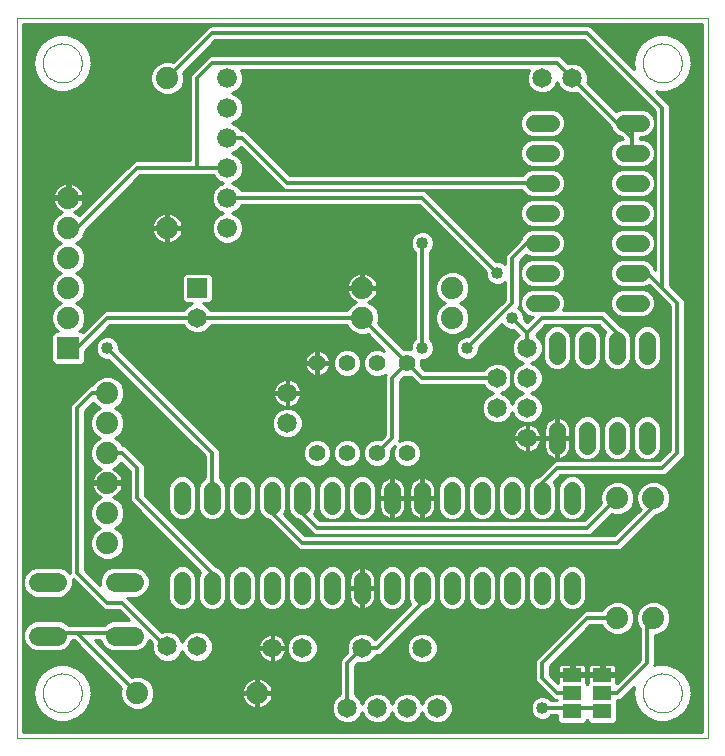
<source format=gtl>
G75*
G70*
%OFA0B0*%
%FSLAX24Y24*%
%IPPOS*%
%LPD*%
%AMOC8*
5,1,8,0,0,1.08239X$1,22.5*
%
%ADD10C,0.0000*%
%ADD11C,0.0560*%
%ADD12C,0.0650*%
%ADD13C,0.0640*%
%ADD14C,0.0740*%
%ADD15R,0.0740X0.0740*%
%ADD16C,0.0660*%
%ADD17R,0.0630X0.0460*%
%ADD18C,0.0560*%
%ADD19R,0.0650X0.0650*%
%ADD20C,0.0120*%
%ADD21C,0.0400*%
%ADD22C,0.0100*%
D10*
X000655Y000655D02*
X000655Y024651D01*
X023675Y024651D01*
X023675Y000655D01*
X000655Y000655D01*
X001505Y002155D02*
X001507Y002205D01*
X001513Y002255D01*
X001523Y002305D01*
X001536Y002353D01*
X001553Y002401D01*
X001574Y002447D01*
X001598Y002491D01*
X001626Y002533D01*
X001657Y002573D01*
X001691Y002610D01*
X001728Y002645D01*
X001767Y002676D01*
X001808Y002705D01*
X001852Y002730D01*
X001898Y002752D01*
X001945Y002770D01*
X001993Y002784D01*
X002042Y002795D01*
X002092Y002802D01*
X002142Y002805D01*
X002193Y002804D01*
X002243Y002799D01*
X002293Y002790D01*
X002341Y002778D01*
X002389Y002761D01*
X002435Y002741D01*
X002480Y002718D01*
X002523Y002691D01*
X002563Y002661D01*
X002601Y002628D01*
X002636Y002592D01*
X002669Y002553D01*
X002698Y002512D01*
X002724Y002469D01*
X002747Y002424D01*
X002766Y002377D01*
X002781Y002329D01*
X002793Y002280D01*
X002801Y002230D01*
X002805Y002180D01*
X002805Y002130D01*
X002801Y002080D01*
X002793Y002030D01*
X002781Y001981D01*
X002766Y001933D01*
X002747Y001886D01*
X002724Y001841D01*
X002698Y001798D01*
X002669Y001757D01*
X002636Y001718D01*
X002601Y001682D01*
X002563Y001649D01*
X002523Y001619D01*
X002480Y001592D01*
X002435Y001569D01*
X002389Y001549D01*
X002341Y001532D01*
X002293Y001520D01*
X002243Y001511D01*
X002193Y001506D01*
X002142Y001505D01*
X002092Y001508D01*
X002042Y001515D01*
X001993Y001526D01*
X001945Y001540D01*
X001898Y001558D01*
X001852Y001580D01*
X001808Y001605D01*
X001767Y001634D01*
X001728Y001665D01*
X001691Y001700D01*
X001657Y001737D01*
X001626Y001777D01*
X001598Y001819D01*
X001574Y001863D01*
X001553Y001909D01*
X001536Y001957D01*
X001523Y002005D01*
X001513Y002055D01*
X001507Y002105D01*
X001505Y002155D01*
X001505Y023155D02*
X001507Y023205D01*
X001513Y023255D01*
X001523Y023305D01*
X001536Y023353D01*
X001553Y023401D01*
X001574Y023447D01*
X001598Y023491D01*
X001626Y023533D01*
X001657Y023573D01*
X001691Y023610D01*
X001728Y023645D01*
X001767Y023676D01*
X001808Y023705D01*
X001852Y023730D01*
X001898Y023752D01*
X001945Y023770D01*
X001993Y023784D01*
X002042Y023795D01*
X002092Y023802D01*
X002142Y023805D01*
X002193Y023804D01*
X002243Y023799D01*
X002293Y023790D01*
X002341Y023778D01*
X002389Y023761D01*
X002435Y023741D01*
X002480Y023718D01*
X002523Y023691D01*
X002563Y023661D01*
X002601Y023628D01*
X002636Y023592D01*
X002669Y023553D01*
X002698Y023512D01*
X002724Y023469D01*
X002747Y023424D01*
X002766Y023377D01*
X002781Y023329D01*
X002793Y023280D01*
X002801Y023230D01*
X002805Y023180D01*
X002805Y023130D01*
X002801Y023080D01*
X002793Y023030D01*
X002781Y022981D01*
X002766Y022933D01*
X002747Y022886D01*
X002724Y022841D01*
X002698Y022798D01*
X002669Y022757D01*
X002636Y022718D01*
X002601Y022682D01*
X002563Y022649D01*
X002523Y022619D01*
X002480Y022592D01*
X002435Y022569D01*
X002389Y022549D01*
X002341Y022532D01*
X002293Y022520D01*
X002243Y022511D01*
X002193Y022506D01*
X002142Y022505D01*
X002092Y022508D01*
X002042Y022515D01*
X001993Y022526D01*
X001945Y022540D01*
X001898Y022558D01*
X001852Y022580D01*
X001808Y022605D01*
X001767Y022634D01*
X001728Y022665D01*
X001691Y022700D01*
X001657Y022737D01*
X001626Y022777D01*
X001598Y022819D01*
X001574Y022863D01*
X001553Y022909D01*
X001536Y022957D01*
X001523Y023005D01*
X001513Y023055D01*
X001507Y023105D01*
X001505Y023155D01*
X021505Y023155D02*
X021507Y023205D01*
X021513Y023255D01*
X021523Y023305D01*
X021536Y023353D01*
X021553Y023401D01*
X021574Y023447D01*
X021598Y023491D01*
X021626Y023533D01*
X021657Y023573D01*
X021691Y023610D01*
X021728Y023645D01*
X021767Y023676D01*
X021808Y023705D01*
X021852Y023730D01*
X021898Y023752D01*
X021945Y023770D01*
X021993Y023784D01*
X022042Y023795D01*
X022092Y023802D01*
X022142Y023805D01*
X022193Y023804D01*
X022243Y023799D01*
X022293Y023790D01*
X022341Y023778D01*
X022389Y023761D01*
X022435Y023741D01*
X022480Y023718D01*
X022523Y023691D01*
X022563Y023661D01*
X022601Y023628D01*
X022636Y023592D01*
X022669Y023553D01*
X022698Y023512D01*
X022724Y023469D01*
X022747Y023424D01*
X022766Y023377D01*
X022781Y023329D01*
X022793Y023280D01*
X022801Y023230D01*
X022805Y023180D01*
X022805Y023130D01*
X022801Y023080D01*
X022793Y023030D01*
X022781Y022981D01*
X022766Y022933D01*
X022747Y022886D01*
X022724Y022841D01*
X022698Y022798D01*
X022669Y022757D01*
X022636Y022718D01*
X022601Y022682D01*
X022563Y022649D01*
X022523Y022619D01*
X022480Y022592D01*
X022435Y022569D01*
X022389Y022549D01*
X022341Y022532D01*
X022293Y022520D01*
X022243Y022511D01*
X022193Y022506D01*
X022142Y022505D01*
X022092Y022508D01*
X022042Y022515D01*
X021993Y022526D01*
X021945Y022540D01*
X021898Y022558D01*
X021852Y022580D01*
X021808Y022605D01*
X021767Y022634D01*
X021728Y022665D01*
X021691Y022700D01*
X021657Y022737D01*
X021626Y022777D01*
X021598Y022819D01*
X021574Y022863D01*
X021553Y022909D01*
X021536Y022957D01*
X021523Y023005D01*
X021513Y023055D01*
X021507Y023105D01*
X021505Y023155D01*
X021505Y002155D02*
X021507Y002205D01*
X021513Y002255D01*
X021523Y002305D01*
X021536Y002353D01*
X021553Y002401D01*
X021574Y002447D01*
X021598Y002491D01*
X021626Y002533D01*
X021657Y002573D01*
X021691Y002610D01*
X021728Y002645D01*
X021767Y002676D01*
X021808Y002705D01*
X021852Y002730D01*
X021898Y002752D01*
X021945Y002770D01*
X021993Y002784D01*
X022042Y002795D01*
X022092Y002802D01*
X022142Y002805D01*
X022193Y002804D01*
X022243Y002799D01*
X022293Y002790D01*
X022341Y002778D01*
X022389Y002761D01*
X022435Y002741D01*
X022480Y002718D01*
X022523Y002691D01*
X022563Y002661D01*
X022601Y002628D01*
X022636Y002592D01*
X022669Y002553D01*
X022698Y002512D01*
X022724Y002469D01*
X022747Y002424D01*
X022766Y002377D01*
X022781Y002329D01*
X022793Y002280D01*
X022801Y002230D01*
X022805Y002180D01*
X022805Y002130D01*
X022801Y002080D01*
X022793Y002030D01*
X022781Y001981D01*
X022766Y001933D01*
X022747Y001886D01*
X022724Y001841D01*
X022698Y001798D01*
X022669Y001757D01*
X022636Y001718D01*
X022601Y001682D01*
X022563Y001649D01*
X022523Y001619D01*
X022480Y001592D01*
X022435Y001569D01*
X022389Y001549D01*
X022341Y001532D01*
X022293Y001520D01*
X022243Y001511D01*
X022193Y001506D01*
X022142Y001505D01*
X022092Y001508D01*
X022042Y001515D01*
X021993Y001526D01*
X021945Y001540D01*
X021898Y001558D01*
X021852Y001580D01*
X021808Y001605D01*
X021767Y001634D01*
X021728Y001665D01*
X021691Y001700D01*
X021657Y001737D01*
X021626Y001777D01*
X021598Y001819D01*
X021574Y001863D01*
X021553Y001909D01*
X021536Y001957D01*
X021523Y002005D01*
X021513Y002055D01*
X021507Y002105D01*
X021505Y002155D01*
D11*
X019155Y005375D02*
X019155Y005935D01*
X018155Y005935D02*
X018155Y005375D01*
X017155Y005375D02*
X017155Y005935D01*
X016155Y005935D02*
X016155Y005375D01*
X015155Y005375D02*
X015155Y005935D01*
X014155Y005935D02*
X014155Y005375D01*
X013155Y005375D02*
X013155Y005935D01*
X012155Y005935D02*
X012155Y005375D01*
X011155Y005375D02*
X011155Y005935D01*
X010155Y005935D02*
X010155Y005375D01*
X009155Y005375D02*
X009155Y005935D01*
X008155Y005935D02*
X008155Y005375D01*
X007155Y005375D02*
X007155Y005935D01*
X006155Y005935D02*
X006155Y005375D01*
X006155Y008375D02*
X006155Y008935D01*
X007155Y008935D02*
X007155Y008375D01*
X008155Y008375D02*
X008155Y008935D01*
X009155Y008935D02*
X009155Y008375D01*
X010155Y008375D02*
X010155Y008935D01*
X011155Y008935D02*
X011155Y008375D01*
X012155Y008375D02*
X012155Y008935D01*
X013155Y008935D02*
X013155Y008375D01*
X014155Y008375D02*
X014155Y008935D01*
X015155Y008935D02*
X015155Y008375D01*
X016155Y008375D02*
X016155Y008935D01*
X017155Y008935D02*
X017155Y008375D01*
X018155Y008375D02*
X018155Y008935D01*
X019155Y008935D02*
X019155Y008375D01*
X018655Y010375D02*
X018655Y010935D01*
X019655Y010935D02*
X019655Y010375D01*
X020655Y010375D02*
X020655Y010935D01*
X021655Y010935D02*
X021655Y010375D01*
X021655Y013375D02*
X021655Y013935D01*
X020655Y013935D02*
X020655Y013375D01*
X019655Y013375D02*
X019655Y013935D01*
X018655Y013935D02*
X018655Y013375D01*
X018435Y015155D02*
X017875Y015155D01*
X017875Y016155D02*
X018435Y016155D01*
X018435Y017155D02*
X017875Y017155D01*
X017875Y018155D02*
X018435Y018155D01*
X018435Y019155D02*
X017875Y019155D01*
X017875Y020155D02*
X018435Y020155D01*
X018435Y021155D02*
X017875Y021155D01*
X020875Y021155D02*
X021435Y021155D01*
X021435Y020155D02*
X020875Y020155D01*
X020875Y019155D02*
X021435Y019155D01*
X021435Y018155D02*
X020875Y018155D01*
X020875Y017155D02*
X021435Y017155D01*
X021435Y016155D02*
X020875Y016155D01*
X020875Y015155D02*
X021435Y015155D01*
D12*
X017655Y013655D03*
X017655Y012655D03*
X017655Y011655D03*
X017655Y010655D03*
X016655Y011655D03*
X016655Y012655D03*
X009655Y012155D03*
X009655Y011155D03*
X006655Y014655D03*
X006655Y003705D03*
X005655Y003705D03*
X009155Y003655D03*
X010155Y003655D03*
X011655Y001655D03*
X012655Y001655D03*
X013655Y001655D03*
X014655Y001655D03*
X014155Y003655D03*
X012155Y003655D03*
X018155Y022655D03*
X019155Y022655D03*
D13*
X004555Y005845D02*
X003915Y005845D01*
X003915Y004065D02*
X004555Y004065D01*
X001995Y004065D02*
X001355Y004065D01*
X001355Y005845D02*
X001995Y005845D01*
D14*
X003655Y007155D03*
X003655Y008155D03*
X003655Y009155D03*
X003655Y010155D03*
X003655Y011155D03*
X003655Y012155D03*
X002355Y014655D03*
X002355Y015655D03*
X002355Y016655D03*
X002355Y017655D03*
X002355Y018655D03*
X005655Y017655D03*
X005655Y022655D03*
X012155Y015655D03*
X012155Y014655D03*
X015155Y014655D03*
X015155Y015655D03*
X020655Y008655D03*
X021855Y008655D03*
X021855Y004655D03*
X020655Y004655D03*
X008655Y002155D03*
X004655Y002155D03*
D15*
X002355Y013655D03*
D16*
X007655Y017655D03*
X007655Y018655D03*
X007655Y019655D03*
X007655Y020655D03*
X007655Y021655D03*
X007655Y022655D03*
D17*
X019155Y002755D03*
X019155Y002155D03*
X019155Y001555D03*
X020155Y001555D03*
X020155Y002155D03*
X020155Y002755D03*
D18*
X013655Y010155D03*
X012655Y010155D03*
X011655Y010155D03*
X010655Y010155D03*
X010655Y013155D03*
X011655Y013155D03*
X012655Y013155D03*
X013655Y013155D03*
D19*
X006655Y015655D03*
D20*
X006655Y014655D02*
X012155Y014655D01*
X013655Y013155D01*
X014155Y012655D01*
X016655Y012655D01*
X017155Y012794D02*
X017155Y012155D01*
X017655Y013655D02*
X017655Y014155D01*
X017155Y014655D01*
X017155Y015155D02*
X017155Y016655D01*
X017655Y017155D01*
X018155Y017155D01*
X016655Y016155D02*
X014155Y018655D01*
X007655Y018655D01*
X007655Y019655D02*
X006655Y019655D01*
X006655Y022655D01*
X007155Y023155D01*
X018655Y023155D01*
X019155Y022655D01*
X021155Y020655D01*
X021155Y020155D01*
X021155Y020655D02*
X021155Y021155D01*
X022155Y021655D02*
X022155Y015655D01*
X022655Y015155D01*
X022655Y010155D01*
X022155Y009655D01*
X018655Y009655D01*
X018155Y009155D01*
X018155Y008655D01*
X019655Y007655D02*
X020655Y008655D01*
X019655Y007655D02*
X010655Y007655D01*
X010155Y008155D01*
X010155Y008655D01*
X009155Y008655D02*
X009155Y008155D01*
X010155Y007155D01*
X020655Y007155D01*
X022155Y008655D01*
X021855Y008655D01*
X021855Y004655D02*
X021655Y004655D01*
X021655Y003155D01*
X020655Y002155D01*
X020155Y002155D01*
X020155Y001655D02*
X020155Y001555D01*
X020155Y001655D02*
X019155Y001655D01*
X019155Y001555D01*
X019155Y001655D02*
X018155Y001655D01*
X018655Y002155D02*
X018155Y002655D01*
X018155Y003155D01*
X019655Y004655D01*
X020655Y004655D01*
X019155Y002155D02*
X018655Y002155D01*
X014155Y005155D02*
X012655Y003655D01*
X012155Y003655D01*
X011655Y003155D01*
X011655Y001655D01*
X014155Y005155D02*
X014155Y005655D01*
X012655Y010155D02*
X013155Y010655D01*
X013155Y012655D01*
X013655Y013155D01*
X014155Y013655D02*
X014155Y017155D01*
X017155Y015155D02*
X015655Y013655D01*
X017655Y014155D02*
X018155Y014655D01*
X020155Y014655D01*
X020655Y014155D01*
X020655Y013655D01*
X022155Y015655D02*
X021655Y016155D01*
X021155Y016155D01*
X018155Y019155D02*
X009655Y019155D01*
X008155Y020655D01*
X007655Y020655D01*
X006655Y019655D02*
X004655Y019655D01*
X002655Y017655D01*
X002355Y017655D01*
X003655Y014655D02*
X002655Y013655D01*
X002355Y013655D01*
X003655Y013655D02*
X007155Y010155D01*
X007155Y008655D01*
X007155Y006155D02*
X004655Y008655D01*
X004655Y009655D01*
X004155Y010155D01*
X003655Y010155D01*
X002655Y011655D02*
X003155Y012155D01*
X003655Y012155D01*
X002655Y011655D02*
X002655Y006155D01*
X003655Y005155D01*
X004155Y005155D01*
X005655Y003655D01*
X005655Y003705D01*
X004235Y004065D02*
X004155Y004155D01*
X002655Y004155D01*
X004655Y002155D01*
X002655Y004155D02*
X002155Y004155D01*
X001675Y004065D01*
X007155Y005655D02*
X007155Y006155D01*
X006655Y014655D02*
X003655Y014655D01*
X005655Y022655D02*
X007155Y024155D01*
X019655Y024155D01*
X022155Y021655D01*
D21*
X016655Y016155D03*
X017155Y014655D03*
X015655Y013655D03*
X014155Y013655D03*
X017155Y012155D03*
X017155Y011155D03*
X014155Y017155D03*
X003655Y013655D03*
X018155Y001655D03*
D22*
X017885Y001936D02*
X015096Y001936D01*
X015092Y001947D02*
X014947Y002092D01*
X014758Y002170D01*
X014553Y002170D01*
X014363Y002092D01*
X014219Y001947D01*
X014155Y001794D01*
X014092Y001947D01*
X013947Y002092D01*
X013758Y002170D01*
X013553Y002170D01*
X013363Y002092D01*
X013219Y001947D01*
X013155Y001794D01*
X013092Y001947D01*
X012947Y002092D01*
X012758Y002170D01*
X012553Y002170D01*
X012363Y002092D01*
X012219Y001947D01*
X012155Y001794D01*
X012092Y001947D01*
X011947Y002092D01*
X011905Y002109D01*
X011905Y003052D01*
X012011Y003157D01*
X012053Y003140D01*
X012258Y003140D01*
X012447Y003219D01*
X012592Y003363D01*
X012609Y003405D01*
X012705Y003405D01*
X012797Y003443D01*
X012867Y003514D01*
X014266Y004912D01*
X014421Y004977D01*
X014554Y005109D01*
X014625Y005282D01*
X014625Y006029D01*
X014554Y006201D01*
X014421Y006334D01*
X014249Y006405D01*
X014062Y006405D01*
X013889Y006334D01*
X013757Y006201D01*
X013685Y006029D01*
X013685Y005282D01*
X013756Y005110D01*
X012592Y003946D01*
X012592Y003947D01*
X012447Y004092D01*
X012258Y004170D01*
X012053Y004170D01*
X011863Y004092D01*
X011719Y003947D01*
X011640Y003758D01*
X011640Y003553D01*
X011657Y003511D01*
X011443Y003297D01*
X011405Y003205D01*
X011405Y003105D01*
X011405Y002109D01*
X011363Y002092D01*
X011219Y001947D01*
X011140Y001758D01*
X011140Y001553D01*
X011219Y001363D01*
X011363Y001219D01*
X011553Y001140D01*
X011758Y001140D01*
X011947Y001219D01*
X012092Y001363D01*
X012155Y001517D01*
X012219Y001363D01*
X012363Y001219D01*
X012553Y001140D01*
X012758Y001140D01*
X012947Y001219D01*
X013092Y001363D01*
X013155Y001517D01*
X013219Y001363D01*
X013363Y001219D01*
X013553Y001140D01*
X013758Y001140D01*
X013947Y001219D01*
X014092Y001363D01*
X014155Y001517D01*
X014219Y001363D01*
X014363Y001219D01*
X014553Y001140D01*
X014758Y001140D01*
X014947Y001219D01*
X015092Y001363D01*
X015170Y001553D01*
X015170Y001758D01*
X015092Y001947D01*
X015137Y001838D02*
X017809Y001838D01*
X017824Y001876D02*
X017765Y001733D01*
X017765Y001578D01*
X017824Y001434D01*
X017934Y001324D01*
X018078Y001265D01*
X018233Y001265D01*
X018376Y001324D01*
X018457Y001405D01*
X018650Y001405D01*
X018650Y001246D01*
X014975Y001246D01*
X015073Y001345D02*
X017914Y001345D01*
X017821Y001443D02*
X015125Y001443D01*
X015166Y001542D02*
X017780Y001542D01*
X017765Y001641D02*
X015170Y001641D01*
X015170Y001739D02*
X017768Y001739D01*
X017824Y001876D02*
X017934Y001986D01*
X018078Y002045D01*
X018233Y002045D01*
X018376Y001986D01*
X018457Y001905D01*
X018650Y001905D01*
X018650Y001905D01*
X018605Y001905D01*
X018514Y001943D01*
X018014Y002443D01*
X017943Y002514D01*
X017905Y002605D01*
X017905Y003105D01*
X017905Y003205D01*
X017943Y003297D01*
X019443Y004797D01*
X019514Y004867D01*
X019605Y004905D01*
X020153Y004905D01*
X020180Y004972D01*
X020338Y005130D01*
X020544Y005215D01*
X020766Y005215D01*
X020972Y005130D01*
X021130Y004972D01*
X021215Y004766D01*
X021215Y004544D01*
X021130Y004338D01*
X020972Y004180D01*
X020766Y004095D01*
X020544Y004095D01*
X020338Y004180D01*
X020180Y004338D01*
X020153Y004405D01*
X019759Y004405D01*
X018405Y003052D01*
X018405Y002759D01*
X018675Y002489D01*
X018690Y002504D01*
X018690Y002505D01*
X018690Y002705D01*
X019105Y002705D01*
X019105Y002805D01*
X018690Y002805D01*
X018690Y003005D01*
X018700Y003043D01*
X018720Y003077D01*
X018748Y003105D01*
X018782Y003125D01*
X018820Y003135D01*
X019105Y003135D01*
X019105Y002805D01*
X019205Y002805D01*
X019205Y003135D01*
X019490Y003135D01*
X019528Y003125D01*
X019562Y003105D01*
X019590Y003077D01*
X019610Y003043D01*
X019620Y003005D01*
X019620Y002805D01*
X019205Y002805D01*
X019205Y002705D01*
X019620Y002705D01*
X019620Y002505D01*
X019620Y002504D01*
X019655Y002469D01*
X019690Y002504D01*
X019690Y002505D01*
X019690Y002705D01*
X020105Y002705D01*
X020105Y002805D01*
X019690Y002805D01*
X019690Y003005D01*
X019700Y003043D01*
X019720Y003077D01*
X019748Y003105D01*
X019782Y003125D01*
X019820Y003135D01*
X020105Y003135D01*
X020105Y002805D01*
X020205Y002805D01*
X020205Y003135D01*
X020490Y003135D01*
X020528Y003125D01*
X020562Y003105D01*
X020590Y003077D01*
X020610Y003043D01*
X020620Y003005D01*
X020620Y002805D01*
X020205Y002805D01*
X020205Y002705D01*
X020620Y002705D01*
X020620Y002505D01*
X020620Y002504D01*
X020635Y002489D01*
X021405Y003259D01*
X021405Y004313D01*
X021380Y004338D01*
X021295Y004544D01*
X021295Y004766D01*
X021380Y004972D01*
X021538Y005130D01*
X021744Y005215D01*
X021966Y005215D01*
X022172Y005130D01*
X022330Y004972D01*
X022415Y004766D01*
X022415Y004544D01*
X022330Y004338D01*
X022172Y004180D01*
X021966Y004095D01*
X021905Y004095D01*
X021905Y003105D01*
X021895Y003082D01*
X021986Y003115D01*
X021986Y003115D01*
X022060Y003115D01*
X022136Y003115D01*
X022155Y003115D01*
X022250Y003115D01*
X022324Y003115D01*
X022324Y003115D01*
X022642Y002999D01*
X022642Y002999D01*
X022902Y002782D01*
X022902Y002782D01*
X023071Y002489D01*
X023071Y002488D01*
X023130Y002155D01*
X023130Y002155D01*
X023071Y001822D01*
X023071Y001822D01*
X022902Y001529D01*
X022902Y001529D01*
X022902Y001529D01*
X022643Y001311D01*
X022642Y001311D01*
X022324Y001195D01*
X022324Y001195D01*
X022250Y001195D01*
X022155Y001195D01*
X021986Y001195D01*
X021986Y001195D01*
X021668Y001311D01*
X021668Y001311D01*
X021408Y001529D01*
X021408Y001529D01*
X021239Y001822D01*
X021239Y001822D01*
X021180Y002155D01*
X021180Y002155D01*
X021217Y002364D01*
X020797Y001943D01*
X020705Y001905D01*
X020660Y001905D01*
X020660Y001846D01*
X020660Y001246D01*
X021845Y001246D01*
X021627Y001345D02*
X020660Y001345D01*
X020660Y001443D02*
X021510Y001443D01*
X021401Y001542D02*
X020660Y001542D01*
X020660Y001641D02*
X021344Y001641D01*
X021287Y001739D02*
X020660Y001739D01*
X020660Y001838D02*
X021236Y001838D01*
X021219Y001936D02*
X020780Y001936D01*
X020888Y002035D02*
X021202Y002035D01*
X021184Y002133D02*
X020987Y002133D01*
X021085Y002232D02*
X021194Y002232D01*
X021184Y002330D02*
X021211Y002330D01*
X020871Y002725D02*
X020205Y002725D01*
X020205Y002823D02*
X020105Y002823D01*
X020105Y002725D02*
X019205Y002725D01*
X019205Y002823D02*
X019105Y002823D01*
X019105Y002725D02*
X018439Y002725D01*
X018405Y002823D02*
X018690Y002823D01*
X018690Y002922D02*
X018405Y002922D01*
X018405Y003020D02*
X018694Y003020D01*
X018772Y003119D02*
X018472Y003119D01*
X018571Y003217D02*
X021364Y003217D01*
X021405Y003316D02*
X018669Y003316D01*
X018768Y003414D02*
X021405Y003414D01*
X021405Y003513D02*
X018866Y003513D01*
X018965Y003611D02*
X021405Y003611D01*
X021405Y003710D02*
X019063Y003710D01*
X019162Y003809D02*
X021405Y003809D01*
X021405Y003907D02*
X019261Y003907D01*
X019359Y004006D02*
X021405Y004006D01*
X021405Y004104D02*
X020788Y004104D01*
X020995Y004203D02*
X021405Y004203D01*
X021405Y004301D02*
X021093Y004301D01*
X021155Y004400D02*
X021355Y004400D01*
X021314Y004498D02*
X021196Y004498D01*
X021215Y004597D02*
X021295Y004597D01*
X021295Y004695D02*
X021215Y004695D01*
X021204Y004794D02*
X021306Y004794D01*
X021347Y004892D02*
X021163Y004892D01*
X021111Y004991D02*
X021399Y004991D01*
X021498Y005090D02*
X021013Y005090D01*
X020832Y005188D02*
X021679Y005188D01*
X022032Y005188D02*
X023485Y005188D01*
X023485Y005090D02*
X022213Y005090D01*
X022311Y004991D02*
X023485Y004991D01*
X023485Y004892D02*
X022363Y004892D01*
X022404Y004794D02*
X023485Y004794D01*
X023485Y004695D02*
X022415Y004695D01*
X022415Y004597D02*
X023485Y004597D01*
X023485Y004498D02*
X022396Y004498D01*
X022355Y004400D02*
X023485Y004400D01*
X023485Y004301D02*
X022293Y004301D01*
X022195Y004203D02*
X023485Y004203D01*
X023485Y004104D02*
X021988Y004104D01*
X021905Y004006D02*
X023485Y004006D01*
X023485Y003907D02*
X021905Y003907D01*
X021905Y003809D02*
X023485Y003809D01*
X023485Y003710D02*
X021905Y003710D01*
X021905Y003611D02*
X023485Y003611D01*
X023485Y003513D02*
X021905Y003513D01*
X021905Y003414D02*
X023485Y003414D01*
X023485Y003316D02*
X021905Y003316D01*
X021905Y003217D02*
X023485Y003217D01*
X023485Y003119D02*
X021905Y003119D01*
X022585Y003020D02*
X023485Y003020D01*
X023485Y002922D02*
X022735Y002922D01*
X022853Y002823D02*
X023485Y002823D01*
X023485Y002725D02*
X022935Y002725D01*
X022992Y002626D02*
X023485Y002626D01*
X023485Y002527D02*
X023049Y002527D01*
X023082Y002429D02*
X023485Y002429D01*
X023485Y002330D02*
X023099Y002330D01*
X023116Y002232D02*
X023485Y002232D01*
X023485Y002133D02*
X023126Y002133D01*
X023109Y002035D02*
X023485Y002035D01*
X023485Y001936D02*
X023091Y001936D01*
X023074Y001838D02*
X023485Y001838D01*
X023485Y001739D02*
X023023Y001739D01*
X022966Y001641D02*
X023485Y001641D01*
X023485Y001542D02*
X022910Y001542D01*
X022800Y001443D02*
X023485Y001443D01*
X023485Y001345D02*
X022683Y001345D01*
X022465Y001246D02*
X023485Y001246D01*
X023485Y001148D02*
X020562Y001148D01*
X020549Y001135D02*
X020660Y001246D01*
X020549Y001135D02*
X019761Y001135D01*
X019655Y001241D01*
X019549Y001135D01*
X018761Y001135D01*
X018650Y001246D01*
X018650Y001345D02*
X018396Y001345D01*
X018749Y001148D02*
X014776Y001148D01*
X014534Y001148D02*
X013776Y001148D01*
X013975Y001246D02*
X014336Y001246D01*
X014237Y001345D02*
X014073Y001345D01*
X014125Y001443D02*
X014185Y001443D01*
X014173Y001838D02*
X014137Y001838D01*
X014096Y001936D02*
X014214Y001936D01*
X014306Y002035D02*
X014004Y002035D01*
X013846Y002133D02*
X014464Y002133D01*
X014846Y002133D02*
X018323Y002133D01*
X018258Y002035D02*
X018422Y002035D01*
X018426Y001936D02*
X018530Y001936D01*
X018225Y002232D02*
X011905Y002232D01*
X011905Y002330D02*
X018126Y002330D01*
X018028Y002429D02*
X011905Y002429D01*
X011905Y002527D02*
X017937Y002527D01*
X017905Y002626D02*
X011905Y002626D01*
X011905Y002725D02*
X017905Y002725D01*
X017905Y002823D02*
X011905Y002823D01*
X011905Y002922D02*
X017905Y002922D01*
X017905Y003020D02*
X011905Y003020D01*
X011972Y003119D02*
X017905Y003119D01*
X017910Y003217D02*
X014444Y003217D01*
X014447Y003219D02*
X014592Y003363D01*
X014670Y003553D01*
X014670Y003758D01*
X014592Y003947D01*
X014447Y004092D01*
X014258Y004170D01*
X014053Y004170D01*
X013863Y004092D01*
X013719Y003947D01*
X013640Y003758D01*
X013640Y003553D01*
X013719Y003363D01*
X013863Y003219D01*
X014053Y003140D01*
X014258Y003140D01*
X014447Y003219D01*
X014544Y003316D02*
X017962Y003316D01*
X018061Y003414D02*
X014613Y003414D01*
X014654Y003513D02*
X018159Y003513D01*
X018258Y003611D02*
X014670Y003611D01*
X014670Y003710D02*
X018356Y003710D01*
X018455Y003809D02*
X014649Y003809D01*
X014608Y003907D02*
X018554Y003907D01*
X018652Y004006D02*
X014533Y004006D01*
X014417Y004104D02*
X018751Y004104D01*
X018849Y004203D02*
X013556Y004203D01*
X013655Y004301D02*
X018948Y004301D01*
X019046Y004400D02*
X013753Y004400D01*
X013852Y004498D02*
X019145Y004498D01*
X019243Y004597D02*
X013950Y004597D01*
X014049Y004695D02*
X019342Y004695D01*
X019440Y004794D02*
X014147Y004794D01*
X014246Y004892D02*
X019575Y004892D01*
X019436Y004991D02*
X020199Y004991D01*
X020298Y005090D02*
X019534Y005090D01*
X019554Y005109D02*
X019625Y005282D01*
X019625Y006029D01*
X019554Y006201D01*
X019421Y006334D01*
X019249Y006405D01*
X019062Y006405D01*
X018889Y006334D01*
X018757Y006201D01*
X018685Y006029D01*
X018685Y005282D01*
X018757Y005109D01*
X018889Y004977D01*
X019062Y004905D01*
X019249Y004905D01*
X019421Y004977D01*
X019554Y005109D01*
X019586Y005188D02*
X020479Y005188D01*
X020155Y004400D02*
X019753Y004400D01*
X019655Y004301D02*
X020217Y004301D01*
X020316Y004203D02*
X019556Y004203D01*
X019458Y004104D02*
X020522Y004104D01*
X020539Y003119D02*
X021265Y003119D01*
X021167Y003020D02*
X020616Y003020D01*
X020620Y002922D02*
X021068Y002922D01*
X020970Y002823D02*
X020620Y002823D01*
X020620Y002626D02*
X020773Y002626D01*
X020674Y002527D02*
X020620Y002527D01*
X020205Y002922D02*
X020105Y002922D01*
X020105Y003020D02*
X020205Y003020D01*
X020205Y003119D02*
X020105Y003119D01*
X019772Y003119D02*
X019539Y003119D01*
X019616Y003020D02*
X019694Y003020D01*
X019690Y002922D02*
X019620Y002922D01*
X019620Y002823D02*
X019690Y002823D01*
X019690Y002626D02*
X019620Y002626D01*
X019620Y002527D02*
X019690Y002527D01*
X019205Y002922D02*
X019105Y002922D01*
X019105Y003020D02*
X019205Y003020D01*
X019205Y003119D02*
X019105Y003119D01*
X018690Y002626D02*
X018538Y002626D01*
X018636Y002527D02*
X018690Y002527D01*
X018053Y002035D02*
X015004Y002035D01*
X013866Y003217D02*
X012444Y003217D01*
X012544Y003316D02*
X013766Y003316D01*
X013697Y003414D02*
X012727Y003414D01*
X012866Y003513D02*
X013657Y003513D01*
X013640Y003611D02*
X012965Y003611D01*
X012867Y003514D02*
X012867Y003514D01*
X013063Y003710D02*
X013640Y003710D01*
X013661Y003809D02*
X013162Y003809D01*
X013261Y003907D02*
X013702Y003907D01*
X013777Y004006D02*
X013359Y004006D01*
X013458Y004104D02*
X013893Y004104D01*
X013342Y004695D02*
X004968Y004695D01*
X005067Y004597D02*
X013243Y004597D01*
X013145Y004498D02*
X005165Y004498D01*
X005264Y004400D02*
X013046Y004400D01*
X012948Y004301D02*
X005362Y004301D01*
X005461Y004203D02*
X005511Y004203D01*
X005476Y004188D02*
X004367Y005297D01*
X004329Y005335D01*
X004657Y005335D01*
X004844Y005413D01*
X004987Y005556D01*
X005065Y005744D01*
X005065Y005947D01*
X004987Y006134D01*
X004844Y006277D01*
X004657Y006355D01*
X003814Y006355D01*
X003626Y006277D01*
X003483Y006134D01*
X003405Y005947D01*
X003405Y005759D01*
X002905Y006259D01*
X002905Y011552D01*
X003186Y011832D01*
X003338Y011680D01*
X003399Y011655D01*
X003338Y011630D01*
X003180Y011472D01*
X003095Y011266D01*
X003095Y011044D01*
X003180Y010838D01*
X003338Y010680D01*
X003399Y010655D01*
X003338Y010630D01*
X003180Y010472D01*
X003095Y010266D01*
X003095Y010044D01*
X003180Y009838D01*
X003338Y009680D01*
X003450Y009634D01*
X003383Y009600D01*
X003316Y009552D01*
X003258Y009494D01*
X003210Y009428D01*
X003173Y009355D01*
X003148Y009277D01*
X003137Y009205D01*
X003605Y009205D01*
X003605Y009105D01*
X003137Y009105D01*
X003148Y009033D01*
X003173Y008955D01*
X003210Y008883D01*
X003258Y008816D01*
X003316Y008758D01*
X003383Y008710D01*
X003450Y008676D01*
X003338Y008630D01*
X003180Y008472D01*
X003095Y008266D01*
X003095Y008044D01*
X003180Y007838D01*
X003338Y007680D01*
X003399Y007655D01*
X003338Y007630D01*
X003180Y007472D01*
X003095Y007266D01*
X003095Y007044D01*
X003180Y006838D01*
X003338Y006680D01*
X003544Y006595D01*
X003766Y006595D01*
X003972Y006680D01*
X004130Y006838D01*
X004215Y007044D01*
X004215Y007266D01*
X004130Y007472D01*
X003972Y007630D01*
X003911Y007655D01*
X003972Y007680D01*
X004130Y007838D01*
X004215Y008044D01*
X004215Y008266D01*
X004130Y008472D01*
X003972Y008630D01*
X003860Y008676D01*
X003928Y008710D01*
X003994Y008758D01*
X004052Y008816D01*
X004100Y008883D01*
X004137Y008955D01*
X004162Y009033D01*
X004174Y009105D01*
X003705Y009105D01*
X003705Y009205D01*
X004174Y009205D01*
X004162Y009277D01*
X004137Y009355D01*
X004100Y009428D01*
X004052Y009494D01*
X003994Y009552D01*
X003928Y009600D01*
X003860Y009634D01*
X003972Y009680D01*
X004124Y009832D01*
X004405Y009552D01*
X004405Y008605D01*
X004443Y008514D01*
X004514Y008443D01*
X006756Y006200D01*
X006685Y006029D01*
X006685Y005282D01*
X006757Y005109D01*
X006889Y004977D01*
X007062Y004905D01*
X007249Y004905D01*
X007421Y004977D01*
X007554Y005109D01*
X007625Y005282D01*
X007625Y006029D01*
X007554Y006201D01*
X007421Y006334D01*
X007266Y006398D01*
X004905Y008759D01*
X004905Y009605D01*
X004905Y009705D01*
X004867Y009797D01*
X004367Y010297D01*
X004297Y010367D01*
X004205Y010405D01*
X004158Y010405D01*
X004130Y010472D01*
X003972Y010630D01*
X003911Y010655D01*
X003972Y010680D01*
X004130Y010838D01*
X004215Y011044D01*
X004215Y011266D01*
X004130Y011472D01*
X003972Y011630D01*
X003911Y011655D01*
X003972Y011680D01*
X004130Y011838D01*
X004215Y012044D01*
X004215Y012266D01*
X004130Y012472D01*
X003972Y012630D01*
X003766Y012715D01*
X003544Y012715D01*
X003338Y012630D01*
X003180Y012472D01*
X003153Y012405D01*
X003105Y012405D01*
X003014Y012367D01*
X002943Y012297D01*
X002443Y011797D01*
X002405Y011705D01*
X002405Y011605D01*
X002405Y006156D01*
X002284Y006277D01*
X002097Y006355D01*
X001254Y006355D01*
X001066Y006277D01*
X000923Y006134D01*
X000845Y005947D01*
X000845Y005744D01*
X000923Y005556D01*
X001066Y005413D01*
X001254Y005335D01*
X002097Y005335D01*
X002284Y005413D01*
X002427Y005556D01*
X002505Y005744D01*
X002505Y005947D01*
X002501Y005955D01*
X002514Y005943D01*
X003514Y004943D01*
X003605Y004905D01*
X003705Y004905D01*
X004052Y004905D01*
X004382Y004575D01*
X003814Y004575D01*
X003626Y004497D01*
X003534Y004405D01*
X002705Y004405D01*
X002605Y004405D01*
X002376Y004405D01*
X002284Y004497D01*
X002097Y004575D01*
X001254Y004575D01*
X001066Y004497D01*
X000923Y004354D01*
X000845Y004167D01*
X000845Y003964D01*
X000923Y003776D01*
X001066Y003633D01*
X001254Y003555D01*
X002097Y003555D01*
X002284Y003633D01*
X002427Y003776D01*
X002481Y003905D01*
X002552Y003905D01*
X004123Y002334D01*
X004095Y002266D01*
X004095Y002044D01*
X004180Y001838D01*
X004338Y001680D01*
X004544Y001595D01*
X004766Y001595D01*
X004972Y001680D01*
X005130Y001838D01*
X005215Y002044D01*
X005215Y002266D01*
X005130Y002472D01*
X004972Y002630D01*
X004766Y002715D01*
X004544Y002715D01*
X004476Y002687D01*
X003259Y003905D01*
X003429Y003905D01*
X003483Y003776D01*
X003626Y003633D01*
X003814Y003555D01*
X004657Y003555D01*
X004844Y003633D01*
X004987Y003776D01*
X005044Y003913D01*
X005143Y003814D01*
X005140Y003808D01*
X005140Y003603D01*
X005219Y003413D01*
X005363Y003269D01*
X005553Y003190D01*
X005758Y003190D01*
X005947Y003269D01*
X006092Y003413D01*
X006155Y003567D01*
X006219Y003413D01*
X006363Y003269D01*
X006553Y003190D01*
X006758Y003190D01*
X006947Y003269D01*
X007092Y003413D01*
X007170Y003603D01*
X007170Y003808D01*
X007092Y003997D01*
X006947Y004142D01*
X006758Y004220D01*
X006553Y004220D01*
X006363Y004142D01*
X006219Y003997D01*
X006155Y003844D01*
X006092Y003997D01*
X005947Y004142D01*
X005758Y004220D01*
X005553Y004220D01*
X005476Y004188D01*
X005800Y004203D02*
X006511Y004203D01*
X006326Y004104D02*
X005984Y004104D01*
X006083Y004006D02*
X006227Y004006D01*
X006181Y003907D02*
X006129Y003907D01*
X006133Y003513D02*
X006177Y003513D01*
X006218Y003414D02*
X006092Y003414D01*
X005994Y003316D02*
X006316Y003316D01*
X006487Y003217D02*
X005823Y003217D01*
X005487Y003217D02*
X003946Y003217D01*
X003848Y003316D02*
X005316Y003316D01*
X005218Y003414D02*
X003749Y003414D01*
X003651Y003513D02*
X005177Y003513D01*
X005140Y003611D02*
X004792Y003611D01*
X004921Y003710D02*
X005140Y003710D01*
X005141Y003809D02*
X005001Y003809D01*
X005042Y003907D02*
X005050Y003907D01*
X004870Y004794D02*
X013440Y004794D01*
X013539Y004892D02*
X004771Y004892D01*
X004673Y004991D02*
X005874Y004991D01*
X005889Y004977D02*
X006062Y004905D01*
X006249Y004905D01*
X006421Y004977D01*
X006554Y005109D01*
X006625Y005282D01*
X006625Y006029D01*
X006554Y006201D01*
X006421Y006334D01*
X006249Y006405D01*
X006062Y006405D01*
X005889Y006334D01*
X005757Y006201D01*
X005685Y006029D01*
X005685Y005282D01*
X005757Y005109D01*
X005889Y004977D01*
X005776Y005090D02*
X004574Y005090D01*
X004476Y005188D02*
X005724Y005188D01*
X005685Y005287D02*
X004377Y005287D01*
X004777Y005385D02*
X005685Y005385D01*
X005685Y005484D02*
X004915Y005484D01*
X004998Y005582D02*
X005685Y005582D01*
X005685Y005681D02*
X005039Y005681D01*
X005065Y005779D02*
X005685Y005779D01*
X005685Y005878D02*
X005065Y005878D01*
X005053Y005976D02*
X005685Y005976D01*
X005704Y006075D02*
X005012Y006075D01*
X004948Y006174D02*
X005745Y006174D01*
X005827Y006272D02*
X004849Y006272D01*
X004140Y006863D02*
X006093Y006863D01*
X006192Y006765D02*
X004057Y006765D01*
X003938Y006666D02*
X006290Y006666D01*
X006389Y006568D02*
X002905Y006568D01*
X002905Y006666D02*
X003372Y006666D01*
X003253Y006765D02*
X002905Y006765D01*
X002905Y006863D02*
X003170Y006863D01*
X003129Y006962D02*
X002905Y006962D01*
X002905Y007060D02*
X003095Y007060D01*
X003095Y007159D02*
X002905Y007159D01*
X002905Y007258D02*
X003095Y007258D01*
X003132Y007356D02*
X002905Y007356D01*
X002905Y007455D02*
X003173Y007455D01*
X003261Y007553D02*
X002905Y007553D01*
X002905Y007652D02*
X003391Y007652D01*
X003268Y007750D02*
X002905Y007750D01*
X002905Y007849D02*
X003176Y007849D01*
X003135Y007947D02*
X002905Y007947D01*
X002905Y008046D02*
X003095Y008046D01*
X003095Y008144D02*
X002905Y008144D01*
X002905Y008243D02*
X003095Y008243D01*
X003126Y008341D02*
X002905Y008341D01*
X002905Y008440D02*
X003167Y008440D01*
X003247Y008539D02*
X002905Y008539D01*
X002905Y008637D02*
X003356Y008637D01*
X003348Y008736D02*
X002905Y008736D01*
X002905Y008834D02*
X003245Y008834D01*
X003185Y008933D02*
X002905Y008933D01*
X002905Y009031D02*
X003149Y009031D01*
X003140Y009228D02*
X002905Y009228D01*
X002905Y009130D02*
X003605Y009130D01*
X003705Y009130D02*
X004405Y009130D01*
X004405Y009228D02*
X004170Y009228D01*
X004146Y009327D02*
X004405Y009327D01*
X004405Y009425D02*
X004101Y009425D01*
X004022Y009524D02*
X004405Y009524D01*
X004334Y009623D02*
X003883Y009623D01*
X004013Y009721D02*
X004236Y009721D01*
X004137Y009820D02*
X004112Y009820D01*
X004450Y010214D02*
X006743Y010214D01*
X006644Y010312D02*
X004351Y010312D01*
X004155Y010411D02*
X006546Y010411D01*
X006447Y010509D02*
X004093Y010509D01*
X003994Y010608D02*
X006349Y010608D01*
X006250Y010707D02*
X003999Y010707D01*
X004097Y010805D02*
X006152Y010805D01*
X006053Y010904D02*
X004157Y010904D01*
X004198Y011002D02*
X005955Y011002D01*
X005856Y011101D02*
X004215Y011101D01*
X004215Y011199D02*
X005757Y011199D01*
X005659Y011298D02*
X004202Y011298D01*
X004161Y011396D02*
X005560Y011396D01*
X005462Y011495D02*
X004107Y011495D01*
X004009Y011593D02*
X005363Y011593D01*
X005265Y011692D02*
X003984Y011692D01*
X004082Y011791D02*
X005166Y011791D01*
X005068Y011889D02*
X004151Y011889D01*
X004192Y011988D02*
X004969Y011988D01*
X004871Y012086D02*
X004215Y012086D01*
X004215Y012185D02*
X004772Y012185D01*
X004673Y012283D02*
X004208Y012283D01*
X004167Y012382D02*
X004575Y012382D01*
X004476Y012480D02*
X004122Y012480D01*
X004023Y012579D02*
X004378Y012579D01*
X004279Y012677D02*
X003857Y012677D01*
X004082Y012874D02*
X000845Y012874D01*
X000845Y012776D02*
X004181Y012776D01*
X003984Y012973D02*
X000845Y012973D01*
X000845Y013072D02*
X003885Y013072D01*
X003787Y013170D02*
X002879Y013170D01*
X002915Y013206D02*
X002915Y013562D01*
X003759Y014405D01*
X006201Y014405D01*
X006219Y014363D01*
X006363Y014219D01*
X006553Y014140D01*
X006758Y014140D01*
X006947Y014219D01*
X007092Y014363D01*
X007109Y014405D01*
X011653Y014405D01*
X011680Y014338D01*
X011838Y014180D01*
X012044Y014095D01*
X012266Y014095D01*
X012334Y014123D01*
X012890Y013566D01*
X012749Y013625D01*
X012562Y013625D01*
X012389Y013554D01*
X012257Y013421D01*
X012185Y013249D01*
X012185Y013062D01*
X012257Y012889D01*
X012389Y012757D01*
X012562Y012685D01*
X012749Y012685D01*
X012921Y012757D01*
X012930Y012766D01*
X012905Y012705D01*
X012905Y012605D01*
X012905Y010759D01*
X012765Y010618D01*
X012749Y010625D01*
X012562Y010625D01*
X012389Y010554D01*
X012257Y010421D01*
X012185Y010249D01*
X012185Y010062D01*
X012257Y009889D01*
X012389Y009757D01*
X012562Y009685D01*
X012749Y009685D01*
X012921Y009757D01*
X013054Y009889D01*
X013125Y010062D01*
X013125Y010249D01*
X013118Y010265D01*
X013244Y010390D01*
X013185Y010249D01*
X013185Y010062D01*
X013257Y009889D01*
X013389Y009757D01*
X013562Y009685D01*
X013749Y009685D01*
X013921Y009757D01*
X014054Y009889D01*
X014125Y010062D01*
X014125Y010249D01*
X014054Y010421D01*
X013921Y010554D01*
X013749Y010625D01*
X013562Y010625D01*
X013389Y010554D01*
X013380Y010544D01*
X013405Y010605D01*
X013405Y012552D01*
X013545Y012692D01*
X013562Y012685D01*
X013749Y012685D01*
X013765Y012692D01*
X014014Y012443D01*
X014105Y012405D01*
X014205Y012405D01*
X016201Y012405D01*
X016219Y012363D01*
X016363Y012219D01*
X016516Y012155D01*
X016363Y012092D01*
X016219Y011947D01*
X016140Y011758D01*
X016140Y011553D01*
X016219Y011363D01*
X016363Y011219D01*
X016553Y011140D01*
X016758Y011140D01*
X016947Y011219D01*
X017092Y011363D01*
X017155Y011516D01*
X017219Y011363D01*
X017363Y011219D01*
X017553Y011140D01*
X017758Y011140D01*
X017947Y011219D01*
X018092Y011363D01*
X018170Y011553D01*
X018170Y011758D01*
X018092Y011947D01*
X017947Y012092D01*
X017794Y012155D01*
X017947Y012219D01*
X018092Y012363D01*
X018170Y012553D01*
X018170Y012758D01*
X018092Y012947D01*
X017947Y013092D01*
X017794Y013155D01*
X017947Y013219D01*
X018092Y013363D01*
X018170Y013553D01*
X018170Y013758D01*
X018092Y013947D01*
X017947Y014092D01*
X017946Y014092D01*
X018259Y014405D01*
X020052Y014405D01*
X020256Y014200D01*
X020185Y014029D01*
X020185Y013282D01*
X020257Y013109D01*
X020389Y012977D01*
X020562Y012905D01*
X020749Y012905D01*
X020921Y012977D01*
X021054Y013109D01*
X021125Y013282D01*
X021125Y014029D01*
X021054Y014201D01*
X020921Y014334D01*
X020766Y014398D01*
X020367Y014797D01*
X020297Y014867D01*
X020205Y014905D01*
X018840Y014905D01*
X018905Y015062D01*
X018905Y015249D01*
X018834Y015421D01*
X018701Y015554D01*
X018529Y015625D01*
X017782Y015625D01*
X017609Y015554D01*
X017477Y015421D01*
X017405Y015249D01*
X017405Y015062D01*
X017477Y014889D01*
X017609Y014757D01*
X017782Y014685D01*
X017832Y014685D01*
X017655Y014509D01*
X017545Y014619D01*
X017545Y014733D01*
X017486Y014876D01*
X017376Y014986D01*
X017350Y014996D01*
X017367Y015014D01*
X017405Y015105D01*
X017405Y016552D01*
X017610Y016756D01*
X017782Y016685D01*
X018529Y016685D01*
X018701Y016757D01*
X018834Y016889D01*
X018905Y017062D01*
X018905Y017249D01*
X018834Y017421D01*
X018701Y017554D01*
X018529Y017625D01*
X017782Y017625D01*
X017609Y017554D01*
X017477Y017421D01*
X017412Y017266D01*
X016943Y016797D01*
X016905Y016705D01*
X016905Y016605D01*
X016905Y016457D01*
X016876Y016486D01*
X016733Y016545D01*
X016619Y016545D01*
X014367Y018797D01*
X014297Y018867D01*
X014205Y018905D01*
X008114Y018905D01*
X008096Y018950D01*
X007950Y019096D01*
X007807Y019155D01*
X007950Y019214D01*
X008096Y019361D01*
X008175Y019552D01*
X008175Y019759D01*
X008096Y019950D01*
X007950Y020096D01*
X007807Y020155D01*
X007950Y020214D01*
X008096Y020361D01*
X009514Y018943D01*
X009605Y018905D01*
X009705Y018905D01*
X017470Y018905D01*
X017477Y018889D01*
X017609Y018757D01*
X017782Y018685D01*
X018529Y018685D01*
X018701Y018757D01*
X018834Y018889D01*
X018905Y019062D01*
X018905Y019249D01*
X018834Y019421D01*
X018701Y019554D01*
X018529Y019625D01*
X017782Y019625D01*
X017609Y019554D01*
X017477Y019421D01*
X017470Y019405D01*
X009759Y019405D01*
X008367Y020797D01*
X008297Y020867D01*
X008205Y020905D01*
X008114Y020905D01*
X008096Y020950D01*
X007950Y021096D01*
X007807Y021155D01*
X007950Y021214D01*
X008096Y021361D01*
X008175Y021552D01*
X008175Y021759D01*
X008096Y021950D01*
X007950Y022096D01*
X007807Y022155D01*
X007950Y022214D01*
X008096Y022361D01*
X008175Y022552D01*
X008175Y022759D01*
X008114Y022905D01*
X017701Y022905D01*
X017640Y022758D01*
X017640Y022553D01*
X017719Y022363D01*
X017863Y022219D01*
X018053Y022140D01*
X018258Y022140D01*
X018447Y022219D01*
X018592Y022363D01*
X018655Y022516D01*
X018719Y022363D01*
X018863Y022219D01*
X019053Y022140D01*
X019258Y022140D01*
X019299Y022157D01*
X020412Y021044D01*
X020477Y020889D01*
X020609Y020757D01*
X020764Y020692D01*
X020832Y020625D01*
X020782Y020625D01*
X020609Y020554D01*
X020477Y020421D01*
X020405Y020249D01*
X020405Y020062D01*
X020477Y019889D01*
X020609Y019757D01*
X020782Y019685D01*
X021529Y019685D01*
X021701Y019757D01*
X021834Y019889D01*
X021905Y020062D01*
X021905Y020249D01*
X021834Y020421D01*
X021701Y020554D01*
X021529Y020625D01*
X021405Y020625D01*
X021405Y020685D01*
X021529Y020685D01*
X021701Y020757D01*
X021834Y020889D01*
X021905Y021062D01*
X021905Y021249D01*
X021834Y021421D01*
X021701Y021554D01*
X021529Y021625D01*
X020782Y021625D01*
X020610Y021554D01*
X019653Y022511D01*
X019670Y022553D01*
X019670Y022758D01*
X019592Y022947D01*
X019447Y023092D01*
X019258Y023170D01*
X019053Y023170D01*
X019011Y023153D01*
X018867Y023297D01*
X018797Y023367D01*
X018705Y023405D01*
X007205Y023405D01*
X007105Y023405D01*
X007014Y023367D01*
X006514Y022867D01*
X006443Y022797D01*
X006405Y022705D01*
X006405Y019905D01*
X004705Y019905D01*
X004605Y019905D01*
X004514Y019867D01*
X002724Y018078D01*
X002672Y018130D01*
X002560Y018176D01*
X002628Y018210D01*
X002694Y018258D01*
X002752Y018316D01*
X002800Y018383D01*
X002837Y018455D01*
X002862Y018533D01*
X002874Y018605D01*
X002405Y018605D01*
X002405Y018705D01*
X002305Y018705D01*
X002305Y018605D01*
X001837Y018605D01*
X001848Y018533D01*
X001873Y018455D01*
X001910Y018383D01*
X001958Y018316D01*
X002016Y018258D01*
X002083Y018210D01*
X002150Y018176D01*
X002038Y018130D01*
X001880Y017972D01*
X001795Y017766D01*
X001795Y017544D01*
X001880Y017338D01*
X002038Y017180D01*
X002099Y017155D01*
X002038Y017130D01*
X001880Y016972D01*
X001795Y016766D01*
X001795Y016544D01*
X001880Y016338D01*
X002038Y016180D01*
X002099Y016155D01*
X002038Y016130D01*
X001880Y015972D01*
X001795Y015766D01*
X001795Y015544D01*
X001880Y015338D01*
X000845Y015338D01*
X000845Y015240D02*
X001979Y015240D01*
X002038Y015180D02*
X002099Y015155D01*
X002038Y015130D01*
X001880Y014972D01*
X001795Y014766D01*
X001795Y014544D01*
X001880Y014338D01*
X002003Y014215D01*
X001906Y014215D01*
X001795Y014104D01*
X001795Y013206D01*
X001906Y013095D01*
X002804Y013095D01*
X002915Y013206D01*
X002915Y013269D02*
X003569Y013269D01*
X003578Y013265D02*
X003692Y013265D01*
X006905Y010052D01*
X006905Y009340D01*
X006889Y009334D01*
X006757Y009201D01*
X006685Y009029D01*
X006685Y008282D01*
X006757Y008109D01*
X006889Y007977D01*
X007062Y007905D01*
X007249Y007905D01*
X007421Y007977D01*
X007554Y008109D01*
X007625Y008282D01*
X007625Y009029D01*
X007554Y009201D01*
X007421Y009334D01*
X007405Y009340D01*
X007405Y010105D01*
X007405Y010205D01*
X007367Y010297D01*
X004045Y013619D01*
X004045Y013733D01*
X003986Y013876D01*
X003876Y013986D01*
X003733Y014045D01*
X003578Y014045D01*
X003434Y013986D01*
X003324Y013876D01*
X003265Y013733D01*
X003265Y013578D01*
X003324Y013434D01*
X003434Y013324D01*
X003578Y013265D01*
X003391Y013367D02*
X002915Y013367D01*
X002915Y013466D02*
X003311Y013466D01*
X003271Y013564D02*
X002918Y013564D01*
X003016Y013663D02*
X003265Y013663D01*
X003277Y013761D02*
X003115Y013761D01*
X003213Y013860D02*
X003318Y013860D01*
X003312Y013958D02*
X003407Y013958D01*
X003410Y014057D02*
X012400Y014057D01*
X012498Y013958D02*
X003903Y013958D01*
X003992Y013860D02*
X012597Y013860D01*
X012695Y013761D02*
X004033Y013761D01*
X004045Y013663D02*
X012794Y013663D01*
X012415Y013564D02*
X011895Y013564D01*
X011921Y013554D02*
X011749Y013625D01*
X011562Y013625D01*
X011389Y013554D01*
X011257Y013421D01*
X011185Y013249D01*
X011185Y013062D01*
X011257Y012889D01*
X011389Y012757D01*
X011562Y012685D01*
X011749Y012685D01*
X011921Y012757D01*
X012054Y012889D01*
X012125Y013062D01*
X012125Y013249D01*
X012054Y013421D01*
X011921Y013554D01*
X012009Y013466D02*
X012301Y013466D01*
X012234Y013367D02*
X012076Y013367D01*
X012117Y013269D02*
X012193Y013269D01*
X012185Y013170D02*
X012125Y013170D01*
X012125Y013072D02*
X012185Y013072D01*
X012222Y012973D02*
X012088Y012973D01*
X012039Y012874D02*
X012271Y012874D01*
X012370Y012776D02*
X011941Y012776D01*
X011370Y012776D02*
X010858Y012776D01*
X010880Y012787D02*
X010935Y012827D01*
X010983Y012875D01*
X011023Y012930D01*
X011054Y012990D01*
X011074Y013054D01*
X011085Y013121D01*
X011085Y013125D01*
X010685Y013125D01*
X010685Y012725D01*
X010689Y012725D01*
X010756Y012736D01*
X010820Y012757D01*
X010880Y012787D01*
X010983Y012874D02*
X011271Y012874D01*
X011222Y012973D02*
X011045Y012973D01*
X011077Y013072D02*
X011185Y013072D01*
X011185Y013170D02*
X010685Y013170D01*
X010685Y013185D02*
X011085Y013185D01*
X011085Y013189D01*
X011074Y013256D01*
X011054Y013320D01*
X011023Y013380D01*
X010983Y013435D01*
X010935Y013483D01*
X010880Y013523D01*
X010820Y013554D01*
X010756Y013574D01*
X010689Y013585D01*
X010685Y013585D01*
X010685Y013185D01*
X010625Y013185D01*
X010625Y013125D01*
X010225Y013125D01*
X010225Y013121D01*
X010236Y013054D01*
X010257Y012990D01*
X010287Y012930D01*
X010327Y012875D01*
X010375Y012827D01*
X010430Y012787D01*
X010490Y012757D01*
X010554Y012736D01*
X010621Y012725D01*
X010625Y012725D01*
X010625Y013125D01*
X010685Y013125D01*
X010685Y013185D01*
X010625Y013185D02*
X010625Y013585D01*
X010621Y013585D01*
X010554Y013574D01*
X010490Y013554D01*
X010430Y013523D01*
X010375Y013483D01*
X010327Y013435D01*
X010287Y013380D01*
X010257Y013320D01*
X010236Y013256D01*
X010225Y013189D01*
X010225Y013185D01*
X010625Y013185D01*
X010625Y013170D02*
X004494Y013170D01*
X004592Y013072D02*
X010233Y013072D01*
X010265Y012973D02*
X004691Y012973D01*
X004789Y012874D02*
X010328Y012874D01*
X010452Y012776D02*
X004888Y012776D01*
X004986Y012677D02*
X012905Y012677D01*
X012905Y012579D02*
X009870Y012579D01*
X009837Y012595D02*
X009766Y012618D01*
X009692Y012630D01*
X009674Y012630D01*
X009674Y012174D01*
X009636Y012174D01*
X009636Y012136D01*
X009180Y012136D01*
X009180Y012118D01*
X009192Y012044D01*
X009215Y011973D01*
X009249Y011906D01*
X009293Y011846D01*
X009346Y011793D01*
X009406Y011749D01*
X009473Y011715D01*
X009544Y011692D01*
X009618Y011680D01*
X009636Y011680D01*
X009636Y012136D01*
X009674Y012136D01*
X009674Y011680D01*
X009692Y011680D01*
X009766Y011692D01*
X009837Y011715D01*
X009904Y011749D01*
X009965Y011793D01*
X010017Y011846D01*
X010061Y011906D01*
X010095Y011973D01*
X010118Y012044D01*
X010130Y012118D01*
X010130Y012136D01*
X009674Y012136D01*
X009674Y012174D01*
X010130Y012174D01*
X010130Y012192D01*
X010118Y012266D01*
X010095Y012337D01*
X010061Y012404D01*
X010017Y012465D01*
X009965Y012517D01*
X009904Y012561D01*
X009837Y012595D01*
X009674Y012579D02*
X009636Y012579D01*
X009636Y012630D02*
X009618Y012630D01*
X009544Y012618D01*
X009473Y012595D01*
X009406Y012561D01*
X009346Y012517D01*
X009293Y012465D01*
X009249Y012404D01*
X009215Y012337D01*
X009192Y012266D01*
X009180Y012192D01*
X009180Y012174D01*
X009636Y012174D01*
X009636Y012630D01*
X009636Y012480D02*
X009674Y012480D01*
X009674Y012382D02*
X009636Y012382D01*
X009636Y012283D02*
X009674Y012283D01*
X009674Y012185D02*
X009636Y012185D01*
X009636Y012086D02*
X009674Y012086D01*
X009674Y011988D02*
X009636Y011988D01*
X009636Y011889D02*
X009674Y011889D01*
X009674Y011791D02*
X009636Y011791D01*
X009636Y011692D02*
X009674Y011692D01*
X009758Y011670D02*
X009553Y011670D01*
X009363Y011592D01*
X009219Y011447D01*
X009140Y011258D01*
X009140Y011053D01*
X009219Y010863D01*
X009363Y010719D01*
X009553Y010640D01*
X009758Y010640D01*
X009947Y010719D01*
X010092Y010863D01*
X010170Y011053D01*
X010170Y011258D01*
X010092Y011447D01*
X009947Y011592D01*
X009758Y011670D01*
X009767Y011692D02*
X012905Y011692D01*
X012905Y011791D02*
X009961Y011791D01*
X010049Y011889D02*
X012905Y011889D01*
X012905Y011988D02*
X010100Y011988D01*
X010125Y012086D02*
X012905Y012086D01*
X012905Y012185D02*
X010130Y012185D01*
X010113Y012283D02*
X012905Y012283D01*
X012905Y012382D02*
X010073Y012382D01*
X010002Y012480D02*
X012905Y012480D01*
X013405Y012480D02*
X013976Y012480D01*
X013878Y012579D02*
X013432Y012579D01*
X013531Y012677D02*
X013779Y012677D01*
X013405Y012382D02*
X016211Y012382D01*
X016299Y012283D02*
X013405Y012283D01*
X013405Y012185D02*
X016445Y012185D01*
X016358Y012086D02*
X013405Y012086D01*
X013405Y011988D02*
X016259Y011988D01*
X016195Y011889D02*
X013405Y011889D01*
X013405Y011791D02*
X016154Y011791D01*
X016140Y011692D02*
X013405Y011692D01*
X013405Y011593D02*
X016140Y011593D01*
X016164Y011495D02*
X013405Y011495D01*
X013405Y011396D02*
X016205Y011396D01*
X016284Y011298D02*
X013405Y011298D01*
X013405Y011199D02*
X016410Y011199D01*
X016900Y011199D02*
X017410Y011199D01*
X017473Y011095D02*
X017406Y011061D01*
X017346Y011017D01*
X017293Y010965D01*
X017249Y010904D01*
X017215Y010837D01*
X017192Y010766D01*
X017180Y010692D01*
X017180Y010674D01*
X017636Y010674D01*
X017636Y010636D01*
X017180Y010636D01*
X017180Y010618D01*
X017192Y010544D01*
X017215Y010473D01*
X017249Y010406D01*
X017293Y010346D01*
X017346Y010293D01*
X017406Y010249D01*
X017473Y010215D01*
X017544Y010192D01*
X017618Y010180D01*
X017636Y010180D01*
X017636Y010636D01*
X017674Y010636D01*
X017674Y010180D01*
X017692Y010180D01*
X017766Y010192D01*
X017837Y010215D01*
X017904Y010249D01*
X017965Y010293D01*
X018017Y010346D01*
X018061Y010406D01*
X018095Y010473D01*
X018118Y010544D01*
X018130Y010618D01*
X018130Y010636D01*
X017674Y010636D01*
X017674Y010674D01*
X017636Y010674D01*
X017636Y011130D01*
X017618Y011130D01*
X017544Y011118D01*
X017473Y011095D01*
X017489Y011101D02*
X013405Y011101D01*
X013405Y011002D02*
X017330Y011002D01*
X017249Y010904D02*
X013405Y010904D01*
X013405Y010805D02*
X017204Y010805D01*
X017182Y010707D02*
X013405Y010707D01*
X013405Y010608D02*
X013520Y010608D01*
X013790Y010608D02*
X017182Y010608D01*
X017203Y010509D02*
X013965Y010509D01*
X014058Y010411D02*
X017246Y010411D01*
X017326Y010312D02*
X014099Y010312D01*
X014125Y010214D02*
X017476Y010214D01*
X017636Y010214D02*
X017674Y010214D01*
X017674Y010312D02*
X017636Y010312D01*
X017636Y010411D02*
X017674Y010411D01*
X017674Y010509D02*
X017636Y010509D01*
X017636Y010608D02*
X017674Y010608D01*
X017674Y010674D02*
X018130Y010674D01*
X018130Y010692D01*
X018118Y010766D01*
X018095Y010837D01*
X018061Y010904D01*
X018017Y010965D01*
X017965Y011017D01*
X017904Y011061D01*
X017837Y011095D01*
X017766Y011118D01*
X017692Y011130D01*
X017674Y011130D01*
X017674Y010674D01*
X017674Y010707D02*
X017636Y010707D01*
X017636Y010805D02*
X017674Y010805D01*
X017674Y010904D02*
X017636Y010904D01*
X017636Y011002D02*
X017674Y011002D01*
X017674Y011101D02*
X017636Y011101D01*
X017821Y011101D02*
X018257Y011101D01*
X018257Y011100D02*
X018236Y011036D01*
X018225Y010969D01*
X018225Y010685D01*
X018625Y010685D01*
X018625Y010625D01*
X018685Y010625D01*
X018685Y009945D01*
X018689Y009945D01*
X018756Y009956D01*
X018820Y009977D01*
X018880Y010007D01*
X018935Y010047D01*
X018983Y010095D01*
X019023Y010150D01*
X019054Y010210D01*
X019074Y010274D01*
X019085Y010341D01*
X019085Y010625D01*
X018685Y010625D01*
X018685Y010685D01*
X019085Y010685D01*
X019085Y010969D01*
X019074Y011036D01*
X019054Y011100D01*
X019023Y011160D01*
X018983Y011215D01*
X018935Y011263D01*
X018880Y011303D01*
X018820Y011334D01*
X018756Y011354D01*
X018689Y011365D01*
X018685Y011365D01*
X018685Y010685D01*
X018625Y010685D01*
X018625Y011365D01*
X018621Y011365D01*
X018554Y011354D01*
X018490Y011334D01*
X018430Y011303D01*
X018375Y011263D01*
X018327Y011215D01*
X018287Y011160D01*
X018257Y011100D01*
X018230Y011002D02*
X017980Y011002D01*
X018062Y010904D02*
X018225Y010904D01*
X018225Y010805D02*
X018106Y010805D01*
X018128Y010707D02*
X018225Y010707D01*
X018225Y010625D02*
X018225Y010341D01*
X018236Y010274D01*
X018257Y010210D01*
X018287Y010150D01*
X018327Y010095D01*
X018375Y010047D01*
X018430Y010007D01*
X018490Y009977D01*
X018554Y009956D01*
X018621Y009945D01*
X018625Y009945D01*
X018625Y010625D01*
X018225Y010625D01*
X018225Y010608D02*
X018129Y010608D01*
X018107Y010509D02*
X018225Y010509D01*
X018225Y010411D02*
X018064Y010411D01*
X017984Y010312D02*
X018230Y010312D01*
X018255Y010214D02*
X017834Y010214D01*
X018312Y010115D02*
X014125Y010115D01*
X014106Y010017D02*
X018417Y010017D01*
X018514Y009867D02*
X018443Y009797D01*
X018044Y009398D01*
X017889Y009334D01*
X017757Y009201D01*
X017685Y009029D01*
X017685Y008282D01*
X017757Y008109D01*
X017889Y007977D01*
X018062Y007905D01*
X018249Y007905D01*
X018421Y007977D01*
X018554Y008109D01*
X018625Y008282D01*
X018625Y009029D01*
X018554Y009200D01*
X018759Y009405D01*
X022105Y009405D01*
X022205Y009405D01*
X022297Y009443D01*
X022797Y009943D01*
X022867Y010014D01*
X022905Y010105D01*
X022905Y015105D01*
X022905Y015205D01*
X022867Y015297D01*
X022405Y015759D01*
X022405Y021705D01*
X022367Y021797D01*
X022297Y021867D01*
X021959Y022205D01*
X021986Y022195D01*
X022060Y022195D01*
X022155Y022195D01*
X022324Y022195D01*
X022324Y022195D01*
X022642Y022311D01*
X022643Y022311D01*
X022902Y022529D01*
X023071Y022822D01*
X023130Y023155D01*
X023130Y023155D01*
X023071Y023488D01*
X023071Y023489D01*
X022902Y023782D01*
X022642Y023999D01*
X022324Y024115D01*
X022250Y024115D01*
X022155Y024115D01*
X021986Y024115D01*
X021986Y024115D01*
X021668Y023999D01*
X021668Y023999D01*
X021408Y023782D01*
X021408Y023782D01*
X021408Y023782D01*
X021239Y023489D01*
X021239Y023488D01*
X021180Y023155D01*
X021217Y022947D01*
X019797Y024367D01*
X019705Y024405D01*
X019605Y024405D01*
X007105Y024405D01*
X007014Y024367D01*
X006943Y024297D01*
X005834Y023187D01*
X005766Y023215D01*
X005544Y023215D01*
X005338Y023130D01*
X005180Y022972D01*
X005095Y022766D01*
X005095Y022544D01*
X005180Y022338D01*
X005338Y022180D01*
X005544Y022095D01*
X005766Y022095D01*
X005972Y022180D01*
X006130Y022338D01*
X006215Y022544D01*
X006215Y022766D01*
X006187Y022834D01*
X007259Y023905D01*
X019552Y023905D01*
X021905Y021552D01*
X021905Y016259D01*
X021898Y016266D01*
X021834Y016421D01*
X021701Y016554D01*
X021529Y016625D01*
X020782Y016625D01*
X020609Y016554D01*
X020477Y016421D01*
X020405Y016249D01*
X020405Y016062D01*
X020477Y015889D01*
X020609Y015757D01*
X020782Y015685D01*
X021529Y015685D01*
X021700Y015756D01*
X021943Y015514D01*
X022014Y015443D01*
X022405Y015052D01*
X022405Y010259D01*
X022052Y009905D01*
X018605Y009905D01*
X018514Y009867D01*
X018466Y009820D02*
X013984Y009820D01*
X014066Y009918D02*
X019530Y009918D01*
X019562Y009905D02*
X019749Y009905D01*
X019921Y009977D01*
X020054Y010109D01*
X020125Y010282D01*
X020125Y011029D01*
X020054Y011201D01*
X019921Y011334D01*
X019749Y011405D01*
X019562Y011405D01*
X019389Y011334D01*
X019257Y011201D01*
X019185Y011029D01*
X019185Y010282D01*
X019257Y010109D01*
X019389Y009977D01*
X019562Y009905D01*
X019780Y009918D02*
X020530Y009918D01*
X020562Y009905D02*
X020749Y009905D01*
X020921Y009977D01*
X021054Y010109D01*
X021125Y010282D01*
X021125Y011029D01*
X021054Y011201D01*
X020921Y011334D01*
X020749Y011405D01*
X020562Y011405D01*
X020389Y011334D01*
X020257Y011201D01*
X020185Y011029D01*
X020185Y010282D01*
X020257Y010109D01*
X020389Y009977D01*
X020562Y009905D01*
X020780Y009918D02*
X021530Y009918D01*
X021562Y009905D02*
X021749Y009905D01*
X021921Y009977D01*
X022054Y010109D01*
X022125Y010282D01*
X022125Y011029D01*
X022054Y011201D01*
X021921Y011334D01*
X021749Y011405D01*
X021562Y011405D01*
X021389Y011334D01*
X021257Y011201D01*
X021185Y011029D01*
X021185Y010282D01*
X021257Y010109D01*
X021389Y009977D01*
X021562Y009905D01*
X021780Y009918D02*
X022065Y009918D01*
X022163Y010017D02*
X021961Y010017D01*
X022056Y010115D02*
X022262Y010115D01*
X022360Y010214D02*
X022097Y010214D01*
X022125Y010312D02*
X022405Y010312D01*
X022405Y010411D02*
X022125Y010411D01*
X022125Y010509D02*
X022405Y010509D01*
X022405Y010608D02*
X022125Y010608D01*
X022125Y010707D02*
X022405Y010707D01*
X022405Y010805D02*
X022125Y010805D01*
X022125Y010904D02*
X022405Y010904D01*
X022405Y011002D02*
X022125Y011002D01*
X022095Y011101D02*
X022405Y011101D01*
X022405Y011199D02*
X022054Y011199D01*
X021957Y011298D02*
X022405Y011298D01*
X022405Y011396D02*
X021770Y011396D01*
X021541Y011396D02*
X020770Y011396D01*
X020957Y011298D02*
X021353Y011298D01*
X021256Y011199D02*
X021054Y011199D01*
X021095Y011101D02*
X021215Y011101D01*
X021185Y011002D02*
X021125Y011002D01*
X021125Y010904D02*
X021185Y010904D01*
X021185Y010805D02*
X021125Y010805D01*
X021125Y010707D02*
X021185Y010707D01*
X021185Y010608D02*
X021125Y010608D01*
X021125Y010509D02*
X021185Y010509D01*
X021185Y010411D02*
X021125Y010411D01*
X021125Y010312D02*
X021185Y010312D01*
X021213Y010214D02*
X021097Y010214D01*
X021056Y010115D02*
X021254Y010115D01*
X021349Y010017D02*
X020961Y010017D01*
X020349Y010017D02*
X019961Y010017D01*
X020056Y010115D02*
X020254Y010115D01*
X020213Y010214D02*
X020097Y010214D01*
X020125Y010312D02*
X020185Y010312D01*
X020185Y010411D02*
X020125Y010411D01*
X020125Y010509D02*
X020185Y010509D01*
X020185Y010608D02*
X020125Y010608D01*
X020125Y010707D02*
X020185Y010707D01*
X020185Y010805D02*
X020125Y010805D01*
X020125Y010904D02*
X020185Y010904D01*
X020185Y011002D02*
X020125Y011002D01*
X020095Y011101D02*
X020215Y011101D01*
X020256Y011199D02*
X020054Y011199D01*
X019957Y011298D02*
X020353Y011298D01*
X020541Y011396D02*
X019770Y011396D01*
X019541Y011396D02*
X018105Y011396D01*
X018146Y011495D02*
X022405Y011495D01*
X022405Y011593D02*
X018170Y011593D01*
X018170Y011692D02*
X022405Y011692D01*
X022405Y011791D02*
X018156Y011791D01*
X018116Y011889D02*
X022405Y011889D01*
X022405Y011988D02*
X018051Y011988D01*
X017952Y012086D02*
X022405Y012086D01*
X022405Y012185D02*
X017865Y012185D01*
X018012Y012283D02*
X022405Y012283D01*
X022405Y012382D02*
X018099Y012382D01*
X018140Y012480D02*
X022405Y012480D01*
X022405Y012579D02*
X018170Y012579D01*
X018170Y012677D02*
X022405Y012677D01*
X022405Y012776D02*
X018162Y012776D01*
X018122Y012874D02*
X022405Y012874D01*
X022405Y012973D02*
X021913Y012973D01*
X021921Y012977D02*
X022054Y013109D01*
X022125Y013282D01*
X022125Y014029D01*
X022054Y014201D01*
X021921Y014334D01*
X021749Y014405D01*
X021562Y014405D01*
X021389Y014334D01*
X021257Y014201D01*
X021185Y014029D01*
X021185Y013282D01*
X021257Y013109D01*
X021389Y012977D01*
X021562Y012905D01*
X021749Y012905D01*
X021921Y012977D01*
X022016Y013072D02*
X022405Y013072D01*
X022405Y013170D02*
X022079Y013170D01*
X022120Y013269D02*
X022405Y013269D01*
X022405Y013367D02*
X022125Y013367D01*
X022125Y013466D02*
X022405Y013466D01*
X022405Y013564D02*
X022125Y013564D01*
X022125Y013663D02*
X022405Y013663D01*
X022405Y013761D02*
X022125Y013761D01*
X022125Y013860D02*
X022405Y013860D01*
X022405Y013958D02*
X022125Y013958D01*
X022113Y014057D02*
X022405Y014057D01*
X022405Y014156D02*
X022073Y014156D01*
X022001Y014254D02*
X022405Y014254D01*
X022405Y014353D02*
X021875Y014353D01*
X021701Y014757D02*
X021529Y014685D01*
X020782Y014685D01*
X020609Y014757D01*
X020477Y014889D01*
X020405Y015062D01*
X020405Y015249D01*
X020477Y015421D01*
X020609Y015554D01*
X020782Y015625D01*
X021529Y015625D01*
X021701Y015554D01*
X021834Y015421D01*
X021905Y015249D01*
X021905Y015062D01*
X021834Y014889D01*
X021701Y014757D01*
X021678Y014747D02*
X022405Y014747D01*
X022405Y014845D02*
X021790Y014845D01*
X021856Y014944D02*
X022405Y014944D01*
X022405Y015042D02*
X021897Y015042D01*
X021905Y015141D02*
X022316Y015141D01*
X022217Y015240D02*
X021905Y015240D01*
X021868Y015338D02*
X022119Y015338D01*
X022020Y015437D02*
X021818Y015437D01*
X021720Y015535D02*
X021922Y015535D01*
X021823Y015634D02*
X017405Y015634D01*
X017405Y015732D02*
X017668Y015732D01*
X017609Y015757D02*
X017782Y015685D01*
X018529Y015685D01*
X018701Y015757D01*
X018834Y015889D01*
X018905Y016062D01*
X018905Y016249D01*
X018834Y016421D01*
X018701Y016554D01*
X018529Y016625D01*
X017782Y016625D01*
X017609Y016554D01*
X017477Y016421D01*
X017405Y016249D01*
X017405Y016062D01*
X017477Y015889D01*
X017609Y015757D01*
X017535Y015831D02*
X017405Y015831D01*
X017405Y015929D02*
X017460Y015929D01*
X017419Y016028D02*
X017405Y016028D01*
X017405Y016126D02*
X017405Y016126D01*
X017405Y016225D02*
X017405Y016225D01*
X017405Y016324D02*
X017436Y016324D01*
X017405Y016422D02*
X017477Y016422D01*
X017405Y016521D02*
X017576Y016521D01*
X017473Y016619D02*
X017767Y016619D01*
X017703Y016718D02*
X017571Y016718D01*
X017258Y017112D02*
X016052Y017112D01*
X016150Y017013D02*
X017160Y017013D01*
X017061Y016915D02*
X016249Y016915D01*
X016347Y016816D02*
X016963Y016816D01*
X016910Y016718D02*
X016446Y016718D01*
X016545Y016619D02*
X016905Y016619D01*
X016905Y016521D02*
X016792Y016521D01*
X016905Y015854D02*
X016905Y015259D01*
X015692Y014045D01*
X015578Y014045D01*
X015434Y013986D01*
X015324Y013876D01*
X015265Y013733D01*
X015265Y013578D01*
X015324Y013434D01*
X015434Y013324D01*
X015578Y013265D01*
X015733Y013265D01*
X015876Y013324D01*
X015986Y013434D01*
X016045Y013578D01*
X016045Y013692D01*
X016814Y014460D01*
X016824Y014434D01*
X016934Y014324D01*
X017078Y014265D01*
X017192Y014265D01*
X017365Y014092D01*
X017363Y014092D01*
X017219Y013947D01*
X017140Y013758D01*
X017140Y013553D01*
X017219Y013363D01*
X017363Y013219D01*
X017516Y013155D01*
X017363Y013092D01*
X017219Y012947D01*
X017155Y012794D01*
X017092Y012947D01*
X016947Y013092D01*
X016758Y013170D01*
X016553Y013170D01*
X016363Y013092D01*
X016219Y012947D01*
X016201Y012905D01*
X014259Y012905D01*
X014118Y013045D01*
X014125Y013062D01*
X014125Y013249D01*
X014118Y013265D01*
X014233Y013265D01*
X014376Y013324D01*
X014486Y013434D01*
X014545Y013578D01*
X014545Y013733D01*
X014486Y013876D01*
X014405Y013957D01*
X014405Y016854D01*
X014486Y016934D01*
X014545Y017078D01*
X014545Y017233D01*
X014486Y017376D01*
X014376Y017486D01*
X014233Y017545D01*
X014078Y017545D01*
X013934Y017486D01*
X013824Y017376D01*
X013765Y017233D01*
X013765Y017078D01*
X013824Y016934D01*
X013905Y016854D01*
X013905Y013957D01*
X013824Y013876D01*
X013765Y013733D01*
X013765Y013618D01*
X013749Y013625D01*
X013562Y013625D01*
X013545Y013618D01*
X012687Y014476D01*
X012715Y014544D01*
X012715Y014766D01*
X012630Y014972D01*
X012472Y015130D01*
X012360Y015176D01*
X012428Y015210D01*
X012494Y015258D01*
X012552Y015316D01*
X012600Y015383D01*
X012637Y015455D01*
X012662Y015533D01*
X012675Y015614D01*
X012675Y015616D01*
X012194Y015616D01*
X012194Y015694D01*
X012675Y015694D01*
X012675Y015696D01*
X012662Y015777D01*
X012637Y015855D01*
X012600Y015928D01*
X012552Y015994D01*
X012494Y016052D01*
X012428Y016100D01*
X012355Y016137D01*
X012277Y016162D01*
X012196Y016175D01*
X012194Y016175D01*
X012194Y015694D01*
X012116Y015694D01*
X012116Y015616D01*
X011635Y015616D01*
X011635Y015614D01*
X011648Y015533D01*
X011673Y015455D01*
X011710Y015383D01*
X011758Y015316D01*
X011816Y015258D01*
X011883Y015210D01*
X011950Y015176D01*
X011838Y015130D01*
X011680Y014972D01*
X011653Y014905D01*
X007109Y014905D01*
X007092Y014947D01*
X006947Y015092D01*
X006830Y015140D01*
X007059Y015140D01*
X007170Y015251D01*
X007170Y016059D01*
X007059Y016170D01*
X006251Y016170D01*
X006140Y016059D01*
X006140Y015251D01*
X006251Y015140D01*
X006480Y015140D01*
X006363Y015092D01*
X006219Y014947D01*
X006201Y014905D01*
X003705Y014905D01*
X003605Y014905D01*
X003514Y014867D01*
X002833Y014186D01*
X002804Y014215D01*
X002707Y014215D01*
X002830Y014338D01*
X002915Y014544D01*
X002915Y014766D01*
X002830Y014972D01*
X002672Y015130D01*
X002611Y015155D01*
X002672Y015180D01*
X002830Y015338D01*
X006140Y015338D01*
X006140Y015437D02*
X002871Y015437D01*
X002912Y015535D02*
X006140Y015535D01*
X006140Y015634D02*
X002915Y015634D01*
X002915Y015544D02*
X002915Y015766D01*
X002830Y015972D01*
X002672Y016130D01*
X002611Y016155D01*
X002672Y016180D01*
X002830Y016338D01*
X002915Y016544D01*
X002915Y016766D01*
X002830Y016972D01*
X002672Y017130D01*
X002611Y017155D01*
X002672Y017180D01*
X002830Y017338D01*
X002915Y017544D01*
X002915Y017562D01*
X004759Y019405D01*
X006605Y019405D01*
X006705Y019405D01*
X007196Y019405D01*
X007214Y019361D01*
X007361Y019214D01*
X007503Y019155D01*
X007361Y019096D01*
X007214Y018950D01*
X007135Y018759D01*
X007135Y018552D01*
X007214Y018361D01*
X007361Y018214D01*
X007503Y018155D01*
X007361Y018096D01*
X007214Y017950D01*
X007135Y017759D01*
X007135Y017552D01*
X007214Y017361D01*
X007361Y017214D01*
X007552Y017135D01*
X007759Y017135D01*
X007950Y017214D01*
X008096Y017361D01*
X008175Y017552D01*
X008175Y017759D01*
X008096Y017950D01*
X007950Y018096D01*
X007807Y018155D01*
X007950Y018214D01*
X008096Y018361D01*
X008114Y018405D01*
X014052Y018405D01*
X016265Y016192D01*
X016265Y016078D01*
X016324Y015934D01*
X016434Y015824D01*
X016578Y015765D01*
X016733Y015765D01*
X016876Y015824D01*
X016905Y015854D01*
X016905Y015831D02*
X016882Y015831D01*
X016905Y015732D02*
X015715Y015732D01*
X015715Y015766D02*
X015630Y015972D01*
X015472Y016130D01*
X015266Y016215D01*
X015044Y016215D01*
X014838Y016130D01*
X014680Y015972D01*
X014595Y015766D01*
X014595Y015544D01*
X014680Y015338D01*
X014405Y015338D01*
X014405Y015240D02*
X014779Y015240D01*
X014838Y015180D02*
X014680Y015338D01*
X014639Y015437D02*
X014405Y015437D01*
X014405Y015535D02*
X014599Y015535D01*
X014595Y015634D02*
X014405Y015634D01*
X014405Y015732D02*
X014595Y015732D01*
X014622Y015831D02*
X014405Y015831D01*
X014405Y015929D02*
X014663Y015929D01*
X014736Y016028D02*
X014405Y016028D01*
X014405Y016126D02*
X014834Y016126D01*
X014405Y016225D02*
X016232Y016225D01*
X016265Y016126D02*
X015476Y016126D01*
X015574Y016028D02*
X016286Y016028D01*
X016329Y015929D02*
X015648Y015929D01*
X015688Y015831D02*
X016428Y015831D01*
X016133Y016324D02*
X014405Y016324D01*
X014405Y016422D02*
X016035Y016422D01*
X015936Y016521D02*
X014405Y016521D01*
X014405Y016619D02*
X015838Y016619D01*
X015739Y016718D02*
X014405Y016718D01*
X014405Y016816D02*
X015640Y016816D01*
X015542Y016915D02*
X014466Y016915D01*
X014518Y017013D02*
X015443Y017013D01*
X015345Y017112D02*
X014545Y017112D01*
X014545Y017210D02*
X015246Y017210D01*
X015148Y017309D02*
X014514Y017309D01*
X014454Y017407D02*
X015049Y017407D01*
X014951Y017506D02*
X014327Y017506D01*
X013983Y017506D02*
X008156Y017506D01*
X008175Y017605D02*
X014852Y017605D01*
X014754Y017703D02*
X008175Y017703D01*
X008157Y017802D02*
X014655Y017802D01*
X014556Y017900D02*
X008116Y017900D01*
X008047Y017999D02*
X014458Y017999D01*
X014359Y018097D02*
X007946Y018097D01*
X007905Y018196D02*
X014261Y018196D01*
X014162Y018294D02*
X008030Y018294D01*
X008109Y018393D02*
X014064Y018393D01*
X014377Y018787D02*
X017578Y018787D01*
X017480Y018886D02*
X014252Y018886D01*
X014475Y018689D02*
X017773Y018689D01*
X017782Y018625D02*
X017609Y018554D01*
X017477Y018421D01*
X017405Y018249D01*
X017405Y018062D01*
X017477Y017889D01*
X017609Y017757D01*
X017782Y017685D01*
X018529Y017685D01*
X018701Y017757D01*
X018834Y017889D01*
X018905Y018062D01*
X018905Y018249D01*
X018834Y018421D01*
X018701Y018554D01*
X018529Y018625D01*
X017782Y018625D01*
X017697Y018590D02*
X014574Y018590D01*
X014672Y018491D02*
X017547Y018491D01*
X017465Y018393D02*
X014771Y018393D01*
X014869Y018294D02*
X017424Y018294D01*
X017405Y018196D02*
X014968Y018196D01*
X015066Y018097D02*
X017405Y018097D01*
X017431Y017999D02*
X015165Y017999D01*
X015264Y017900D02*
X017472Y017900D01*
X017564Y017802D02*
X015362Y017802D01*
X015461Y017703D02*
X017738Y017703D01*
X017732Y017605D02*
X015559Y017605D01*
X015658Y017506D02*
X017561Y017506D01*
X017471Y017407D02*
X015756Y017407D01*
X015855Y017309D02*
X017430Y017309D01*
X017357Y017210D02*
X015953Y017210D01*
X015715Y015766D02*
X015715Y015544D01*
X015630Y015338D01*
X016905Y015338D01*
X016905Y015437D02*
X015671Y015437D01*
X015712Y015535D02*
X016905Y015535D01*
X016905Y015634D02*
X015715Y015634D01*
X015630Y015338D02*
X015472Y015180D01*
X015411Y015155D01*
X015472Y015130D01*
X015630Y014972D01*
X015715Y014766D01*
X015715Y014544D01*
X015630Y014338D01*
X015472Y014180D01*
X015266Y014095D01*
X015044Y014095D01*
X014838Y014180D01*
X014680Y014338D01*
X014595Y014544D01*
X014595Y014766D01*
X014680Y014972D01*
X014838Y015130D01*
X014899Y015155D01*
X014838Y015180D01*
X014865Y015141D02*
X014405Y015141D01*
X014405Y015042D02*
X014750Y015042D01*
X014669Y014944D02*
X014405Y014944D01*
X014405Y014845D02*
X014628Y014845D01*
X014595Y014747D02*
X014405Y014747D01*
X014405Y014648D02*
X014595Y014648D01*
X014595Y014550D02*
X014405Y014550D01*
X014405Y014451D02*
X014633Y014451D01*
X014674Y014353D02*
X014405Y014353D01*
X014405Y014254D02*
X014764Y014254D01*
X014898Y014156D02*
X014405Y014156D01*
X014405Y014057D02*
X015704Y014057D01*
X015802Y014156D02*
X015412Y014156D01*
X015546Y014254D02*
X015901Y014254D01*
X015999Y014353D02*
X015636Y014353D01*
X015677Y014451D02*
X016098Y014451D01*
X016196Y014550D02*
X015715Y014550D01*
X015715Y014648D02*
X016295Y014648D01*
X016393Y014747D02*
X015715Y014747D01*
X015682Y014845D02*
X016492Y014845D01*
X016590Y014944D02*
X015642Y014944D01*
X015560Y015042D02*
X016689Y015042D01*
X016787Y015141D02*
X015445Y015141D01*
X015531Y015240D02*
X016886Y015240D01*
X017405Y015240D02*
X017405Y015240D01*
X017405Y015338D02*
X017442Y015338D01*
X017405Y015437D02*
X017492Y015437D01*
X017405Y015535D02*
X017590Y015535D01*
X017405Y015141D02*
X017405Y015141D01*
X017413Y015042D02*
X017379Y015042D01*
X017418Y014944D02*
X017454Y014944D01*
X017498Y014845D02*
X017520Y014845D01*
X017539Y014747D02*
X017633Y014747D01*
X017545Y014648D02*
X017795Y014648D01*
X017696Y014550D02*
X017614Y014550D01*
X017301Y014156D02*
X016509Y014156D01*
X016608Y014254D02*
X017203Y014254D01*
X017329Y014057D02*
X016410Y014057D01*
X016312Y013958D02*
X017230Y013958D01*
X017183Y013860D02*
X016213Y013860D01*
X016115Y013761D02*
X017142Y013761D01*
X017140Y013663D02*
X016045Y013663D01*
X016040Y013564D02*
X017140Y013564D01*
X017176Y013466D02*
X015999Y013466D01*
X015919Y013367D02*
X017217Y013367D01*
X017313Y013269D02*
X015741Y013269D01*
X015569Y013269D02*
X014241Y013269D01*
X014125Y013170D02*
X017480Y013170D01*
X017343Y013072D02*
X016967Y013072D01*
X017065Y012973D02*
X017245Y012973D01*
X017189Y012874D02*
X017122Y012874D01*
X017155Y012516D02*
X017219Y012363D01*
X017363Y012219D01*
X017516Y012155D01*
X017363Y012092D01*
X017219Y011947D01*
X017155Y011794D01*
X017092Y011947D01*
X016947Y012092D01*
X016794Y012155D01*
X016947Y012219D01*
X017092Y012363D01*
X017155Y012516D01*
X017140Y012480D02*
X017170Y012480D01*
X017211Y012382D02*
X017099Y012382D01*
X017012Y012283D02*
X017299Y012283D01*
X017445Y012185D02*
X016865Y012185D01*
X016952Y012086D02*
X017358Y012086D01*
X017259Y011988D02*
X017051Y011988D01*
X017116Y011889D02*
X017195Y011889D01*
X017164Y011495D02*
X017146Y011495D01*
X017105Y011396D02*
X017205Y011396D01*
X017284Y011298D02*
X017026Y011298D01*
X017900Y011199D02*
X018316Y011199D01*
X018423Y011298D02*
X018026Y011298D01*
X018625Y011298D02*
X018685Y011298D01*
X018685Y011199D02*
X018625Y011199D01*
X018625Y011101D02*
X018685Y011101D01*
X018685Y011002D02*
X018625Y011002D01*
X018625Y010904D02*
X018685Y010904D01*
X018685Y010805D02*
X018625Y010805D01*
X018625Y010707D02*
X018685Y010707D01*
X018685Y010608D02*
X018625Y010608D01*
X018625Y010509D02*
X018685Y010509D01*
X018685Y010411D02*
X018625Y010411D01*
X018625Y010312D02*
X018685Y010312D01*
X018685Y010214D02*
X018625Y010214D01*
X018625Y010115D02*
X018685Y010115D01*
X018685Y010017D02*
X018625Y010017D01*
X018893Y010017D02*
X019349Y010017D01*
X019254Y010115D02*
X018998Y010115D01*
X019055Y010214D02*
X019213Y010214D01*
X019185Y010312D02*
X019080Y010312D01*
X019085Y010411D02*
X019185Y010411D01*
X019185Y010509D02*
X019085Y010509D01*
X019085Y010608D02*
X019185Y010608D01*
X019185Y010707D02*
X019085Y010707D01*
X019085Y010805D02*
X019185Y010805D01*
X019185Y010904D02*
X019085Y010904D01*
X019080Y011002D02*
X019185Y011002D01*
X019215Y011101D02*
X019053Y011101D01*
X018995Y011199D02*
X019256Y011199D01*
X019353Y011298D02*
X018887Y011298D01*
X018749Y012905D02*
X018562Y012905D01*
X018389Y012977D01*
X018257Y013109D01*
X018185Y013282D01*
X018185Y014029D01*
X018257Y014201D01*
X018389Y014334D01*
X018562Y014405D01*
X018749Y014405D01*
X018921Y014334D01*
X019054Y014201D01*
X019125Y014029D01*
X019125Y013282D01*
X019054Y013109D01*
X018921Y012977D01*
X018749Y012905D01*
X018913Y012973D02*
X019398Y012973D01*
X019389Y012977D02*
X019562Y012905D01*
X019749Y012905D01*
X019921Y012977D01*
X020054Y013109D01*
X020125Y013282D01*
X020125Y014029D01*
X020054Y014201D01*
X019921Y014334D01*
X019749Y014405D01*
X019562Y014405D01*
X019389Y014334D01*
X019257Y014201D01*
X019185Y014029D01*
X019185Y013282D01*
X019257Y013109D01*
X019389Y012977D01*
X019294Y013072D02*
X019016Y013072D01*
X019079Y013170D02*
X019231Y013170D01*
X019190Y013269D02*
X019120Y013269D01*
X019125Y013367D02*
X019185Y013367D01*
X019185Y013466D02*
X019125Y013466D01*
X019125Y013564D02*
X019185Y013564D01*
X019185Y013663D02*
X019125Y013663D01*
X019125Y013761D02*
X019185Y013761D01*
X019185Y013860D02*
X019125Y013860D01*
X019125Y013958D02*
X019185Y013958D01*
X019197Y014057D02*
X019113Y014057D01*
X019073Y014156D02*
X019238Y014156D01*
X019309Y014254D02*
X019001Y014254D01*
X018875Y014353D02*
X019435Y014353D01*
X019875Y014353D02*
X020104Y014353D01*
X020203Y014254D02*
X020001Y014254D01*
X020073Y014156D02*
X020238Y014156D01*
X020197Y014057D02*
X020113Y014057D01*
X020125Y013958D02*
X020185Y013958D01*
X020185Y013860D02*
X020125Y013860D01*
X020125Y013761D02*
X020185Y013761D01*
X020185Y013663D02*
X020125Y013663D01*
X020125Y013564D02*
X020185Y013564D01*
X020185Y013466D02*
X020125Y013466D01*
X020125Y013367D02*
X020185Y013367D01*
X020190Y013269D02*
X020120Y013269D01*
X020079Y013170D02*
X020231Y013170D01*
X020294Y013072D02*
X020016Y013072D01*
X019913Y012973D02*
X020398Y012973D01*
X020913Y012973D02*
X021398Y012973D01*
X021294Y013072D02*
X021016Y013072D01*
X021079Y013170D02*
X021231Y013170D01*
X021190Y013269D02*
X021120Y013269D01*
X021125Y013367D02*
X021185Y013367D01*
X021185Y013466D02*
X021125Y013466D01*
X021125Y013564D02*
X021185Y013564D01*
X021185Y013663D02*
X021125Y013663D01*
X021125Y013761D02*
X021185Y013761D01*
X021185Y013860D02*
X021125Y013860D01*
X021125Y013958D02*
X021185Y013958D01*
X021197Y014057D02*
X021113Y014057D01*
X021073Y014156D02*
X021238Y014156D01*
X021309Y014254D02*
X021001Y014254D01*
X020875Y014353D02*
X021435Y014353D01*
X020713Y014451D02*
X022405Y014451D01*
X022405Y014550D02*
X020614Y014550D01*
X020515Y014648D02*
X022405Y014648D01*
X022905Y014648D02*
X023485Y014648D01*
X023485Y014550D02*
X022905Y014550D01*
X022905Y014451D02*
X023485Y014451D01*
X023485Y014353D02*
X022905Y014353D01*
X022905Y014254D02*
X023485Y014254D01*
X023485Y014156D02*
X022905Y014156D01*
X022905Y014057D02*
X023485Y014057D01*
X023485Y013958D02*
X022905Y013958D01*
X022905Y013860D02*
X023485Y013860D01*
X023485Y013761D02*
X022905Y013761D01*
X022905Y013663D02*
X023485Y013663D01*
X023485Y013564D02*
X022905Y013564D01*
X022905Y013466D02*
X023485Y013466D01*
X023485Y013367D02*
X022905Y013367D01*
X022905Y013269D02*
X023485Y013269D01*
X023485Y013170D02*
X022905Y013170D01*
X022905Y013072D02*
X023485Y013072D01*
X023485Y012973D02*
X022905Y012973D01*
X022905Y012874D02*
X023485Y012874D01*
X023485Y012776D02*
X022905Y012776D01*
X022905Y012677D02*
X023485Y012677D01*
X023485Y012579D02*
X022905Y012579D01*
X022905Y012480D02*
X023485Y012480D01*
X023485Y012382D02*
X022905Y012382D01*
X022905Y012283D02*
X023485Y012283D01*
X023485Y012185D02*
X022905Y012185D01*
X022905Y012086D02*
X023485Y012086D01*
X023485Y011988D02*
X022905Y011988D01*
X022905Y011889D02*
X023485Y011889D01*
X023485Y011791D02*
X022905Y011791D01*
X022905Y011692D02*
X023485Y011692D01*
X023485Y011593D02*
X022905Y011593D01*
X022905Y011495D02*
X023485Y011495D01*
X023485Y011396D02*
X022905Y011396D01*
X022905Y011298D02*
X023485Y011298D01*
X023485Y011199D02*
X022905Y011199D01*
X022905Y011101D02*
X023485Y011101D01*
X023485Y011002D02*
X022905Y011002D01*
X022905Y010904D02*
X023485Y010904D01*
X023485Y010805D02*
X022905Y010805D01*
X022905Y010707D02*
X023485Y010707D01*
X023485Y010608D02*
X022905Y010608D01*
X022905Y010509D02*
X023485Y010509D01*
X023485Y010411D02*
X022905Y010411D01*
X022905Y010312D02*
X023485Y010312D01*
X023485Y010214D02*
X022905Y010214D01*
X022905Y010115D02*
X023485Y010115D01*
X023485Y010017D02*
X022868Y010017D01*
X022772Y009918D02*
X023485Y009918D01*
X023485Y009820D02*
X022673Y009820D01*
X022575Y009721D02*
X023485Y009721D01*
X023485Y009623D02*
X022476Y009623D01*
X022378Y009524D02*
X023485Y009524D01*
X023485Y009425D02*
X022254Y009425D01*
X022172Y009130D02*
X021966Y009215D01*
X021744Y009215D01*
X021538Y009130D01*
X020972Y009130D01*
X020766Y009215D01*
X020544Y009215D01*
X020338Y009130D01*
X019583Y009130D01*
X019554Y009201D02*
X019421Y009334D01*
X019249Y009405D01*
X019062Y009405D01*
X018889Y009334D01*
X018757Y009201D01*
X018685Y009029D01*
X018685Y008282D01*
X018757Y008109D01*
X018889Y007977D01*
X019062Y007905D01*
X019249Y007905D01*
X019421Y007977D01*
X019554Y008109D01*
X019625Y008282D01*
X019625Y009029D01*
X019554Y009201D01*
X019526Y009228D02*
X023485Y009228D01*
X023485Y009130D02*
X022172Y009130D01*
X022330Y008972D01*
X022415Y008766D01*
X022415Y008544D01*
X022330Y008338D01*
X022172Y008180D01*
X021966Y008095D01*
X021949Y008095D01*
X020797Y006943D01*
X020705Y006905D01*
X020605Y006905D01*
X010105Y006905D01*
X010014Y006943D01*
X009943Y007014D01*
X009044Y007912D01*
X008889Y007977D01*
X008757Y008109D01*
X008685Y008282D01*
X008685Y009029D01*
X008757Y009201D01*
X008889Y009334D01*
X009062Y009405D01*
X009249Y009405D01*
X009421Y009334D01*
X009554Y009201D01*
X009625Y009029D01*
X009625Y008282D01*
X009554Y008110D01*
X010259Y007405D01*
X020552Y007405D01*
X021432Y008286D01*
X021380Y008338D01*
X021295Y008544D01*
X021295Y008766D01*
X021380Y008972D01*
X021538Y009130D01*
X021439Y009031D02*
X021071Y009031D01*
X021130Y008972D02*
X020972Y009130D01*
X021130Y008972D02*
X021215Y008766D01*
X021215Y008544D01*
X021130Y008338D01*
X020972Y008180D01*
X020766Y008095D01*
X020544Y008095D01*
X020476Y008123D01*
X019797Y007443D01*
X019705Y007405D01*
X019605Y007405D01*
X010605Y007405D01*
X010514Y007443D01*
X010443Y007514D01*
X010044Y007912D01*
X009889Y007977D01*
X009757Y008109D01*
X009685Y008282D01*
X009685Y009029D01*
X009757Y009201D01*
X009889Y009334D01*
X010062Y009405D01*
X010249Y009405D01*
X010421Y009334D01*
X010554Y009201D01*
X010625Y009029D01*
X010625Y008282D01*
X010554Y008110D01*
X010759Y007905D01*
X019552Y007905D01*
X020123Y008476D01*
X020095Y008544D01*
X020095Y008766D01*
X020180Y008972D01*
X020338Y009130D01*
X020239Y009031D02*
X019624Y009031D01*
X019625Y008933D02*
X020164Y008933D01*
X020123Y008834D02*
X019625Y008834D01*
X019625Y008736D02*
X020095Y008736D01*
X020095Y008637D02*
X019625Y008637D01*
X019625Y008539D02*
X020097Y008539D01*
X020087Y008440D02*
X019625Y008440D01*
X019625Y008341D02*
X019988Y008341D01*
X019889Y008243D02*
X019609Y008243D01*
X019568Y008144D02*
X019791Y008144D01*
X019692Y008046D02*
X019491Y008046D01*
X019594Y007947D02*
X019350Y007947D01*
X018960Y007947D02*
X018350Y007947D01*
X018491Y008046D02*
X018820Y008046D01*
X018742Y008144D02*
X018568Y008144D01*
X018609Y008243D02*
X018701Y008243D01*
X018685Y008341D02*
X018625Y008341D01*
X018625Y008440D02*
X018685Y008440D01*
X018685Y008539D02*
X018625Y008539D01*
X018625Y008637D02*
X018685Y008637D01*
X018685Y008736D02*
X018625Y008736D01*
X018625Y008834D02*
X018685Y008834D01*
X018685Y008933D02*
X018625Y008933D01*
X018624Y009031D02*
X018686Y009031D01*
X018727Y009130D02*
X018583Y009130D01*
X018582Y009228D02*
X018784Y009228D01*
X018882Y009327D02*
X018680Y009327D01*
X018368Y009721D02*
X013835Y009721D01*
X013475Y009721D02*
X012835Y009721D01*
X012984Y009820D02*
X013326Y009820D01*
X013244Y009918D02*
X013066Y009918D01*
X013106Y010017D02*
X013204Y010017D01*
X013185Y010115D02*
X013125Y010115D01*
X013125Y010214D02*
X013185Y010214D01*
X013166Y010312D02*
X013212Y010312D01*
X012853Y010707D02*
X009918Y010707D01*
X010033Y010805D02*
X012905Y010805D01*
X012905Y010904D02*
X010108Y010904D01*
X010149Y011002D02*
X012905Y011002D01*
X012905Y011101D02*
X010170Y011101D01*
X010170Y011199D02*
X012905Y011199D01*
X012905Y011298D02*
X010153Y011298D01*
X010113Y011396D02*
X012905Y011396D01*
X012905Y011495D02*
X010044Y011495D01*
X009943Y011593D02*
X012905Y011593D01*
X012520Y010608D02*
X011790Y010608D01*
X011749Y010625D02*
X011562Y010625D01*
X011389Y010554D01*
X011257Y010421D01*
X011185Y010249D01*
X011185Y010062D01*
X011257Y009889D01*
X011389Y009757D01*
X011562Y009685D01*
X011749Y009685D01*
X011921Y009757D01*
X012054Y009889D01*
X012125Y010062D01*
X012125Y010249D01*
X012054Y010421D01*
X011921Y010554D01*
X011749Y010625D01*
X011520Y010608D02*
X010790Y010608D01*
X010749Y010625D02*
X010562Y010625D01*
X010389Y010554D01*
X010257Y010421D01*
X010185Y010249D01*
X010185Y010062D01*
X010257Y009889D01*
X010389Y009757D01*
X010562Y009685D01*
X010749Y009685D01*
X010921Y009757D01*
X011054Y009889D01*
X011125Y010062D01*
X011125Y010249D01*
X011054Y010421D01*
X010921Y010554D01*
X010749Y010625D01*
X010520Y010608D02*
X007056Y010608D01*
X007154Y010509D02*
X010345Y010509D01*
X010252Y010411D02*
X007253Y010411D01*
X007351Y010312D02*
X010212Y010312D01*
X010185Y010214D02*
X007401Y010214D01*
X007405Y010115D02*
X010185Y010115D01*
X010204Y010017D02*
X007405Y010017D01*
X007405Y009918D02*
X010244Y009918D01*
X010326Y009820D02*
X007405Y009820D01*
X007405Y009721D02*
X010475Y009721D01*
X010835Y009721D02*
X011475Y009721D01*
X011326Y009820D02*
X010984Y009820D01*
X011066Y009918D02*
X011244Y009918D01*
X011204Y010017D02*
X011106Y010017D01*
X011125Y010115D02*
X011185Y010115D01*
X011185Y010214D02*
X011125Y010214D01*
X011099Y010312D02*
X011212Y010312D01*
X011252Y010411D02*
X011058Y010411D01*
X010965Y010509D02*
X011345Y010509D01*
X011965Y010509D02*
X012345Y010509D01*
X012252Y010411D02*
X012058Y010411D01*
X012099Y010312D02*
X012212Y010312D01*
X012185Y010214D02*
X012125Y010214D01*
X012125Y010115D02*
X012185Y010115D01*
X012204Y010017D02*
X012106Y010017D01*
X012066Y009918D02*
X012244Y009918D01*
X012326Y009820D02*
X011984Y009820D01*
X011835Y009721D02*
X012475Y009721D01*
X012249Y009405D02*
X012062Y009405D01*
X011889Y009334D01*
X011757Y009201D01*
X011685Y009029D01*
X011685Y008282D01*
X011757Y008109D01*
X011889Y007977D01*
X012062Y007905D01*
X012249Y007905D01*
X012421Y007977D01*
X012554Y008109D01*
X012625Y008282D01*
X012625Y009029D01*
X012554Y009201D01*
X012421Y009334D01*
X012249Y009405D01*
X012428Y009327D02*
X012977Y009327D01*
X012990Y009334D02*
X012930Y009303D01*
X012875Y009263D01*
X012827Y009215D01*
X012787Y009160D01*
X012757Y009100D01*
X012736Y009036D01*
X012725Y008969D01*
X012725Y008685D01*
X013125Y008685D01*
X013125Y008625D01*
X013185Y008625D01*
X013185Y007945D01*
X013189Y007945D01*
X013256Y007956D01*
X013320Y007977D01*
X013380Y008007D01*
X013435Y008047D01*
X013483Y008095D01*
X013523Y008150D01*
X013554Y008210D01*
X013574Y008274D01*
X013585Y008341D01*
X013585Y008625D01*
X013185Y008625D01*
X013185Y008685D01*
X013585Y008685D01*
X013585Y008969D01*
X013574Y009036D01*
X013554Y009100D01*
X013523Y009160D01*
X013483Y009215D01*
X013435Y009263D01*
X013380Y009303D01*
X013320Y009334D01*
X013256Y009354D01*
X013189Y009365D01*
X013185Y009365D01*
X013185Y008685D01*
X013125Y008685D01*
X013125Y009365D01*
X013121Y009365D01*
X013054Y009354D01*
X012990Y009334D01*
X013125Y009327D02*
X013185Y009327D01*
X013185Y009228D02*
X013125Y009228D01*
X013125Y009130D02*
X013185Y009130D01*
X013185Y009031D02*
X013125Y009031D01*
X013125Y008933D02*
X013185Y008933D01*
X013185Y008834D02*
X013125Y008834D01*
X013125Y008736D02*
X013185Y008736D01*
X013185Y008637D02*
X014125Y008637D01*
X014125Y008625D02*
X013725Y008625D01*
X013725Y008341D01*
X013736Y008274D01*
X013757Y008210D01*
X013787Y008150D01*
X013827Y008095D01*
X013875Y008047D01*
X013930Y008007D01*
X013990Y007977D01*
X014054Y007956D01*
X014121Y007945D01*
X014125Y007945D01*
X014125Y008625D01*
X014185Y008625D01*
X014185Y007945D01*
X014189Y007945D01*
X014256Y007956D01*
X014320Y007977D01*
X014380Y008007D01*
X014435Y008047D01*
X014483Y008095D01*
X014523Y008150D01*
X014554Y008210D01*
X014574Y008274D01*
X014585Y008341D01*
X014585Y008625D01*
X014185Y008625D01*
X014185Y008685D01*
X014585Y008685D01*
X014585Y008969D01*
X014574Y009036D01*
X014554Y009100D01*
X014523Y009160D01*
X014483Y009215D01*
X014435Y009263D01*
X014380Y009303D01*
X014320Y009334D01*
X014256Y009354D01*
X014189Y009365D01*
X014185Y009365D01*
X014185Y008685D01*
X014125Y008685D01*
X014125Y008625D01*
X014125Y008685D02*
X013725Y008685D01*
X013725Y008969D01*
X013736Y009036D01*
X013757Y009100D01*
X013787Y009160D01*
X013827Y009215D01*
X013875Y009263D01*
X013930Y009303D01*
X013990Y009334D01*
X014054Y009354D01*
X014121Y009365D01*
X014125Y009365D01*
X014125Y008685D01*
X014125Y008736D02*
X014185Y008736D01*
X014185Y008834D02*
X014125Y008834D01*
X014125Y008933D02*
X014185Y008933D01*
X014185Y009031D02*
X014125Y009031D01*
X014125Y009130D02*
X014185Y009130D01*
X014185Y009228D02*
X014125Y009228D01*
X014125Y009327D02*
X014185Y009327D01*
X014333Y009327D02*
X014882Y009327D01*
X014889Y009334D02*
X014757Y009201D01*
X014685Y009029D01*
X014685Y008282D01*
X014757Y008109D01*
X014889Y007977D01*
X015062Y007905D01*
X015249Y007905D01*
X015421Y007977D01*
X015554Y008109D01*
X015625Y008282D01*
X015625Y009029D01*
X015554Y009201D01*
X015421Y009334D01*
X015249Y009405D01*
X015062Y009405D01*
X014889Y009334D01*
X014784Y009228D02*
X014470Y009228D01*
X014538Y009130D02*
X014727Y009130D01*
X014686Y009031D02*
X014575Y009031D01*
X014585Y008933D02*
X014685Y008933D01*
X014685Y008834D02*
X014585Y008834D01*
X014585Y008736D02*
X014685Y008736D01*
X014685Y008637D02*
X014185Y008637D01*
X014185Y008539D02*
X014125Y008539D01*
X014125Y008440D02*
X014185Y008440D01*
X014185Y008341D02*
X014125Y008341D01*
X014125Y008243D02*
X014185Y008243D01*
X014185Y008144D02*
X014125Y008144D01*
X014125Y008046D02*
X014185Y008046D01*
X014185Y007947D02*
X014125Y007947D01*
X014107Y007947D02*
X013203Y007947D01*
X013185Y007947D02*
X013125Y007947D01*
X013125Y007945D02*
X013125Y008625D01*
X012725Y008625D01*
X012725Y008341D01*
X012736Y008274D01*
X012757Y008210D01*
X012787Y008150D01*
X012827Y008095D01*
X012875Y008047D01*
X012930Y008007D01*
X012990Y007977D01*
X013054Y007956D01*
X013121Y007945D01*
X013125Y007945D01*
X013107Y007947D02*
X012350Y007947D01*
X012491Y008046D02*
X012877Y008046D01*
X012791Y008144D02*
X012568Y008144D01*
X012609Y008243D02*
X012746Y008243D01*
X012725Y008341D02*
X012625Y008341D01*
X012625Y008440D02*
X012725Y008440D01*
X012725Y008539D02*
X012625Y008539D01*
X012625Y008637D02*
X013125Y008637D01*
X013125Y008539D02*
X013185Y008539D01*
X013185Y008440D02*
X013125Y008440D01*
X013125Y008341D02*
X013185Y008341D01*
X013185Y008243D02*
X013125Y008243D01*
X013125Y008144D02*
X013185Y008144D01*
X013185Y008046D02*
X013125Y008046D01*
X013433Y008046D02*
X013877Y008046D01*
X013791Y008144D02*
X013519Y008144D01*
X013564Y008243D02*
X013746Y008243D01*
X013725Y008341D02*
X013585Y008341D01*
X013585Y008440D02*
X013725Y008440D01*
X013725Y008539D02*
X013585Y008539D01*
X013585Y008736D02*
X013725Y008736D01*
X013725Y008834D02*
X013585Y008834D01*
X013585Y008933D02*
X013725Y008933D01*
X013735Y009031D02*
X013575Y009031D01*
X013538Y009130D02*
X013772Y009130D01*
X013840Y009228D02*
X013470Y009228D01*
X013333Y009327D02*
X013977Y009327D01*
X014585Y008539D02*
X014685Y008539D01*
X014685Y008440D02*
X014585Y008440D01*
X014585Y008341D02*
X014685Y008341D01*
X014701Y008243D02*
X014564Y008243D01*
X014519Y008144D02*
X014742Y008144D01*
X014820Y008046D02*
X014433Y008046D01*
X014203Y007947D02*
X014960Y007947D01*
X015350Y007947D02*
X015960Y007947D01*
X015889Y007977D02*
X016062Y007905D01*
X016249Y007905D01*
X016421Y007977D01*
X016554Y008109D01*
X016625Y008282D01*
X016625Y009029D01*
X016554Y009201D01*
X016421Y009334D01*
X016249Y009405D01*
X016062Y009405D01*
X015889Y009334D01*
X015757Y009201D01*
X015685Y009029D01*
X015685Y008282D01*
X015757Y008109D01*
X015889Y007977D01*
X015820Y008046D02*
X015491Y008046D01*
X015568Y008144D02*
X015742Y008144D01*
X015701Y008243D02*
X015609Y008243D01*
X015625Y008341D02*
X015685Y008341D01*
X015685Y008440D02*
X015625Y008440D01*
X015625Y008539D02*
X015685Y008539D01*
X015685Y008637D02*
X015625Y008637D01*
X015625Y008736D02*
X015685Y008736D01*
X015685Y008834D02*
X015625Y008834D01*
X015625Y008933D02*
X015685Y008933D01*
X015686Y009031D02*
X015624Y009031D01*
X015583Y009130D02*
X015727Y009130D01*
X015784Y009228D02*
X015526Y009228D01*
X015428Y009327D02*
X015882Y009327D01*
X016428Y009327D02*
X016882Y009327D01*
X016889Y009334D02*
X016757Y009201D01*
X016685Y009029D01*
X016685Y008282D01*
X016757Y008109D01*
X016889Y007977D01*
X017062Y007905D01*
X017249Y007905D01*
X017421Y007977D01*
X017554Y008109D01*
X017625Y008282D01*
X017625Y009029D01*
X017554Y009201D01*
X017421Y009334D01*
X017249Y009405D01*
X017062Y009405D01*
X016889Y009334D01*
X016784Y009228D02*
X016526Y009228D01*
X016583Y009130D02*
X016727Y009130D01*
X016686Y009031D02*
X016624Y009031D01*
X016625Y008933D02*
X016685Y008933D01*
X016685Y008834D02*
X016625Y008834D01*
X016625Y008736D02*
X016685Y008736D01*
X016685Y008637D02*
X016625Y008637D01*
X016625Y008539D02*
X016685Y008539D01*
X016685Y008440D02*
X016625Y008440D01*
X016625Y008341D02*
X016685Y008341D01*
X016701Y008243D02*
X016609Y008243D01*
X016568Y008144D02*
X016742Y008144D01*
X016820Y008046D02*
X016491Y008046D01*
X016350Y007947D02*
X016960Y007947D01*
X017350Y007947D02*
X017960Y007947D01*
X017820Y008046D02*
X017491Y008046D01*
X017568Y008144D02*
X017742Y008144D01*
X017701Y008243D02*
X017609Y008243D01*
X017625Y008341D02*
X017685Y008341D01*
X017685Y008440D02*
X017625Y008440D01*
X017625Y008539D02*
X017685Y008539D01*
X017685Y008637D02*
X017625Y008637D01*
X017625Y008736D02*
X017685Y008736D01*
X017685Y008834D02*
X017625Y008834D01*
X017625Y008933D02*
X017685Y008933D01*
X017686Y009031D02*
X017624Y009031D01*
X017583Y009130D02*
X017727Y009130D01*
X017784Y009228D02*
X017526Y009228D01*
X017428Y009327D02*
X017882Y009327D01*
X018072Y009425D02*
X007405Y009425D01*
X007405Y009524D02*
X018171Y009524D01*
X018269Y009623D02*
X007405Y009623D01*
X007428Y009327D02*
X007882Y009327D01*
X007889Y009334D02*
X007757Y009201D01*
X007685Y009029D01*
X007685Y008282D01*
X007757Y008109D01*
X007889Y007977D01*
X008062Y007905D01*
X008249Y007905D01*
X008421Y007977D01*
X008554Y008109D01*
X008625Y008282D01*
X008625Y009029D01*
X008554Y009201D01*
X008421Y009334D01*
X008249Y009405D01*
X008062Y009405D01*
X007889Y009334D01*
X007784Y009228D02*
X007526Y009228D01*
X007583Y009130D02*
X007727Y009130D01*
X007686Y009031D02*
X007624Y009031D01*
X007625Y008933D02*
X007685Y008933D01*
X007685Y008834D02*
X007625Y008834D01*
X007625Y008736D02*
X007685Y008736D01*
X007685Y008637D02*
X007625Y008637D01*
X007625Y008539D02*
X007685Y008539D01*
X007685Y008440D02*
X007625Y008440D01*
X007625Y008341D02*
X007685Y008341D01*
X007701Y008243D02*
X007609Y008243D01*
X007568Y008144D02*
X007742Y008144D01*
X007820Y008046D02*
X007491Y008046D01*
X007350Y007947D02*
X007960Y007947D01*
X008350Y007947D02*
X008960Y007947D01*
X008820Y008046D02*
X008491Y008046D01*
X008568Y008144D02*
X008742Y008144D01*
X008701Y008243D02*
X008609Y008243D01*
X008625Y008341D02*
X008685Y008341D01*
X008685Y008440D02*
X008625Y008440D01*
X008625Y008539D02*
X008685Y008539D01*
X008685Y008637D02*
X008625Y008637D01*
X008625Y008736D02*
X008685Y008736D01*
X008685Y008834D02*
X008625Y008834D01*
X008625Y008933D02*
X008685Y008933D01*
X008686Y009031D02*
X008624Y009031D01*
X008583Y009130D02*
X008727Y009130D01*
X008784Y009228D02*
X008526Y009228D01*
X008428Y009327D02*
X008882Y009327D01*
X009428Y009327D02*
X009882Y009327D01*
X009784Y009228D02*
X009526Y009228D01*
X009583Y009130D02*
X009727Y009130D01*
X009686Y009031D02*
X009624Y009031D01*
X009625Y008933D02*
X009685Y008933D01*
X009685Y008834D02*
X009625Y008834D01*
X009625Y008736D02*
X009685Y008736D01*
X009685Y008637D02*
X009625Y008637D01*
X009625Y008539D02*
X009685Y008539D01*
X009685Y008440D02*
X009625Y008440D01*
X009625Y008341D02*
X009685Y008341D01*
X009701Y008243D02*
X009609Y008243D01*
X009568Y008144D02*
X009742Y008144D01*
X009820Y008046D02*
X009618Y008046D01*
X009716Y007947D02*
X009960Y007947D01*
X009815Y007849D02*
X010108Y007849D01*
X010206Y007750D02*
X009913Y007750D01*
X010012Y007652D02*
X010305Y007652D01*
X010404Y007553D02*
X010111Y007553D01*
X010209Y007455D02*
X010502Y007455D01*
X010716Y007947D02*
X010960Y007947D01*
X010889Y007977D02*
X011062Y007905D01*
X011249Y007905D01*
X011421Y007977D01*
X011554Y008109D01*
X011625Y008282D01*
X011625Y009029D01*
X011554Y009201D01*
X011421Y009334D01*
X011249Y009405D01*
X011062Y009405D01*
X010889Y009334D01*
X010757Y009201D01*
X010685Y009029D01*
X010685Y008282D01*
X010757Y008109D01*
X010889Y007977D01*
X010820Y008046D02*
X010618Y008046D01*
X010568Y008144D02*
X010742Y008144D01*
X010701Y008243D02*
X010609Y008243D01*
X010625Y008341D02*
X010685Y008341D01*
X010685Y008440D02*
X010625Y008440D01*
X010625Y008539D02*
X010685Y008539D01*
X010685Y008637D02*
X010625Y008637D01*
X010625Y008736D02*
X010685Y008736D01*
X010685Y008834D02*
X010625Y008834D01*
X010625Y008933D02*
X010685Y008933D01*
X010686Y009031D02*
X010624Y009031D01*
X010583Y009130D02*
X010727Y009130D01*
X010784Y009228D02*
X010526Y009228D01*
X010428Y009327D02*
X010882Y009327D01*
X011428Y009327D02*
X011882Y009327D01*
X011784Y009228D02*
X011526Y009228D01*
X011583Y009130D02*
X011727Y009130D01*
X011686Y009031D02*
X011624Y009031D01*
X011625Y008933D02*
X011685Y008933D01*
X011685Y008834D02*
X011625Y008834D01*
X011625Y008736D02*
X011685Y008736D01*
X011685Y008637D02*
X011625Y008637D01*
X011625Y008539D02*
X011685Y008539D01*
X011685Y008440D02*
X011625Y008440D01*
X011625Y008341D02*
X011685Y008341D01*
X011701Y008243D02*
X011609Y008243D01*
X011568Y008144D02*
X011742Y008144D01*
X011820Y008046D02*
X011491Y008046D01*
X011350Y007947D02*
X011960Y007947D01*
X012625Y008736D02*
X012725Y008736D01*
X012725Y008834D02*
X012625Y008834D01*
X012625Y008933D02*
X012725Y008933D01*
X012735Y009031D02*
X012624Y009031D01*
X012583Y009130D02*
X012772Y009130D01*
X012840Y009228D02*
X012526Y009228D01*
X009995Y006962D02*
X006702Y006962D01*
X006800Y006863D02*
X023485Y006863D01*
X023485Y006765D02*
X006899Y006765D01*
X006997Y006666D02*
X023485Y006666D01*
X023485Y006568D02*
X007096Y006568D01*
X007195Y006469D02*
X023485Y006469D01*
X023485Y006371D02*
X019332Y006371D01*
X019483Y006272D02*
X023485Y006272D01*
X023485Y006174D02*
X019565Y006174D01*
X019606Y006075D02*
X023485Y006075D01*
X023485Y005976D02*
X019625Y005976D01*
X019625Y005878D02*
X023485Y005878D01*
X023485Y005779D02*
X019625Y005779D01*
X019625Y005681D02*
X023485Y005681D01*
X023485Y005582D02*
X019625Y005582D01*
X019625Y005484D02*
X023485Y005484D01*
X023485Y005385D02*
X019625Y005385D01*
X019625Y005287D02*
X023485Y005287D01*
X023485Y006962D02*
X020815Y006962D01*
X020914Y007060D02*
X023485Y007060D01*
X023485Y007159D02*
X021012Y007159D01*
X021111Y007258D02*
X023485Y007258D01*
X023485Y007356D02*
X021210Y007356D01*
X021308Y007455D02*
X023485Y007455D01*
X023485Y007553D02*
X021407Y007553D01*
X021505Y007652D02*
X023485Y007652D01*
X023485Y007750D02*
X021604Y007750D01*
X021702Y007849D02*
X023485Y007849D01*
X023485Y007947D02*
X021801Y007947D01*
X021899Y008046D02*
X023485Y008046D01*
X023485Y008144D02*
X022086Y008144D01*
X022235Y008243D02*
X023485Y008243D01*
X023485Y008341D02*
X022331Y008341D01*
X022372Y008440D02*
X023485Y008440D01*
X023485Y008539D02*
X022413Y008539D01*
X022415Y008637D02*
X023485Y008637D01*
X023485Y008736D02*
X022415Y008736D01*
X022387Y008834D02*
X023485Y008834D01*
X023485Y008933D02*
X022346Y008933D01*
X022271Y009031D02*
X023485Y009031D01*
X023485Y009327D02*
X019428Y009327D01*
X020399Y008046D02*
X021192Y008046D01*
X021094Y007947D02*
X020301Y007947D01*
X020202Y007849D02*
X020995Y007849D01*
X020897Y007750D02*
X020104Y007750D01*
X020005Y007652D02*
X020798Y007652D01*
X020700Y007553D02*
X019907Y007553D01*
X019808Y007455D02*
X020601Y007455D01*
X020886Y008144D02*
X021291Y008144D01*
X021389Y008243D02*
X021035Y008243D01*
X021131Y008341D02*
X021379Y008341D01*
X021338Y008440D02*
X021172Y008440D01*
X021213Y008539D02*
X021297Y008539D01*
X021295Y008637D02*
X021215Y008637D01*
X021215Y008736D02*
X021295Y008736D01*
X021323Y008834D02*
X021187Y008834D01*
X021146Y008933D02*
X021364Y008933D01*
X018978Y006371D02*
X018332Y006371D01*
X018249Y006405D02*
X018062Y006405D01*
X017889Y006334D01*
X017757Y006201D01*
X017685Y006029D01*
X017685Y005282D01*
X017757Y005109D01*
X017889Y004977D01*
X018062Y004905D01*
X018249Y004905D01*
X018421Y004977D01*
X018554Y005109D01*
X018625Y005282D01*
X018625Y006029D01*
X018554Y006201D01*
X018421Y006334D01*
X018249Y006405D01*
X018483Y006272D02*
X018827Y006272D01*
X018745Y006174D02*
X018565Y006174D01*
X018606Y006075D02*
X018704Y006075D01*
X018685Y005976D02*
X018625Y005976D01*
X018625Y005878D02*
X018685Y005878D01*
X018685Y005779D02*
X018625Y005779D01*
X018625Y005681D02*
X018685Y005681D01*
X018685Y005582D02*
X018625Y005582D01*
X018625Y005484D02*
X018685Y005484D01*
X018685Y005385D02*
X018625Y005385D01*
X018625Y005287D02*
X018685Y005287D01*
X018724Y005188D02*
X018586Y005188D01*
X018534Y005090D02*
X018776Y005090D01*
X018874Y004991D02*
X018436Y004991D01*
X017874Y004991D02*
X017436Y004991D01*
X017421Y004977D02*
X017554Y005109D01*
X017625Y005282D01*
X017625Y006029D01*
X017554Y006201D01*
X017421Y006334D01*
X017249Y006405D01*
X017062Y006405D01*
X016889Y006334D01*
X016757Y006201D01*
X016685Y006029D01*
X016685Y005282D01*
X016757Y005109D01*
X016889Y004977D01*
X017062Y004905D01*
X017249Y004905D01*
X017421Y004977D01*
X017534Y005090D02*
X017776Y005090D01*
X017724Y005188D02*
X017586Y005188D01*
X017625Y005287D02*
X017685Y005287D01*
X017685Y005385D02*
X017625Y005385D01*
X017625Y005484D02*
X017685Y005484D01*
X017685Y005582D02*
X017625Y005582D01*
X017625Y005681D02*
X017685Y005681D01*
X017685Y005779D02*
X017625Y005779D01*
X017625Y005878D02*
X017685Y005878D01*
X017685Y005976D02*
X017625Y005976D01*
X017606Y006075D02*
X017704Y006075D01*
X017745Y006174D02*
X017565Y006174D01*
X017483Y006272D02*
X017827Y006272D01*
X017978Y006371D02*
X017332Y006371D01*
X016978Y006371D02*
X016332Y006371D01*
X016249Y006405D02*
X016421Y006334D01*
X016554Y006201D01*
X016625Y006029D01*
X016625Y005282D01*
X016554Y005109D01*
X016421Y004977D01*
X016249Y004905D01*
X016062Y004905D01*
X015889Y004977D01*
X015757Y005109D01*
X015685Y005282D01*
X015685Y006029D01*
X015757Y006201D01*
X015889Y006334D01*
X016062Y006405D01*
X016249Y006405D01*
X016483Y006272D02*
X016827Y006272D01*
X016745Y006174D02*
X016565Y006174D01*
X016606Y006075D02*
X016704Y006075D01*
X016685Y005976D02*
X016625Y005976D01*
X016625Y005878D02*
X016685Y005878D01*
X016685Y005779D02*
X016625Y005779D01*
X016625Y005681D02*
X016685Y005681D01*
X016685Y005582D02*
X016625Y005582D01*
X016625Y005484D02*
X016685Y005484D01*
X016685Y005385D02*
X016625Y005385D01*
X016625Y005287D02*
X016685Y005287D01*
X016724Y005188D02*
X016586Y005188D01*
X016534Y005090D02*
X016776Y005090D01*
X016874Y004991D02*
X016436Y004991D01*
X015874Y004991D02*
X015436Y004991D01*
X015421Y004977D02*
X015554Y005109D01*
X015625Y005282D01*
X015625Y006029D01*
X015554Y006201D01*
X015421Y006334D01*
X015249Y006405D01*
X015062Y006405D01*
X014889Y006334D01*
X014757Y006201D01*
X014685Y006029D01*
X014685Y005282D01*
X014757Y005109D01*
X014889Y004977D01*
X015062Y004905D01*
X015249Y004905D01*
X015421Y004977D01*
X015534Y005090D02*
X015776Y005090D01*
X015724Y005188D02*
X015586Y005188D01*
X015625Y005287D02*
X015685Y005287D01*
X015685Y005385D02*
X015625Y005385D01*
X015625Y005484D02*
X015685Y005484D01*
X015685Y005582D02*
X015625Y005582D01*
X015625Y005681D02*
X015685Y005681D01*
X015685Y005779D02*
X015625Y005779D01*
X015625Y005878D02*
X015685Y005878D01*
X015685Y005976D02*
X015625Y005976D01*
X015606Y006075D02*
X015704Y006075D01*
X015745Y006174D02*
X015565Y006174D01*
X015483Y006272D02*
X015827Y006272D01*
X015978Y006371D02*
X015332Y006371D01*
X014978Y006371D02*
X014332Y006371D01*
X014483Y006272D02*
X014827Y006272D01*
X014745Y006174D02*
X014565Y006174D01*
X014606Y006075D02*
X014704Y006075D01*
X014685Y005976D02*
X014625Y005976D01*
X014625Y005878D02*
X014685Y005878D01*
X014685Y005779D02*
X014625Y005779D01*
X014625Y005681D02*
X014685Y005681D01*
X014685Y005582D02*
X014625Y005582D01*
X014625Y005484D02*
X014685Y005484D01*
X014685Y005385D02*
X014625Y005385D01*
X014625Y005287D02*
X014685Y005287D01*
X014724Y005188D02*
X014586Y005188D01*
X014534Y005090D02*
X014776Y005090D01*
X014874Y004991D02*
X014436Y004991D01*
X013736Y005090D02*
X013534Y005090D01*
X013554Y005109D02*
X013625Y005282D01*
X013625Y006029D01*
X013554Y006201D01*
X013421Y006334D01*
X013249Y006405D01*
X013062Y006405D01*
X012889Y006334D01*
X012757Y006201D01*
X012685Y006029D01*
X012685Y005282D01*
X012757Y005109D01*
X012889Y004977D01*
X013062Y004905D01*
X013249Y004905D01*
X013421Y004977D01*
X013554Y005109D01*
X013586Y005188D02*
X013724Y005188D01*
X013685Y005287D02*
X013625Y005287D01*
X013625Y005385D02*
X013685Y005385D01*
X013685Y005484D02*
X013625Y005484D01*
X013625Y005582D02*
X013685Y005582D01*
X013685Y005681D02*
X013625Y005681D01*
X013625Y005779D02*
X013685Y005779D01*
X013685Y005878D02*
X013625Y005878D01*
X013625Y005976D02*
X013685Y005976D01*
X013704Y006075D02*
X013606Y006075D01*
X013565Y006174D02*
X013745Y006174D01*
X013827Y006272D02*
X013483Y006272D01*
X013332Y006371D02*
X013978Y006371D01*
X012978Y006371D02*
X011332Y006371D01*
X011249Y006405D02*
X011062Y006405D01*
X010889Y006334D01*
X010757Y006201D01*
X010685Y006029D01*
X010685Y005282D01*
X010757Y005109D01*
X010889Y004977D01*
X011062Y004905D01*
X011249Y004905D01*
X011421Y004977D01*
X011554Y005109D01*
X011625Y005282D01*
X011625Y006029D01*
X011554Y006201D01*
X011421Y006334D01*
X011249Y006405D01*
X011483Y006272D02*
X011887Y006272D01*
X011875Y006263D02*
X011827Y006215D01*
X011787Y006160D01*
X011757Y006100D01*
X011736Y006036D01*
X011725Y005969D01*
X011725Y005685D01*
X012125Y005685D01*
X012125Y005625D01*
X012185Y005625D01*
X012185Y004945D01*
X012189Y004945D01*
X012256Y004956D01*
X012320Y004977D01*
X012380Y005007D01*
X012435Y005047D01*
X012483Y005095D01*
X012523Y005150D01*
X012554Y005210D01*
X012574Y005274D01*
X012585Y005341D01*
X012585Y005625D01*
X012185Y005625D01*
X012185Y005685D01*
X012585Y005685D01*
X012585Y005969D01*
X012574Y006036D01*
X012554Y006100D01*
X012523Y006160D01*
X012483Y006215D01*
X012435Y006263D01*
X012380Y006303D01*
X012320Y006334D01*
X012256Y006354D01*
X012189Y006365D01*
X012185Y006365D01*
X012185Y005685D01*
X012125Y005685D01*
X012125Y006365D01*
X012121Y006365D01*
X012054Y006354D01*
X011990Y006334D01*
X011930Y006303D01*
X011875Y006263D01*
X011797Y006174D02*
X011565Y006174D01*
X011606Y006075D02*
X011748Y006075D01*
X011726Y005976D02*
X011625Y005976D01*
X011625Y005878D02*
X011725Y005878D01*
X011725Y005779D02*
X011625Y005779D01*
X011625Y005681D02*
X012125Y005681D01*
X012125Y005625D02*
X011725Y005625D01*
X011725Y005341D01*
X011736Y005274D01*
X011757Y005210D01*
X011787Y005150D01*
X011827Y005095D01*
X011875Y005047D01*
X011930Y005007D01*
X011990Y004977D01*
X012054Y004956D01*
X012121Y004945D01*
X012125Y004945D01*
X012125Y005625D01*
X012125Y005582D02*
X012185Y005582D01*
X012185Y005484D02*
X012125Y005484D01*
X012125Y005385D02*
X012185Y005385D01*
X012185Y005287D02*
X012125Y005287D01*
X012125Y005188D02*
X012185Y005188D01*
X012185Y005090D02*
X012125Y005090D01*
X012125Y004991D02*
X012185Y004991D01*
X012348Y004991D02*
X012874Y004991D01*
X012776Y005090D02*
X012478Y005090D01*
X012542Y005188D02*
X012724Y005188D01*
X012685Y005287D02*
X012576Y005287D01*
X012585Y005385D02*
X012685Y005385D01*
X012685Y005484D02*
X012585Y005484D01*
X012585Y005582D02*
X012685Y005582D01*
X012685Y005681D02*
X012185Y005681D01*
X012185Y005779D02*
X012125Y005779D01*
X012125Y005878D02*
X012185Y005878D01*
X012185Y005976D02*
X012125Y005976D01*
X012125Y006075D02*
X012185Y006075D01*
X012185Y006174D02*
X012125Y006174D01*
X012125Y006272D02*
X012185Y006272D01*
X012423Y006272D02*
X012827Y006272D01*
X012745Y006174D02*
X012513Y006174D01*
X012562Y006075D02*
X012704Y006075D01*
X012685Y005976D02*
X012584Y005976D01*
X012585Y005878D02*
X012685Y005878D01*
X012685Y005779D02*
X012585Y005779D01*
X011725Y005582D02*
X011625Y005582D01*
X011625Y005484D02*
X011725Y005484D01*
X011725Y005385D02*
X011625Y005385D01*
X011625Y005287D02*
X011734Y005287D01*
X011768Y005188D02*
X011586Y005188D01*
X011534Y005090D02*
X011833Y005090D01*
X011962Y004991D02*
X011436Y004991D01*
X010874Y004991D02*
X010436Y004991D01*
X010421Y004977D02*
X010554Y005109D01*
X010625Y005282D01*
X010625Y006029D01*
X010554Y006201D01*
X010421Y006334D01*
X010249Y006405D01*
X010062Y006405D01*
X009889Y006334D01*
X009757Y006201D01*
X009685Y006029D01*
X009685Y005282D01*
X009757Y005109D01*
X009889Y004977D01*
X010062Y004905D01*
X010249Y004905D01*
X010421Y004977D01*
X010534Y005090D02*
X010776Y005090D01*
X010724Y005188D02*
X010586Y005188D01*
X010625Y005287D02*
X010685Y005287D01*
X010685Y005385D02*
X010625Y005385D01*
X010625Y005484D02*
X010685Y005484D01*
X010685Y005582D02*
X010625Y005582D01*
X010625Y005681D02*
X010685Y005681D01*
X010685Y005779D02*
X010625Y005779D01*
X010625Y005878D02*
X010685Y005878D01*
X010685Y005976D02*
X010625Y005976D01*
X010606Y006075D02*
X010704Y006075D01*
X010745Y006174D02*
X010565Y006174D01*
X010483Y006272D02*
X010827Y006272D01*
X010978Y006371D02*
X010332Y006371D01*
X009978Y006371D02*
X009332Y006371D01*
X009249Y006405D02*
X009062Y006405D01*
X008889Y006334D01*
X008757Y006201D01*
X008685Y006029D01*
X008685Y005282D01*
X008757Y005109D01*
X008889Y004977D01*
X009062Y004905D01*
X009249Y004905D01*
X009421Y004977D01*
X009554Y005109D01*
X009625Y005282D01*
X009625Y006029D01*
X009554Y006201D01*
X009421Y006334D01*
X009249Y006405D01*
X009483Y006272D02*
X009827Y006272D01*
X009745Y006174D02*
X009565Y006174D01*
X009606Y006075D02*
X009704Y006075D01*
X009685Y005976D02*
X009625Y005976D01*
X009625Y005878D02*
X009685Y005878D01*
X009685Y005779D02*
X009625Y005779D01*
X009625Y005681D02*
X009685Y005681D01*
X009685Y005582D02*
X009625Y005582D01*
X009625Y005484D02*
X009685Y005484D01*
X009685Y005385D02*
X009625Y005385D01*
X009625Y005287D02*
X009685Y005287D01*
X009724Y005188D02*
X009586Y005188D01*
X009534Y005090D02*
X009776Y005090D01*
X009874Y004991D02*
X009436Y004991D01*
X008874Y004991D02*
X008436Y004991D01*
X008421Y004977D02*
X008554Y005109D01*
X008625Y005282D01*
X008625Y006029D01*
X008554Y006201D01*
X008421Y006334D01*
X008249Y006405D01*
X008062Y006405D01*
X007889Y006334D01*
X007757Y006201D01*
X007685Y006029D01*
X007685Y005282D01*
X007757Y005109D01*
X007889Y004977D01*
X008062Y004905D01*
X008249Y004905D01*
X008421Y004977D01*
X008534Y005090D02*
X008776Y005090D01*
X008724Y005188D02*
X008586Y005188D01*
X008625Y005287D02*
X008685Y005287D01*
X008685Y005385D02*
X008625Y005385D01*
X008625Y005484D02*
X008685Y005484D01*
X008685Y005582D02*
X008625Y005582D01*
X008625Y005681D02*
X008685Y005681D01*
X008685Y005779D02*
X008625Y005779D01*
X008625Y005878D02*
X008685Y005878D01*
X008685Y005976D02*
X008625Y005976D01*
X008606Y006075D02*
X008704Y006075D01*
X008745Y006174D02*
X008565Y006174D01*
X008483Y006272D02*
X008827Y006272D01*
X008978Y006371D02*
X008332Y006371D01*
X007978Y006371D02*
X007332Y006371D01*
X007483Y006272D02*
X007827Y006272D01*
X007745Y006174D02*
X007565Y006174D01*
X007606Y006075D02*
X007704Y006075D01*
X007685Y005976D02*
X007625Y005976D01*
X007625Y005878D02*
X007685Y005878D01*
X007685Y005779D02*
X007625Y005779D01*
X007625Y005681D02*
X007685Y005681D01*
X007685Y005582D02*
X007625Y005582D01*
X007625Y005484D02*
X007685Y005484D01*
X007685Y005385D02*
X007625Y005385D01*
X007625Y005287D02*
X007685Y005287D01*
X007724Y005188D02*
X007586Y005188D01*
X007534Y005090D02*
X007776Y005090D01*
X007874Y004991D02*
X007436Y004991D01*
X006874Y004991D02*
X006436Y004991D01*
X006534Y005090D02*
X006776Y005090D01*
X006724Y005188D02*
X006586Y005188D01*
X006625Y005287D02*
X006685Y005287D01*
X006685Y005385D02*
X006625Y005385D01*
X006625Y005484D02*
X006685Y005484D01*
X006685Y005582D02*
X006625Y005582D01*
X006625Y005681D02*
X006685Y005681D01*
X006685Y005779D02*
X006625Y005779D01*
X006625Y005878D02*
X006685Y005878D01*
X006685Y005976D02*
X006625Y005976D01*
X006606Y006075D02*
X006704Y006075D01*
X006745Y006174D02*
X006565Y006174D01*
X006483Y006272D02*
X006685Y006272D01*
X006586Y006371D02*
X006332Y006371D01*
X006488Y006469D02*
X002905Y006469D01*
X002905Y006371D02*
X005978Y006371D01*
X005995Y006962D02*
X004181Y006962D01*
X004215Y007060D02*
X005896Y007060D01*
X005798Y007159D02*
X004215Y007159D01*
X004215Y007258D02*
X005699Y007258D01*
X005601Y007356D02*
X004178Y007356D01*
X004137Y007455D02*
X005502Y007455D01*
X005404Y007553D02*
X004049Y007553D01*
X003920Y007652D02*
X005305Y007652D01*
X005206Y007750D02*
X004042Y007750D01*
X004134Y007849D02*
X005108Y007849D01*
X005009Y007947D02*
X004175Y007947D01*
X004215Y008046D02*
X004911Y008046D01*
X004812Y008144D02*
X004215Y008144D01*
X004215Y008243D02*
X004714Y008243D01*
X004615Y008341D02*
X004184Y008341D01*
X004143Y008440D02*
X004517Y008440D01*
X004433Y008539D02*
X004064Y008539D01*
X003955Y008637D02*
X004405Y008637D01*
X004405Y008736D02*
X003962Y008736D01*
X004065Y008834D02*
X004405Y008834D01*
X004405Y008933D02*
X004125Y008933D01*
X004162Y009031D02*
X004405Y009031D01*
X004905Y009031D02*
X005686Y009031D01*
X005685Y009029D02*
X005757Y009201D01*
X005889Y009334D01*
X006062Y009405D01*
X006249Y009405D01*
X006421Y009334D01*
X006554Y009201D01*
X006625Y009029D01*
X006625Y008282D01*
X006554Y008109D01*
X006421Y007977D01*
X006249Y007905D01*
X006062Y007905D01*
X005889Y007977D01*
X005757Y008109D01*
X005685Y008282D01*
X005685Y009029D01*
X005685Y008933D02*
X004905Y008933D01*
X004905Y008834D02*
X005685Y008834D01*
X005685Y008736D02*
X004928Y008736D01*
X005027Y008637D02*
X005685Y008637D01*
X005685Y008539D02*
X005125Y008539D01*
X005224Y008440D02*
X005685Y008440D01*
X005685Y008341D02*
X005322Y008341D01*
X005421Y008243D02*
X005701Y008243D01*
X005742Y008144D02*
X005519Y008144D01*
X005618Y008046D02*
X005820Y008046D01*
X005716Y007947D02*
X005960Y007947D01*
X005815Y007849D02*
X009108Y007849D01*
X009206Y007750D02*
X005913Y007750D01*
X006012Y007652D02*
X009305Y007652D01*
X009404Y007553D02*
X006111Y007553D01*
X006209Y007455D02*
X009502Y007455D01*
X009601Y007356D02*
X006308Y007356D01*
X006406Y007258D02*
X009699Y007258D01*
X009798Y007159D02*
X006505Y007159D01*
X006603Y007060D02*
X009896Y007060D01*
X010053Y004170D02*
X009863Y004092D01*
X009719Y003947D01*
X009640Y003758D01*
X009640Y003553D01*
X009719Y003363D01*
X009863Y003219D01*
X010053Y003140D01*
X010258Y003140D01*
X010447Y003219D01*
X010592Y003363D01*
X010670Y003553D01*
X010670Y003758D01*
X010592Y003947D01*
X010447Y004092D01*
X010258Y004170D01*
X010053Y004170D01*
X009893Y004104D02*
X009310Y004104D01*
X009337Y004095D02*
X009266Y004118D01*
X009192Y004130D01*
X009174Y004130D01*
X009174Y003674D01*
X009630Y003674D01*
X009630Y003692D01*
X009618Y003766D01*
X009595Y003837D01*
X009561Y003904D01*
X009517Y003965D01*
X009465Y004017D01*
X009404Y004061D01*
X009337Y004095D01*
X009174Y004104D02*
X009136Y004104D01*
X009136Y004130D02*
X009118Y004130D01*
X009044Y004118D01*
X008973Y004095D01*
X008906Y004061D01*
X008846Y004017D01*
X008793Y003965D01*
X008749Y003904D01*
X008715Y003837D01*
X008692Y003766D01*
X008680Y003692D01*
X008680Y003674D01*
X009136Y003674D01*
X009136Y003636D01*
X009174Y003636D01*
X009174Y003180D01*
X009192Y003180D01*
X009266Y003192D01*
X009337Y003215D01*
X009404Y003249D01*
X009465Y003293D01*
X009517Y003346D01*
X009561Y003406D01*
X009595Y003473D01*
X009618Y003544D01*
X009630Y003618D01*
X009630Y003636D01*
X009174Y003636D01*
X009174Y003674D01*
X009136Y003674D01*
X009136Y004130D01*
X009136Y004006D02*
X009174Y004006D01*
X009174Y003907D02*
X009136Y003907D01*
X009136Y003809D02*
X009174Y003809D01*
X009174Y003710D02*
X009136Y003710D01*
X009136Y003636D02*
X008680Y003636D01*
X008680Y003618D01*
X008692Y003544D01*
X008715Y003473D01*
X008749Y003406D01*
X008793Y003346D01*
X008846Y003293D01*
X008906Y003249D01*
X008973Y003215D01*
X009044Y003192D01*
X009118Y003180D01*
X009136Y003180D01*
X009136Y003636D01*
X009136Y003611D02*
X009174Y003611D01*
X009174Y003513D02*
X009136Y003513D01*
X009136Y003414D02*
X009174Y003414D01*
X009174Y003316D02*
X009136Y003316D01*
X009136Y003217D02*
X009174Y003217D01*
X009342Y003217D02*
X009866Y003217D01*
X009766Y003316D02*
X009488Y003316D01*
X009565Y003414D02*
X009697Y003414D01*
X009657Y003513D02*
X009608Y003513D01*
X009629Y003611D02*
X009640Y003611D01*
X009627Y003710D02*
X009640Y003710D01*
X009661Y003809D02*
X009605Y003809D01*
X009559Y003907D02*
X009702Y003907D01*
X009777Y004006D02*
X009476Y004006D01*
X009000Y004104D02*
X006984Y004104D01*
X007083Y004006D02*
X008834Y004006D01*
X008751Y003907D02*
X007129Y003907D01*
X007170Y003809D02*
X008706Y003809D01*
X008683Y003710D02*
X007170Y003710D01*
X007170Y003611D02*
X008681Y003611D01*
X008702Y003513D02*
X007133Y003513D01*
X007092Y003414D02*
X008745Y003414D01*
X008823Y003316D02*
X006994Y003316D01*
X006823Y003217D02*
X008968Y003217D01*
X008777Y002662D02*
X008696Y002675D01*
X008694Y002675D01*
X008694Y002194D01*
X009175Y002194D01*
X009175Y002196D01*
X009162Y002277D01*
X009137Y002355D01*
X009100Y002428D01*
X009052Y002494D01*
X008994Y002552D01*
X008928Y002600D01*
X008855Y002637D01*
X008777Y002662D01*
X008694Y002626D02*
X008616Y002626D01*
X008614Y002675D02*
X008533Y002662D01*
X008455Y002637D01*
X008383Y002600D01*
X008316Y002552D01*
X008258Y002494D01*
X008210Y002428D01*
X008173Y002355D01*
X008148Y002277D01*
X008135Y002196D01*
X008135Y002194D01*
X008616Y002194D01*
X008616Y002116D01*
X008694Y002116D01*
X008694Y001635D01*
X008696Y001635D01*
X008777Y001648D01*
X008855Y001673D01*
X008928Y001710D01*
X008994Y001758D01*
X009052Y001816D01*
X009100Y001883D01*
X009137Y001955D01*
X009162Y002033D01*
X009175Y002114D01*
X009175Y002116D01*
X008694Y002116D01*
X008694Y002194D01*
X008616Y002194D01*
X008616Y002675D01*
X008614Y002675D01*
X008616Y002527D02*
X008694Y002527D01*
X008694Y002429D02*
X008616Y002429D01*
X008616Y002330D02*
X008694Y002330D01*
X008694Y002232D02*
X008616Y002232D01*
X008616Y002133D02*
X005215Y002133D01*
X005211Y002035D02*
X008148Y002035D01*
X008148Y002033D02*
X008173Y001955D01*
X008210Y001883D01*
X008258Y001816D01*
X008316Y001758D01*
X008383Y001710D01*
X008455Y001673D01*
X008533Y001648D01*
X008614Y001635D01*
X008616Y001635D01*
X008616Y002116D01*
X008135Y002116D01*
X008135Y002114D01*
X008148Y002033D01*
X008183Y001936D02*
X005171Y001936D01*
X005130Y001838D02*
X008243Y001838D01*
X008343Y001739D02*
X005031Y001739D01*
X004876Y001641D02*
X008580Y001641D01*
X008616Y001641D02*
X008694Y001641D01*
X008730Y001641D02*
X011140Y001641D01*
X011140Y001739D02*
X008967Y001739D01*
X009067Y001838D02*
X011173Y001838D01*
X011214Y001936D02*
X009127Y001936D01*
X009162Y002035D02*
X011306Y002035D01*
X011405Y002133D02*
X008694Y002133D01*
X008694Y002035D02*
X008616Y002035D01*
X008616Y001936D02*
X008694Y001936D01*
X008694Y001838D02*
X008616Y001838D01*
X008616Y001739D02*
X008694Y001739D01*
X009169Y002232D02*
X011405Y002232D01*
X011405Y002330D02*
X009145Y002330D01*
X009099Y002429D02*
X011405Y002429D01*
X011405Y002527D02*
X009018Y002527D01*
X008876Y002626D02*
X011405Y002626D01*
X011405Y002725D02*
X004439Y002725D01*
X004341Y002823D02*
X011405Y002823D01*
X011405Y002922D02*
X004242Y002922D01*
X004144Y003020D02*
X011405Y003020D01*
X011405Y003119D02*
X004045Y003119D01*
X003678Y003611D02*
X003552Y003611D01*
X003549Y003710D02*
X003454Y003710D01*
X003469Y003809D02*
X003355Y003809D01*
X003042Y003414D02*
X000845Y003414D01*
X000845Y003316D02*
X003141Y003316D01*
X003239Y003217D02*
X000845Y003217D01*
X000845Y003119D02*
X003338Y003119D01*
X003437Y003020D02*
X002585Y003020D01*
X002642Y002999D02*
X002324Y003115D01*
X002250Y003115D01*
X002155Y003115D01*
X002129Y003115D01*
X002060Y003115D01*
X001986Y003115D01*
X001986Y003115D01*
X001668Y002999D01*
X001668Y002999D01*
X001408Y002782D01*
X001408Y002782D01*
X001408Y002782D01*
X001239Y002489D01*
X001239Y002488D01*
X001180Y002155D01*
X001239Y001822D01*
X001239Y001822D01*
X001408Y001529D01*
X001408Y001529D01*
X001668Y001311D01*
X001986Y001195D01*
X002155Y001195D01*
X002250Y001195D01*
X002324Y001195D01*
X002324Y001195D01*
X002642Y001311D01*
X002643Y001311D01*
X002902Y001529D01*
X003071Y001822D01*
X003130Y002155D01*
X003130Y002155D01*
X003071Y002488D01*
X003071Y002489D01*
X002902Y002782D01*
X002642Y002999D01*
X002642Y002999D01*
X002735Y002922D02*
X003535Y002922D01*
X003634Y002823D02*
X002853Y002823D01*
X002902Y002782D02*
X002902Y002782D01*
X002935Y002725D02*
X003732Y002725D01*
X003831Y002626D02*
X002992Y002626D01*
X003049Y002527D02*
X003929Y002527D01*
X004028Y002429D02*
X003082Y002429D01*
X003099Y002330D02*
X004122Y002330D01*
X004095Y002232D02*
X003116Y002232D01*
X003126Y002133D02*
X004095Y002133D01*
X004099Y002035D02*
X003109Y002035D01*
X003091Y001936D02*
X004140Y001936D01*
X004181Y001838D02*
X003074Y001838D01*
X003071Y001822D02*
X003071Y001822D01*
X003023Y001739D02*
X004279Y001739D01*
X004434Y001641D02*
X002966Y001641D01*
X002910Y001542D02*
X011144Y001542D01*
X011185Y001443D02*
X002800Y001443D01*
X002902Y001529D02*
X002902Y001529D01*
X002902Y001529D01*
X002683Y001345D02*
X011237Y001345D01*
X011336Y001246D02*
X002465Y001246D01*
X001986Y001195D02*
X001986Y001195D01*
X001845Y001246D02*
X000845Y001246D01*
X000845Y001148D02*
X011534Y001148D01*
X011776Y001148D02*
X012534Y001148D01*
X012336Y001246D02*
X011975Y001246D01*
X012073Y001345D02*
X012237Y001345D01*
X012185Y001443D02*
X012125Y001443D01*
X012137Y001838D02*
X012173Y001838D01*
X012214Y001936D02*
X012096Y001936D01*
X012004Y002035D02*
X012306Y002035D01*
X012464Y002133D02*
X011905Y002133D01*
X012846Y002133D02*
X013464Y002133D01*
X013306Y002035D02*
X013004Y002035D01*
X013096Y001936D02*
X013214Y001936D01*
X013173Y001838D02*
X013137Y001838D01*
X013125Y001443D02*
X013185Y001443D01*
X013237Y001345D02*
X013073Y001345D01*
X012975Y001246D02*
X013336Y001246D01*
X013534Y001148D02*
X012776Y001148D01*
X011410Y003217D02*
X010444Y003217D01*
X010544Y003316D02*
X011462Y003316D01*
X011561Y003414D02*
X010613Y003414D01*
X010654Y003513D02*
X011657Y003513D01*
X011640Y003611D02*
X010670Y003611D01*
X010670Y003710D02*
X011640Y003710D01*
X011661Y003809D02*
X010649Y003809D01*
X010608Y003907D02*
X011702Y003907D01*
X011777Y004006D02*
X010533Y004006D01*
X010417Y004104D02*
X011893Y004104D01*
X012417Y004104D02*
X012751Y004104D01*
X012849Y004203D02*
X006800Y004203D01*
X008292Y002527D02*
X005075Y002527D01*
X005148Y002429D02*
X008211Y002429D01*
X008165Y002330D02*
X005189Y002330D01*
X005215Y002232D02*
X008141Y002232D01*
X008434Y002626D02*
X004976Y002626D01*
X004360Y004597D02*
X000845Y004597D01*
X000845Y004695D02*
X004261Y004695D01*
X004163Y004794D02*
X000845Y004794D01*
X000845Y004892D02*
X004064Y004892D01*
X003628Y004498D02*
X002282Y004498D01*
X002441Y003809D02*
X002648Y003809D01*
X002747Y003710D02*
X002361Y003710D01*
X002232Y003611D02*
X002845Y003611D01*
X002944Y003513D02*
X000845Y003513D01*
X000845Y003611D02*
X001118Y003611D01*
X000989Y003710D02*
X000845Y003710D01*
X000845Y003809D02*
X000909Y003809D01*
X000869Y003907D02*
X000845Y003907D01*
X000845Y004006D02*
X000845Y004006D01*
X000845Y004104D02*
X000845Y004104D01*
X000845Y004203D02*
X000860Y004203D01*
X000845Y004301D02*
X000901Y004301D01*
X000845Y004400D02*
X000969Y004400D01*
X001068Y004498D02*
X000845Y004498D01*
X000845Y004991D02*
X003466Y004991D01*
X003367Y005090D02*
X000845Y005090D01*
X000845Y005188D02*
X003269Y005188D01*
X003170Y005287D02*
X000845Y005287D01*
X000845Y005385D02*
X001133Y005385D01*
X000995Y005484D02*
X000845Y005484D01*
X000845Y005582D02*
X000912Y005582D01*
X000871Y005681D02*
X000845Y005681D01*
X000845Y005779D02*
X000845Y005779D01*
X000845Y005878D02*
X000845Y005878D01*
X000845Y005976D02*
X000858Y005976D01*
X000845Y006075D02*
X000898Y006075D01*
X000845Y006174D02*
X000962Y006174D01*
X001061Y006272D02*
X000845Y006272D01*
X000845Y006371D02*
X002405Y006371D01*
X002405Y006469D02*
X000845Y006469D01*
X000845Y006568D02*
X002405Y006568D01*
X002405Y006666D02*
X000845Y006666D01*
X000845Y006765D02*
X002405Y006765D01*
X002405Y006863D02*
X000845Y006863D01*
X000845Y006962D02*
X002405Y006962D01*
X002405Y007060D02*
X000845Y007060D01*
X000845Y007159D02*
X002405Y007159D01*
X002405Y007258D02*
X000845Y007258D01*
X000845Y007356D02*
X002405Y007356D01*
X002405Y007455D02*
X000845Y007455D01*
X000845Y007553D02*
X002405Y007553D01*
X002405Y007652D02*
X000845Y007652D01*
X000845Y007750D02*
X002405Y007750D01*
X002405Y007849D02*
X000845Y007849D01*
X000845Y007947D02*
X002405Y007947D01*
X002405Y008046D02*
X000845Y008046D01*
X000845Y008144D02*
X002405Y008144D01*
X002405Y008243D02*
X000845Y008243D01*
X000845Y008341D02*
X002405Y008341D01*
X002405Y008440D02*
X000845Y008440D01*
X000845Y008539D02*
X002405Y008539D01*
X002405Y008637D02*
X000845Y008637D01*
X000845Y008736D02*
X002405Y008736D01*
X002405Y008834D02*
X000845Y008834D01*
X000845Y008933D02*
X002405Y008933D01*
X002405Y009031D02*
X000845Y009031D01*
X000845Y009130D02*
X002405Y009130D01*
X002405Y009228D02*
X000845Y009228D01*
X000845Y009327D02*
X002405Y009327D01*
X002405Y009425D02*
X000845Y009425D01*
X000845Y009524D02*
X002405Y009524D01*
X002405Y009623D02*
X000845Y009623D01*
X000845Y009721D02*
X002405Y009721D01*
X002405Y009820D02*
X000845Y009820D01*
X000845Y009918D02*
X002405Y009918D01*
X002405Y010017D02*
X000845Y010017D01*
X000845Y010115D02*
X002405Y010115D01*
X002405Y010214D02*
X000845Y010214D01*
X000845Y010312D02*
X002405Y010312D01*
X002405Y010411D02*
X000845Y010411D01*
X000845Y010509D02*
X002405Y010509D01*
X002405Y010608D02*
X000845Y010608D01*
X000845Y010707D02*
X002405Y010707D01*
X002405Y010805D02*
X000845Y010805D01*
X000845Y010904D02*
X002405Y010904D01*
X002405Y011002D02*
X000845Y011002D01*
X000845Y011101D02*
X002405Y011101D01*
X002405Y011199D02*
X000845Y011199D01*
X000845Y011298D02*
X002405Y011298D01*
X002405Y011396D02*
X000845Y011396D01*
X000845Y011495D02*
X002405Y011495D01*
X002405Y011593D02*
X000845Y011593D01*
X000845Y011692D02*
X002405Y011692D01*
X002441Y011791D02*
X000845Y011791D01*
X000845Y011889D02*
X002536Y011889D01*
X002634Y011988D02*
X000845Y011988D01*
X000845Y012086D02*
X002733Y012086D01*
X002831Y012185D02*
X000845Y012185D01*
X000845Y012283D02*
X002930Y012283D01*
X003049Y012382D02*
X000845Y012382D01*
X000845Y012480D02*
X003188Y012480D01*
X003287Y012579D02*
X000845Y012579D01*
X000845Y012677D02*
X003453Y012677D01*
X003228Y011791D02*
X003144Y011791D01*
X003045Y011692D02*
X003326Y011692D01*
X003301Y011593D02*
X002947Y011593D01*
X002905Y011495D02*
X003203Y011495D01*
X003149Y011396D02*
X002905Y011396D01*
X002905Y011298D02*
X003108Y011298D01*
X003095Y011199D02*
X002905Y011199D01*
X002905Y011101D02*
X003095Y011101D01*
X003112Y011002D02*
X002905Y011002D01*
X002905Y010904D02*
X003153Y010904D01*
X003213Y010805D02*
X002905Y010805D01*
X002905Y010707D02*
X003312Y010707D01*
X003316Y010608D02*
X002905Y010608D01*
X002905Y010509D02*
X003217Y010509D01*
X003155Y010411D02*
X002905Y010411D01*
X002905Y010312D02*
X003114Y010312D01*
X003095Y010214D02*
X002905Y010214D01*
X002905Y010115D02*
X003095Y010115D01*
X003106Y010017D02*
X002905Y010017D01*
X002905Y009918D02*
X003147Y009918D01*
X003199Y009820D02*
X002905Y009820D01*
X002905Y009721D02*
X003297Y009721D01*
X003427Y009623D02*
X002905Y009623D01*
X002905Y009524D02*
X003289Y009524D01*
X003209Y009425D02*
X002905Y009425D01*
X002905Y009327D02*
X003164Y009327D01*
X004548Y010115D02*
X006841Y010115D01*
X006905Y010017D02*
X004647Y010017D01*
X004746Y009918D02*
X006905Y009918D01*
X006905Y009820D02*
X004844Y009820D01*
X004898Y009721D02*
X006905Y009721D01*
X006905Y009623D02*
X004905Y009623D01*
X004905Y009524D02*
X006905Y009524D01*
X006905Y009425D02*
X004905Y009425D01*
X004905Y009327D02*
X005882Y009327D01*
X005784Y009228D02*
X004905Y009228D01*
X004905Y009130D02*
X005727Y009130D01*
X006428Y009327D02*
X006882Y009327D01*
X006784Y009228D02*
X006526Y009228D01*
X006583Y009130D02*
X006727Y009130D01*
X006686Y009031D02*
X006624Y009031D01*
X006625Y008933D02*
X006685Y008933D01*
X006685Y008834D02*
X006625Y008834D01*
X006625Y008736D02*
X006685Y008736D01*
X006685Y008637D02*
X006625Y008637D01*
X006625Y008539D02*
X006685Y008539D01*
X006685Y008440D02*
X006625Y008440D01*
X006625Y008341D02*
X006685Y008341D01*
X006701Y008243D02*
X006609Y008243D01*
X006568Y008144D02*
X006742Y008144D01*
X006820Y008046D02*
X006491Y008046D01*
X006350Y007947D02*
X006960Y007947D01*
X006957Y010707D02*
X009392Y010707D01*
X009277Y010805D02*
X006859Y010805D01*
X006760Y010904D02*
X009202Y010904D01*
X009161Y011002D02*
X006662Y011002D01*
X006563Y011101D02*
X009140Y011101D01*
X009140Y011199D02*
X006464Y011199D01*
X006366Y011298D02*
X009157Y011298D01*
X009198Y011396D02*
X006267Y011396D01*
X006169Y011495D02*
X009267Y011495D01*
X009368Y011593D02*
X006070Y011593D01*
X005972Y011692D02*
X009543Y011692D01*
X009349Y011791D02*
X005873Y011791D01*
X005775Y011889D02*
X009261Y011889D01*
X009210Y011988D02*
X005676Y011988D01*
X005578Y012086D02*
X009185Y012086D01*
X009180Y012185D02*
X005479Y012185D01*
X005380Y012283D02*
X009197Y012283D01*
X009238Y012382D02*
X005282Y012382D01*
X005183Y012480D02*
X009309Y012480D01*
X009441Y012579D02*
X005085Y012579D01*
X004395Y013269D02*
X010240Y013269D01*
X010281Y013367D02*
X004296Y013367D01*
X004198Y013466D02*
X010358Y013466D01*
X010523Y013564D02*
X004099Y013564D01*
X003509Y014156D02*
X006515Y014156D01*
X006328Y014254D02*
X003608Y014254D01*
X003706Y014353D02*
X006229Y014353D01*
X006217Y014944D02*
X002842Y014944D01*
X002882Y014845D02*
X003492Y014845D01*
X003393Y014747D02*
X002915Y014747D01*
X002915Y014648D02*
X003295Y014648D01*
X003196Y014550D02*
X002915Y014550D01*
X002877Y014451D02*
X003098Y014451D01*
X002999Y014353D02*
X002836Y014353D01*
X002901Y014254D02*
X002746Y014254D01*
X001964Y014254D02*
X000845Y014254D01*
X000845Y014156D02*
X001847Y014156D01*
X001795Y014057D02*
X000845Y014057D01*
X000845Y013958D02*
X001795Y013958D01*
X001795Y013860D02*
X000845Y013860D01*
X000845Y013761D02*
X001795Y013761D01*
X001795Y013663D02*
X000845Y013663D01*
X000845Y013564D02*
X001795Y013564D01*
X001795Y013466D02*
X000845Y013466D01*
X000845Y013367D02*
X001795Y013367D01*
X001795Y013269D02*
X000845Y013269D01*
X000845Y013170D02*
X001831Y013170D01*
X001874Y014353D02*
X000845Y014353D01*
X000845Y014451D02*
X001833Y014451D01*
X001795Y014550D02*
X000845Y014550D01*
X000845Y014648D02*
X001795Y014648D01*
X001795Y014747D02*
X000845Y014747D01*
X000845Y014845D02*
X001828Y014845D01*
X001869Y014944D02*
X000845Y014944D01*
X000845Y015042D02*
X001950Y015042D01*
X002065Y015141D02*
X000845Y015141D01*
X000845Y015437D02*
X001839Y015437D01*
X001799Y015535D02*
X000845Y015535D01*
X000845Y015634D02*
X001795Y015634D01*
X001795Y015732D02*
X000845Y015732D01*
X000845Y015831D02*
X001822Y015831D01*
X001863Y015929D02*
X000845Y015929D01*
X000845Y016028D02*
X001936Y016028D01*
X002034Y016126D02*
X000845Y016126D01*
X000845Y016225D02*
X001993Y016225D01*
X001895Y016324D02*
X000845Y016324D01*
X000845Y016422D02*
X001845Y016422D01*
X001805Y016521D02*
X000845Y016521D01*
X000845Y016619D02*
X001795Y016619D01*
X001795Y016718D02*
X000845Y016718D01*
X000845Y016816D02*
X001816Y016816D01*
X001857Y016915D02*
X000845Y016915D01*
X000845Y017013D02*
X001921Y017013D01*
X002020Y017112D02*
X000845Y017112D01*
X000845Y017210D02*
X002008Y017210D01*
X001909Y017309D02*
X000845Y017309D01*
X000845Y017407D02*
X001851Y017407D01*
X001811Y017506D02*
X000845Y017506D01*
X000845Y017605D02*
X001795Y017605D01*
X001795Y017703D02*
X000845Y017703D01*
X000845Y017802D02*
X001810Y017802D01*
X001851Y017900D02*
X000845Y017900D01*
X000845Y017999D02*
X001907Y017999D01*
X002005Y018097D02*
X000845Y018097D01*
X000845Y018196D02*
X002111Y018196D01*
X001980Y018294D02*
X000845Y018294D01*
X000845Y018393D02*
X001905Y018393D01*
X001861Y018491D02*
X000845Y018491D01*
X000845Y018590D02*
X001839Y018590D01*
X001837Y018705D02*
X002305Y018705D01*
X002305Y019174D01*
X002233Y019162D01*
X002155Y019137D01*
X002083Y019100D01*
X002016Y019052D01*
X001958Y018994D01*
X001910Y018928D01*
X001873Y018855D01*
X001848Y018777D01*
X001837Y018705D01*
X001851Y018787D02*
X000845Y018787D01*
X000845Y018689D02*
X002305Y018689D01*
X002305Y018787D02*
X002405Y018787D01*
X002405Y018705D02*
X002405Y019174D01*
X002477Y019162D01*
X002555Y019137D01*
X002628Y019100D01*
X002694Y019052D01*
X002752Y018994D01*
X002800Y018928D01*
X002837Y018855D01*
X002862Y018777D01*
X002874Y018705D01*
X002405Y018705D01*
X002405Y018689D02*
X003335Y018689D01*
X003434Y018787D02*
X002859Y018787D01*
X002821Y018886D02*
X003532Y018886D01*
X003631Y018984D02*
X002759Y018984D01*
X002651Y019083D02*
X003729Y019083D01*
X003828Y019181D02*
X000845Y019181D01*
X000845Y019083D02*
X002059Y019083D01*
X001951Y018984D02*
X000845Y018984D01*
X000845Y018886D02*
X001889Y018886D01*
X002305Y018886D02*
X002405Y018886D01*
X002405Y018984D02*
X002305Y018984D01*
X002305Y019083D02*
X002405Y019083D01*
X002871Y018590D02*
X003237Y018590D01*
X003138Y018491D02*
X002849Y018491D01*
X002805Y018393D02*
X003039Y018393D01*
X002941Y018294D02*
X002730Y018294D01*
X002842Y018196D02*
X002599Y018196D01*
X002705Y018097D02*
X002744Y018097D01*
X003057Y017703D02*
X005136Y017703D01*
X005135Y017696D02*
X005135Y017694D01*
X005616Y017694D01*
X005616Y017616D01*
X005135Y017616D01*
X005135Y017614D01*
X005148Y017533D01*
X005173Y017455D01*
X005210Y017383D01*
X005258Y017316D01*
X005316Y017258D01*
X005383Y017210D01*
X005455Y017173D01*
X005533Y017148D01*
X005614Y017135D01*
X005616Y017135D01*
X005616Y017616D01*
X005694Y017616D01*
X005694Y017135D01*
X005696Y017135D01*
X005777Y017148D01*
X005855Y017173D01*
X005928Y017210D01*
X007370Y017210D01*
X007266Y017309D02*
X006044Y017309D01*
X006052Y017316D02*
X006100Y017383D01*
X006137Y017455D01*
X006162Y017533D01*
X006175Y017614D01*
X006175Y017616D01*
X005694Y017616D01*
X005694Y017694D01*
X005616Y017694D01*
X005616Y018175D01*
X005614Y018175D01*
X005533Y018162D01*
X005455Y018137D01*
X005383Y018100D01*
X005316Y018052D01*
X005258Y017994D01*
X005210Y017928D01*
X005173Y017855D01*
X005148Y017777D01*
X005135Y017696D01*
X005137Y017605D02*
X002958Y017605D01*
X002899Y017506D02*
X005157Y017506D01*
X005198Y017407D02*
X002859Y017407D01*
X002801Y017309D02*
X005266Y017309D01*
X005382Y017210D02*
X002702Y017210D01*
X002690Y017112D02*
X013765Y017112D01*
X013765Y017210D02*
X007940Y017210D01*
X008044Y017309D02*
X013797Y017309D01*
X013856Y017407D02*
X008115Y017407D01*
X007364Y018097D02*
X005931Y018097D01*
X005928Y018100D02*
X005855Y018137D01*
X005777Y018162D01*
X005696Y018175D01*
X005694Y018175D01*
X005694Y017694D01*
X006175Y017694D01*
X006175Y017696D01*
X006162Y017777D01*
X006137Y017855D01*
X006100Y017928D01*
X006052Y017994D01*
X005994Y018052D01*
X005928Y018100D01*
X006047Y017999D02*
X007263Y017999D01*
X007194Y017900D02*
X006114Y017900D01*
X006154Y017802D02*
X007153Y017802D01*
X007135Y017703D02*
X006174Y017703D01*
X006174Y017605D02*
X007135Y017605D01*
X007154Y017506D02*
X006153Y017506D01*
X006113Y017407D02*
X007195Y017407D01*
X007405Y018196D02*
X003549Y018196D01*
X003451Y018097D02*
X005379Y018097D01*
X005263Y017999D02*
X003352Y017999D01*
X003254Y017900D02*
X005196Y017900D01*
X005156Y017802D02*
X003155Y017802D01*
X003648Y018294D02*
X007280Y018294D01*
X007201Y018393D02*
X003746Y018393D01*
X003845Y018491D02*
X007160Y018491D01*
X007135Y018590D02*
X003943Y018590D01*
X004042Y018689D02*
X007135Y018689D01*
X007147Y018787D02*
X004141Y018787D01*
X004239Y018886D02*
X007188Y018886D01*
X007249Y018984D02*
X004338Y018984D01*
X004436Y019083D02*
X007347Y019083D01*
X007440Y019181D02*
X004535Y019181D01*
X004633Y019280D02*
X007295Y019280D01*
X007207Y019378D02*
X004732Y019378D01*
X004419Y019773D02*
X000845Y019773D01*
X000845Y019871D02*
X004523Y019871D01*
X004321Y019674D02*
X000845Y019674D01*
X000845Y019575D02*
X004222Y019575D01*
X004123Y019477D02*
X000845Y019477D01*
X000845Y019378D02*
X004025Y019378D01*
X003926Y019280D02*
X000845Y019280D01*
X000845Y019970D02*
X006405Y019970D01*
X006405Y020068D02*
X000845Y020068D01*
X000845Y020167D02*
X006405Y020167D01*
X006405Y020265D02*
X000845Y020265D01*
X000845Y020364D02*
X006405Y020364D01*
X006405Y020462D02*
X000845Y020462D01*
X000845Y020561D02*
X006405Y020561D01*
X006405Y020659D02*
X000845Y020659D01*
X000845Y020758D02*
X006405Y020758D01*
X006405Y020856D02*
X000845Y020856D01*
X000845Y020955D02*
X006405Y020955D01*
X006405Y021054D02*
X000845Y021054D01*
X000845Y021152D02*
X006405Y021152D01*
X006405Y021251D02*
X000845Y021251D01*
X000845Y021349D02*
X006405Y021349D01*
X006405Y021448D02*
X000845Y021448D01*
X000845Y021546D02*
X006405Y021546D01*
X006405Y021645D02*
X000845Y021645D01*
X000845Y021743D02*
X006405Y021743D01*
X006405Y021842D02*
X000845Y021842D01*
X000845Y021940D02*
X006405Y021940D01*
X006405Y022039D02*
X000845Y022039D01*
X000845Y022138D02*
X005441Y022138D01*
X005282Y022236D02*
X002437Y022236D01*
X002324Y022195D02*
X002642Y022311D01*
X002643Y022311D01*
X002902Y022529D01*
X003071Y022822D01*
X003130Y023155D01*
X003130Y023155D01*
X003071Y023488D01*
X003071Y023489D01*
X002902Y023782D01*
X002642Y023999D01*
X002324Y024115D01*
X002250Y024115D01*
X002155Y024115D01*
X002151Y024115D01*
X002060Y024115D01*
X001986Y024115D01*
X001986Y024115D01*
X001668Y023999D01*
X001668Y023999D01*
X001408Y023782D01*
X001408Y023782D01*
X001408Y023782D01*
X001239Y023489D01*
X001239Y023488D01*
X001180Y023155D01*
X001239Y022822D01*
X001239Y022822D01*
X001408Y022529D01*
X001408Y022529D01*
X001668Y022311D01*
X001986Y022195D01*
X002060Y022195D01*
X002155Y022195D01*
X002324Y022195D01*
X002324Y022195D01*
X002671Y022335D02*
X005184Y022335D01*
X005141Y022433D02*
X002788Y022433D01*
X002902Y022529D02*
X002902Y022529D01*
X002902Y022529D01*
X002904Y022532D02*
X005100Y022532D01*
X005095Y022630D02*
X002961Y022630D01*
X003017Y022729D02*
X005095Y022729D01*
X005120Y022827D02*
X003072Y022827D01*
X003071Y022822D02*
X003071Y022822D01*
X003089Y022926D02*
X005161Y022926D01*
X005232Y023024D02*
X003107Y023024D01*
X003124Y023123D02*
X005331Y023123D01*
X005868Y023222D02*
X003118Y023222D01*
X003101Y023320D02*
X005967Y023320D01*
X006065Y023419D02*
X003083Y023419D01*
X003055Y023517D02*
X006164Y023517D01*
X006262Y023616D02*
X002998Y023616D01*
X002941Y023714D02*
X006361Y023714D01*
X006459Y023813D02*
X002865Y023813D01*
X002902Y023782D02*
X002902Y023782D01*
X002747Y023911D02*
X006558Y023911D01*
X006656Y024010D02*
X002613Y024010D01*
X002642Y023999D02*
X002642Y023999D01*
X002343Y024108D02*
X006755Y024108D01*
X006854Y024207D02*
X000845Y024207D01*
X000845Y024306D02*
X006952Y024306D01*
X007103Y024404D02*
X000845Y024404D01*
X000845Y024461D02*
X023485Y024461D01*
X023485Y000845D01*
X000845Y000845D01*
X000845Y024461D01*
X000845Y024108D02*
X001968Y024108D01*
X002324Y024115D02*
X002324Y024115D01*
X001697Y024010D02*
X000845Y024010D01*
X000845Y023911D02*
X001563Y023911D01*
X001446Y023813D02*
X000845Y023813D01*
X000845Y023714D02*
X001369Y023714D01*
X001313Y023616D02*
X000845Y023616D01*
X000845Y023517D02*
X001256Y023517D01*
X001227Y023419D02*
X000845Y023419D01*
X000845Y023320D02*
X001209Y023320D01*
X001192Y023222D02*
X000845Y023222D01*
X000845Y023123D02*
X001186Y023123D01*
X001180Y023155D02*
X001180Y023155D01*
X001203Y023024D02*
X000845Y023024D01*
X000845Y022926D02*
X001221Y022926D01*
X001238Y022827D02*
X000845Y022827D01*
X000845Y022729D02*
X001293Y022729D01*
X001350Y022630D02*
X000845Y022630D01*
X000845Y022532D02*
X001406Y022532D01*
X001522Y022433D02*
X000845Y022433D01*
X000845Y022335D02*
X001639Y022335D01*
X001668Y022311D02*
X001668Y022311D01*
X001873Y022236D02*
X000845Y022236D01*
X002789Y017013D02*
X013792Y017013D01*
X013844Y016915D02*
X002854Y016915D01*
X002894Y016816D02*
X013905Y016816D01*
X013905Y016718D02*
X002915Y016718D01*
X002915Y016619D02*
X013905Y016619D01*
X013905Y016521D02*
X002905Y016521D01*
X002865Y016422D02*
X013905Y016422D01*
X013905Y016324D02*
X002815Y016324D01*
X002717Y016225D02*
X013905Y016225D01*
X013905Y016126D02*
X012375Y016126D01*
X012518Y016028D02*
X013905Y016028D01*
X013905Y015929D02*
X012599Y015929D01*
X012645Y015831D02*
X013905Y015831D01*
X013905Y015732D02*
X012669Y015732D01*
X012663Y015535D02*
X013905Y015535D01*
X013905Y015437D02*
X012627Y015437D01*
X012568Y015338D02*
X013905Y015338D01*
X013905Y015240D02*
X012468Y015240D01*
X012445Y015141D02*
X013905Y015141D01*
X013905Y015042D02*
X012560Y015042D01*
X012642Y014944D02*
X013905Y014944D01*
X013905Y014845D02*
X012682Y014845D01*
X012715Y014747D02*
X013905Y014747D01*
X013905Y014648D02*
X012715Y014648D01*
X012715Y014550D02*
X013905Y014550D01*
X013905Y014451D02*
X012712Y014451D01*
X012811Y014353D02*
X013905Y014353D01*
X013905Y014254D02*
X012910Y014254D01*
X013008Y014156D02*
X013905Y014156D01*
X013905Y014057D02*
X013107Y014057D01*
X013205Y013958D02*
X013905Y013958D01*
X013818Y013860D02*
X013304Y013860D01*
X013402Y013761D02*
X013777Y013761D01*
X013765Y013663D02*
X013501Y013663D01*
X014125Y013072D02*
X016343Y013072D01*
X016245Y012973D02*
X014191Y012973D01*
X014419Y013367D02*
X015391Y013367D01*
X015311Y013466D02*
X014499Y013466D01*
X014540Y013564D02*
X015271Y013564D01*
X015265Y013663D02*
X014545Y013663D01*
X014533Y013761D02*
X015277Y013761D01*
X015318Y013860D02*
X014492Y013860D01*
X014405Y013958D02*
X015407Y013958D01*
X016706Y014353D02*
X016906Y014353D01*
X016817Y014451D02*
X016805Y014451D01*
X017981Y014057D02*
X018197Y014057D01*
X018185Y013958D02*
X018080Y013958D01*
X018128Y013860D02*
X018185Y013860D01*
X018185Y013761D02*
X018169Y013761D01*
X018170Y013663D02*
X018185Y013663D01*
X018185Y013564D02*
X018170Y013564D01*
X018185Y013466D02*
X018134Y013466D01*
X018093Y013367D02*
X018185Y013367D01*
X018190Y013269D02*
X017997Y013269D01*
X017830Y013170D02*
X018231Y013170D01*
X018294Y013072D02*
X017967Y013072D01*
X018065Y012973D02*
X018398Y012973D01*
X018238Y014156D02*
X018009Y014156D01*
X018108Y014254D02*
X018309Y014254D01*
X018206Y014353D02*
X018435Y014353D01*
X018856Y014944D02*
X020454Y014944D01*
X020413Y015042D02*
X018897Y015042D01*
X018905Y015141D02*
X020405Y015141D01*
X020405Y015240D02*
X018905Y015240D01*
X018868Y015338D02*
X020442Y015338D01*
X020492Y015437D02*
X018818Y015437D01*
X018720Y015535D02*
X020590Y015535D01*
X020668Y015732D02*
X018642Y015732D01*
X018775Y015831D02*
X020535Y015831D01*
X020460Y015929D02*
X018850Y015929D01*
X018891Y016028D02*
X020419Y016028D01*
X020405Y016126D02*
X018905Y016126D01*
X018905Y016225D02*
X020405Y016225D01*
X020436Y016324D02*
X018874Y016324D01*
X018833Y016422D02*
X020477Y016422D01*
X020576Y016521D02*
X018734Y016521D01*
X018543Y016619D02*
X020767Y016619D01*
X020782Y016685D02*
X021529Y016685D01*
X021701Y016757D01*
X021834Y016889D01*
X021905Y017062D01*
X021905Y017249D01*
X021834Y017421D01*
X021701Y017554D01*
X021529Y017625D01*
X020782Y017625D01*
X020609Y017554D01*
X020477Y017421D01*
X020405Y017249D01*
X020405Y017062D01*
X020477Y016889D01*
X020609Y016757D01*
X020782Y016685D01*
X020703Y016718D02*
X018607Y016718D01*
X018761Y016816D02*
X020549Y016816D01*
X020466Y016915D02*
X018844Y016915D01*
X018885Y017013D02*
X020425Y017013D01*
X020405Y017112D02*
X018905Y017112D01*
X018905Y017210D02*
X020405Y017210D01*
X020430Y017309D02*
X018880Y017309D01*
X018839Y017407D02*
X020471Y017407D01*
X020561Y017506D02*
X018749Y017506D01*
X018578Y017605D02*
X020732Y017605D01*
X020782Y017685D02*
X020609Y017757D01*
X020477Y017889D01*
X020405Y018062D01*
X020405Y018249D01*
X020477Y018421D01*
X020609Y018554D01*
X020782Y018625D01*
X021529Y018625D01*
X021701Y018554D01*
X021834Y018421D01*
X021905Y018249D01*
X021905Y018062D01*
X021834Y017889D01*
X021701Y017757D01*
X021529Y017685D01*
X020782Y017685D01*
X020738Y017703D02*
X018572Y017703D01*
X018746Y017802D02*
X020564Y017802D01*
X020472Y017900D02*
X018838Y017900D01*
X018879Y017999D02*
X020431Y017999D01*
X020405Y018097D02*
X018905Y018097D01*
X018905Y018196D02*
X020405Y018196D01*
X020424Y018294D02*
X018886Y018294D01*
X018845Y018393D02*
X020465Y018393D01*
X020547Y018491D02*
X018763Y018491D01*
X018613Y018590D02*
X020697Y018590D01*
X020773Y018689D02*
X018537Y018689D01*
X018732Y018787D02*
X020578Y018787D01*
X020609Y018757D02*
X020782Y018685D01*
X021529Y018685D01*
X021701Y018757D01*
X021834Y018889D01*
X021905Y019062D01*
X021905Y019249D01*
X021834Y019421D01*
X021701Y019554D01*
X021529Y019625D01*
X020782Y019625D01*
X020609Y019554D01*
X020477Y019421D01*
X020405Y019249D01*
X020405Y019062D01*
X020477Y018889D01*
X020609Y018757D01*
X020480Y018886D02*
X018830Y018886D01*
X018873Y018984D02*
X020437Y018984D01*
X020405Y019083D02*
X018905Y019083D01*
X018905Y019181D02*
X020405Y019181D01*
X020418Y019280D02*
X018892Y019280D01*
X018851Y019378D02*
X020459Y019378D01*
X020532Y019477D02*
X018778Y019477D01*
X018649Y019575D02*
X020662Y019575D01*
X020593Y019773D02*
X018717Y019773D01*
X018701Y019757D02*
X018834Y019889D01*
X018905Y020062D01*
X018905Y020249D01*
X018834Y020421D01*
X018701Y020554D01*
X018529Y020625D01*
X017782Y020625D01*
X017609Y020554D01*
X017477Y020421D01*
X017405Y020249D01*
X017405Y020062D01*
X017477Y019889D01*
X017609Y019757D01*
X017782Y019685D01*
X018529Y019685D01*
X018701Y019757D01*
X018816Y019871D02*
X020494Y019871D01*
X020443Y019970D02*
X018867Y019970D01*
X018905Y020068D02*
X020405Y020068D01*
X020405Y020167D02*
X018905Y020167D01*
X018898Y020265D02*
X020412Y020265D01*
X020453Y020364D02*
X018857Y020364D01*
X018793Y020462D02*
X020518Y020462D01*
X020627Y020561D02*
X018684Y020561D01*
X018701Y020757D02*
X018529Y020685D01*
X017782Y020685D01*
X017609Y020757D01*
X017477Y020889D01*
X017405Y021062D01*
X017405Y021249D01*
X017477Y021421D01*
X017609Y021554D01*
X017782Y021625D01*
X018529Y021625D01*
X018701Y021554D01*
X018834Y021421D01*
X018905Y021249D01*
X018905Y021062D01*
X018834Y020889D01*
X018701Y020757D01*
X018703Y020758D02*
X020608Y020758D01*
X020509Y020856D02*
X018801Y020856D01*
X018861Y020955D02*
X020449Y020955D01*
X020403Y021054D02*
X018902Y021054D01*
X018905Y021152D02*
X020305Y021152D01*
X020206Y021251D02*
X018904Y021251D01*
X018863Y021349D02*
X020107Y021349D01*
X020009Y021448D02*
X018807Y021448D01*
X018709Y021546D02*
X019910Y021546D01*
X019812Y021645D02*
X008175Y021645D01*
X008175Y021743D02*
X019713Y021743D01*
X019615Y021842D02*
X008141Y021842D01*
X008100Y021940D02*
X019516Y021940D01*
X019418Y022039D02*
X008007Y022039D01*
X007849Y022138D02*
X019319Y022138D01*
X019661Y022532D02*
X020925Y022532D01*
X020826Y022630D02*
X019670Y022630D01*
X019670Y022729D02*
X020728Y022729D01*
X020629Y022827D02*
X019641Y022827D01*
X019600Y022926D02*
X020531Y022926D01*
X020432Y023024D02*
X019514Y023024D01*
X019371Y023123D02*
X020334Y023123D01*
X020235Y023222D02*
X018942Y023222D01*
X018844Y023320D02*
X020137Y023320D01*
X020038Y023419D02*
X006772Y023419D01*
X006871Y023517D02*
X019940Y023517D01*
X019841Y023616D02*
X006969Y023616D01*
X007068Y023714D02*
X019742Y023714D01*
X019644Y023813D02*
X007166Y023813D01*
X006967Y023320D02*
X006674Y023320D01*
X006575Y023222D02*
X006868Y023222D01*
X006769Y023123D02*
X006476Y023123D01*
X006378Y023024D02*
X006671Y023024D01*
X006572Y022926D02*
X006279Y022926D01*
X006190Y022827D02*
X006474Y022827D01*
X006415Y022729D02*
X006215Y022729D01*
X006215Y022630D02*
X006405Y022630D01*
X006405Y022532D02*
X006210Y022532D01*
X006169Y022433D02*
X006405Y022433D01*
X006405Y022335D02*
X006127Y022335D01*
X006028Y022236D02*
X006405Y022236D01*
X006405Y022138D02*
X005869Y022138D01*
X007971Y022236D02*
X017846Y022236D01*
X017747Y022335D02*
X008070Y022335D01*
X008126Y022433D02*
X017690Y022433D01*
X017649Y022532D02*
X008167Y022532D01*
X008175Y022630D02*
X017640Y022630D01*
X017640Y022729D02*
X008175Y022729D01*
X008147Y022827D02*
X017669Y022827D01*
X018464Y022236D02*
X018846Y022236D01*
X018747Y022335D02*
X018563Y022335D01*
X018621Y022433D02*
X018690Y022433D01*
X017602Y021546D02*
X008173Y021546D01*
X008132Y021448D02*
X017503Y021448D01*
X017447Y021349D02*
X008085Y021349D01*
X007986Y021251D02*
X017406Y021251D01*
X017405Y021152D02*
X007814Y021152D01*
X007992Y021054D02*
X017408Y021054D01*
X017449Y020955D02*
X008091Y020955D01*
X008307Y020856D02*
X017509Y020856D01*
X017608Y020758D02*
X008406Y020758D01*
X008367Y020797D02*
X008367Y020797D01*
X008504Y020659D02*
X020797Y020659D01*
X021405Y020659D02*
X021905Y020659D01*
X021905Y020561D02*
X021684Y020561D01*
X021793Y020462D02*
X021905Y020462D01*
X021905Y020364D02*
X021857Y020364D01*
X021898Y020265D02*
X021905Y020265D01*
X021905Y020167D02*
X021905Y020167D01*
X021905Y020068D02*
X021905Y020068D01*
X021905Y019970D02*
X021867Y019970D01*
X021905Y019871D02*
X021816Y019871D01*
X021905Y019773D02*
X021717Y019773D01*
X021649Y019575D02*
X021905Y019575D01*
X021905Y019477D02*
X021778Y019477D01*
X021851Y019378D02*
X021905Y019378D01*
X021892Y019280D02*
X021905Y019280D01*
X021905Y019181D02*
X021905Y019181D01*
X021905Y019083D02*
X021905Y019083D01*
X021905Y018984D02*
X021873Y018984D01*
X021905Y018886D02*
X021830Y018886D01*
X021905Y018787D02*
X021732Y018787D01*
X021905Y018689D02*
X021537Y018689D01*
X021613Y018590D02*
X021905Y018590D01*
X021905Y018491D02*
X021763Y018491D01*
X021845Y018393D02*
X021905Y018393D01*
X021905Y018294D02*
X021886Y018294D01*
X021905Y018196D02*
X021905Y018196D01*
X021905Y018097D02*
X021905Y018097D01*
X021905Y017999D02*
X021879Y017999D01*
X021905Y017900D02*
X021838Y017900D01*
X021905Y017802D02*
X021746Y017802D01*
X021905Y017703D02*
X021572Y017703D01*
X021578Y017605D02*
X021905Y017605D01*
X021905Y017506D02*
X021749Y017506D01*
X021839Y017407D02*
X021905Y017407D01*
X021905Y017309D02*
X021880Y017309D01*
X021905Y017210D02*
X021905Y017210D01*
X021905Y017112D02*
X021905Y017112D01*
X021905Y017013D02*
X021885Y017013D01*
X021905Y016915D02*
X021844Y016915D01*
X021905Y016816D02*
X021761Y016816D01*
X021905Y016718D02*
X021607Y016718D01*
X021543Y016619D02*
X021905Y016619D01*
X021905Y016521D02*
X021734Y016521D01*
X021833Y016422D02*
X021905Y016422D01*
X021905Y016324D02*
X021874Y016324D01*
X021724Y015732D02*
X021642Y015732D01*
X022405Y015831D02*
X023485Y015831D01*
X023485Y015929D02*
X022405Y015929D01*
X022405Y016028D02*
X023485Y016028D01*
X023485Y016126D02*
X022405Y016126D01*
X022405Y016225D02*
X023485Y016225D01*
X023485Y016324D02*
X022405Y016324D01*
X022405Y016422D02*
X023485Y016422D01*
X023485Y016521D02*
X022405Y016521D01*
X022405Y016619D02*
X023485Y016619D01*
X023485Y016718D02*
X022405Y016718D01*
X022405Y016816D02*
X023485Y016816D01*
X023485Y016915D02*
X022405Y016915D01*
X022405Y017013D02*
X023485Y017013D01*
X023485Y017112D02*
X022405Y017112D01*
X022405Y017210D02*
X023485Y017210D01*
X023485Y017309D02*
X022405Y017309D01*
X022405Y017407D02*
X023485Y017407D01*
X023485Y017506D02*
X022405Y017506D01*
X022405Y017605D02*
X023485Y017605D01*
X023485Y017703D02*
X022405Y017703D01*
X022405Y017802D02*
X023485Y017802D01*
X023485Y017900D02*
X022405Y017900D01*
X022405Y017999D02*
X023485Y017999D01*
X023485Y018097D02*
X022405Y018097D01*
X022405Y018196D02*
X023485Y018196D01*
X023485Y018294D02*
X022405Y018294D01*
X022405Y018393D02*
X023485Y018393D01*
X023485Y018491D02*
X022405Y018491D01*
X022405Y018590D02*
X023485Y018590D01*
X023485Y018689D02*
X022405Y018689D01*
X022405Y018787D02*
X023485Y018787D01*
X023485Y018886D02*
X022405Y018886D01*
X022405Y018984D02*
X023485Y018984D01*
X023485Y019083D02*
X022405Y019083D01*
X022405Y019181D02*
X023485Y019181D01*
X023485Y019280D02*
X022405Y019280D01*
X022405Y019378D02*
X023485Y019378D01*
X023485Y019477D02*
X022405Y019477D01*
X022405Y019575D02*
X023485Y019575D01*
X023485Y019674D02*
X022405Y019674D01*
X022405Y019773D02*
X023485Y019773D01*
X023485Y019871D02*
X022405Y019871D01*
X022405Y019970D02*
X023485Y019970D01*
X023485Y020068D02*
X022405Y020068D01*
X022405Y020167D02*
X023485Y020167D01*
X023485Y020265D02*
X022405Y020265D01*
X022405Y020364D02*
X023485Y020364D01*
X023485Y020462D02*
X022405Y020462D01*
X022405Y020561D02*
X023485Y020561D01*
X023485Y020659D02*
X022405Y020659D01*
X022405Y020758D02*
X023485Y020758D01*
X023485Y020856D02*
X022405Y020856D01*
X022405Y020955D02*
X023485Y020955D01*
X023485Y021054D02*
X022405Y021054D01*
X022405Y021152D02*
X023485Y021152D01*
X023485Y021251D02*
X022405Y021251D01*
X022405Y021349D02*
X023485Y021349D01*
X023485Y021448D02*
X022405Y021448D01*
X022405Y021546D02*
X023485Y021546D01*
X023485Y021645D02*
X022405Y021645D01*
X022389Y021743D02*
X023485Y021743D01*
X023485Y021842D02*
X022322Y021842D01*
X022223Y021940D02*
X023485Y021940D01*
X023485Y022039D02*
X022125Y022039D01*
X022026Y022138D02*
X023485Y022138D01*
X023485Y022236D02*
X022437Y022236D01*
X022671Y022335D02*
X023485Y022335D01*
X023485Y022433D02*
X022788Y022433D01*
X022902Y022529D02*
X022902Y022529D01*
X022902Y022529D01*
X022904Y022532D02*
X023485Y022532D01*
X023485Y022630D02*
X022961Y022630D01*
X023017Y022729D02*
X023485Y022729D01*
X023485Y022827D02*
X023072Y022827D01*
X023071Y022822D02*
X023071Y022822D01*
X023089Y022926D02*
X023485Y022926D01*
X023485Y023024D02*
X023107Y023024D01*
X023124Y023123D02*
X023485Y023123D01*
X023485Y023222D02*
X023118Y023222D01*
X023101Y023320D02*
X023485Y023320D01*
X023485Y023419D02*
X023083Y023419D01*
X023055Y023517D02*
X023485Y023517D01*
X023485Y023616D02*
X022998Y023616D01*
X022941Y023714D02*
X023485Y023714D01*
X023485Y023813D02*
X022865Y023813D01*
X022902Y023782D02*
X022902Y023782D01*
X022747Y023911D02*
X023485Y023911D01*
X023485Y024010D02*
X022613Y024010D01*
X022343Y024108D02*
X023485Y024108D01*
X023485Y024207D02*
X019957Y024207D01*
X020055Y024108D02*
X021968Y024108D01*
X021697Y024010D02*
X020154Y024010D01*
X020252Y023911D02*
X021563Y023911D01*
X021446Y023813D02*
X020351Y023813D01*
X020449Y023714D02*
X021369Y023714D01*
X021313Y023616D02*
X020548Y023616D01*
X020647Y023517D02*
X021256Y023517D01*
X021227Y023419D02*
X020745Y023419D01*
X020844Y023320D02*
X021209Y023320D01*
X021192Y023222D02*
X020942Y023222D01*
X021041Y023123D02*
X021186Y023123D01*
X021180Y023155D02*
X021180Y023155D01*
X021203Y023024D02*
X021139Y023024D01*
X021024Y022433D02*
X019730Y022433D01*
X019829Y022335D02*
X021122Y022335D01*
X021221Y022236D02*
X019928Y022236D01*
X020026Y022138D02*
X021319Y022138D01*
X021418Y022039D02*
X020125Y022039D01*
X020223Y021940D02*
X021516Y021940D01*
X021615Y021842D02*
X020322Y021842D01*
X020420Y021743D02*
X021713Y021743D01*
X021812Y021645D02*
X020519Y021645D01*
X021709Y021546D02*
X021905Y021546D01*
X021905Y021448D02*
X021807Y021448D01*
X021863Y021349D02*
X021905Y021349D01*
X021904Y021251D02*
X021905Y021251D01*
X021905Y021152D02*
X021905Y021152D01*
X021902Y021054D02*
X021905Y021054D01*
X021905Y020955D02*
X021861Y020955D01*
X021905Y020856D02*
X021801Y020856D01*
X021703Y020758D02*
X021905Y020758D01*
X021905Y019674D02*
X009490Y019674D01*
X009588Y019575D02*
X017662Y019575D01*
X017532Y019477D02*
X009687Y019477D01*
X009391Y019773D02*
X017593Y019773D01*
X017494Y019871D02*
X009293Y019871D01*
X009194Y019970D02*
X017443Y019970D01*
X017405Y020068D02*
X009096Y020068D01*
X008997Y020167D02*
X017405Y020167D01*
X017412Y020265D02*
X008898Y020265D01*
X008800Y020364D02*
X017453Y020364D01*
X017518Y020462D02*
X008701Y020462D01*
X008603Y020561D02*
X017627Y020561D01*
X019858Y024306D02*
X023485Y024306D01*
X023485Y024404D02*
X019707Y024404D01*
X021986Y022195D02*
X021986Y022195D01*
X022431Y015732D02*
X023485Y015732D01*
X023485Y015634D02*
X022530Y015634D01*
X022629Y015535D02*
X023485Y015535D01*
X023485Y015437D02*
X022727Y015437D01*
X022826Y015338D02*
X023485Y015338D01*
X023485Y015240D02*
X022891Y015240D01*
X022905Y015141D02*
X023485Y015141D01*
X023485Y015042D02*
X022905Y015042D01*
X022905Y014944D02*
X023485Y014944D01*
X023485Y014845D02*
X022905Y014845D01*
X022905Y014747D02*
X023485Y014747D01*
X020633Y014747D02*
X020417Y014747D01*
X020318Y014845D02*
X020520Y014845D01*
X013905Y015634D02*
X012194Y015634D01*
X012116Y015634D02*
X007170Y015634D01*
X007170Y015732D02*
X011641Y015732D01*
X011635Y015696D02*
X011635Y015694D01*
X012116Y015694D01*
X012116Y016175D01*
X012114Y016175D01*
X012033Y016162D01*
X011955Y016137D01*
X011883Y016100D01*
X011816Y016052D01*
X011758Y015994D01*
X011710Y015928D01*
X011673Y015855D01*
X011648Y015777D01*
X011635Y015696D01*
X011665Y015831D02*
X007170Y015831D01*
X007170Y015929D02*
X011712Y015929D01*
X011792Y016028D02*
X007170Y016028D01*
X007102Y016126D02*
X011935Y016126D01*
X012116Y016126D02*
X012194Y016126D01*
X012194Y016028D02*
X012116Y016028D01*
X012116Y015929D02*
X012194Y015929D01*
X012194Y015831D02*
X012116Y015831D01*
X012116Y015732D02*
X012194Y015732D01*
X011683Y015437D02*
X007170Y015437D01*
X007170Y015535D02*
X011648Y015535D01*
X011743Y015338D02*
X007170Y015338D01*
X007158Y015240D02*
X011842Y015240D01*
X011865Y015141D02*
X007060Y015141D01*
X006996Y015042D02*
X011750Y015042D01*
X011669Y014944D02*
X007093Y014944D01*
X007081Y014353D02*
X011674Y014353D01*
X011764Y014254D02*
X006982Y014254D01*
X006795Y014156D02*
X011898Y014156D01*
X011415Y013564D02*
X010787Y013564D01*
X010685Y013564D02*
X010625Y013564D01*
X010625Y013466D02*
X010685Y013466D01*
X010685Y013367D02*
X010625Y013367D01*
X010625Y013269D02*
X010685Y013269D01*
X010685Y013072D02*
X010625Y013072D01*
X010625Y012973D02*
X010685Y012973D01*
X010685Y012874D02*
X010625Y012874D01*
X010625Y012776D02*
X010685Y012776D01*
X011070Y013269D02*
X011193Y013269D01*
X011234Y013367D02*
X011030Y013367D01*
X010953Y013466D02*
X011301Y013466D01*
X006314Y015042D02*
X002760Y015042D01*
X002645Y015141D02*
X006251Y015141D01*
X006152Y015240D02*
X002731Y015240D01*
X002830Y015338D02*
X002915Y015544D01*
X002915Y015732D02*
X006140Y015732D01*
X006140Y015831D02*
X002888Y015831D01*
X002848Y015929D02*
X006140Y015929D01*
X006140Y016028D02*
X002774Y016028D01*
X002676Y016126D02*
X006208Y016126D01*
X005928Y017210D02*
X005994Y017258D01*
X006052Y017316D01*
X005694Y017309D02*
X005616Y017309D01*
X005616Y017407D02*
X005694Y017407D01*
X005694Y017506D02*
X005616Y017506D01*
X005616Y017605D02*
X005694Y017605D01*
X005694Y017703D02*
X005616Y017703D01*
X005616Y017802D02*
X005694Y017802D01*
X005694Y017900D02*
X005616Y017900D01*
X005616Y017999D02*
X005694Y017999D01*
X005694Y018097D02*
X005616Y018097D01*
X005616Y017210D02*
X005694Y017210D01*
X007870Y019181D02*
X009275Y019181D01*
X009177Y019280D02*
X008015Y019280D01*
X008103Y019378D02*
X009078Y019378D01*
X008980Y019477D02*
X008144Y019477D01*
X008175Y019575D02*
X008881Y019575D01*
X008783Y019674D02*
X008175Y019674D01*
X008169Y019773D02*
X008684Y019773D01*
X008586Y019871D02*
X008128Y019871D01*
X008076Y019970D02*
X008487Y019970D01*
X008389Y020068D02*
X007977Y020068D01*
X007835Y020167D02*
X008290Y020167D01*
X008191Y020265D02*
X008001Y020265D01*
X008096Y020361D02*
X008096Y020361D01*
X007963Y019083D02*
X009374Y019083D01*
X009473Y018984D02*
X008061Y018984D01*
X002038Y015180D02*
X001880Y015338D01*
X002289Y006272D02*
X002405Y006272D01*
X002405Y006174D02*
X002388Y006174D01*
X002505Y005878D02*
X002579Y005878D01*
X002505Y005779D02*
X002677Y005779D01*
X002776Y005681D02*
X002479Y005681D01*
X002438Y005582D02*
X002874Y005582D01*
X002973Y005484D02*
X002355Y005484D01*
X002217Y005385D02*
X003071Y005385D01*
X003384Y005779D02*
X003405Y005779D01*
X003405Y005878D02*
X003286Y005878D01*
X003187Y005976D02*
X003418Y005976D01*
X003458Y006075D02*
X003089Y006075D01*
X002990Y006174D02*
X003522Y006174D01*
X003621Y006272D02*
X002905Y006272D01*
X002324Y003115D02*
X002324Y003115D01*
X001725Y003020D02*
X000845Y003020D01*
X000845Y002922D02*
X001575Y002922D01*
X001458Y002823D02*
X000845Y002823D01*
X000845Y002725D02*
X001375Y002725D01*
X001319Y002626D02*
X000845Y002626D01*
X000845Y002527D02*
X001262Y002527D01*
X001229Y002429D02*
X000845Y002429D01*
X000845Y002330D02*
X001211Y002330D01*
X001194Y002232D02*
X000845Y002232D01*
X000845Y002133D02*
X001184Y002133D01*
X001180Y002155D02*
X001180Y002155D01*
X001202Y002035D02*
X000845Y002035D01*
X000845Y001936D02*
X001219Y001936D01*
X001236Y001838D02*
X000845Y001838D01*
X000845Y001739D02*
X001287Y001739D01*
X001344Y001641D02*
X000845Y001641D01*
X000845Y001542D02*
X001401Y001542D01*
X001510Y001443D02*
X000845Y001443D01*
X000845Y001345D02*
X001627Y001345D01*
X001668Y001311D02*
X001668Y001311D01*
X000845Y001049D02*
X023485Y001049D01*
X023485Y000951D02*
X000845Y000951D01*
X000845Y000852D02*
X023485Y000852D01*
X019749Y001148D02*
X019562Y001148D01*
X013638Y004991D02*
X013436Y004991D01*
X012652Y004006D02*
X012533Y004006D01*
M02*

</source>
